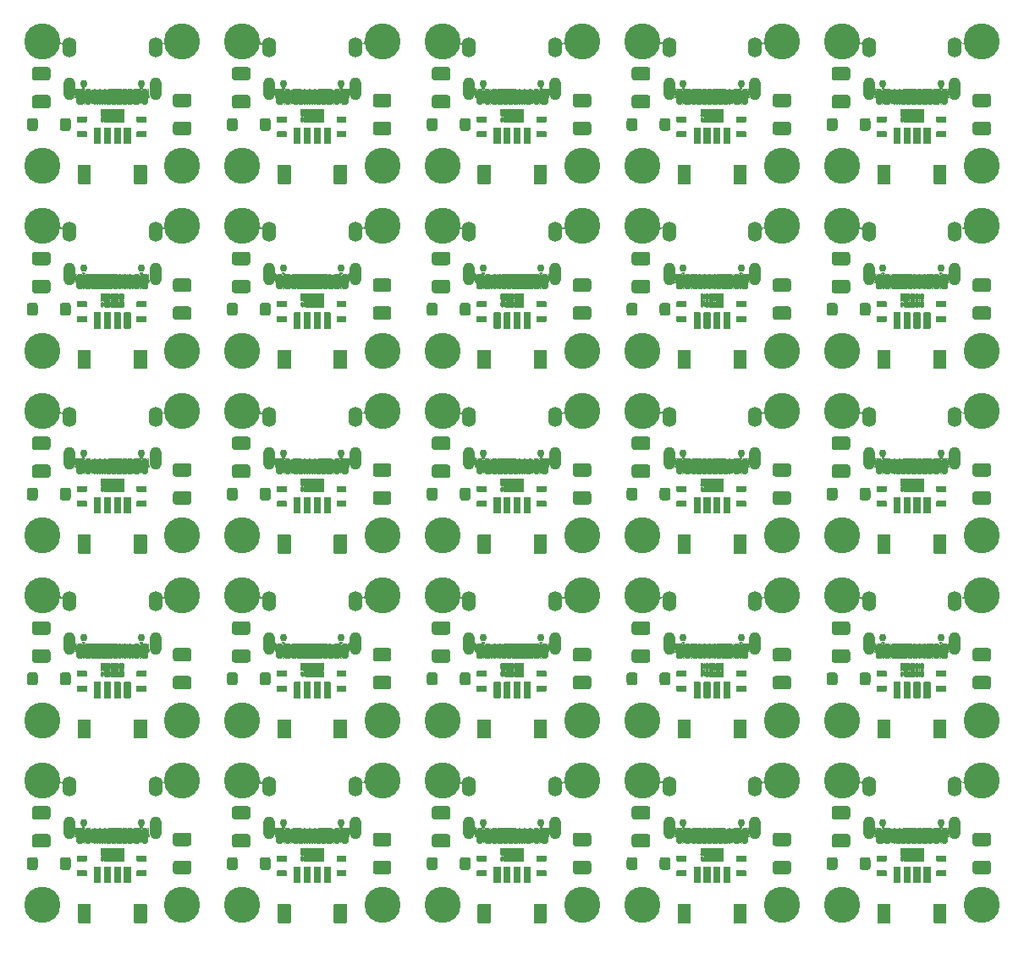
<source format=gts>
%MOIN*%
%OFA0B0*%
%FSLAX45Y45*%
%IPPOS*%
%LPD*%
%ADD10O,0.04732283464566929X0.090629921259842525*%
%ADD11O,0.055196850393700786X0.078818897637795274*%
%ADD12C,0.029606299212598428*%
%ADD13C,0.14181106299212598*%
%ADD14C,0.0039370078740157488*%
%ADD25O,0.04732283464566929X0.090629921259842525*%
%ADD26O,0.055196850393700786X0.078818897637795274*%
%ADD27C,0.029606299212598428*%
%ADD28C,0.14181106299212598*%
%ADD29C,0.0039370078740157488*%
%ADD30O,0.04732283464566929X0.090629921259842525*%
%ADD31O,0.055196850393700786X0.078818897637795274*%
%ADD32C,0.029606299212598428*%
%ADD33C,0.14181106299212598*%
%ADD34C,0.0039370078740157488*%
%ADD35O,0.04732283464566929X0.090629921259842525*%
%ADD36O,0.055196850393700786X0.078818897637795274*%
%ADD37C,0.029606299212598428*%
%ADD38C,0.14181106299212598*%
%ADD39C,0.0039370078740157488*%
%ADD40O,0.04732283464566929X0.090629921259842525*%
%ADD41O,0.055196850393700786X0.078818897637795274*%
%ADD42C,0.029606299212598428*%
%ADD43C,0.14181106299212598*%
%ADD44C,0.0039370078740157488*%
%ADD45O,0.04732283464566929X0.090629921259842525*%
%ADD46O,0.055196850393700786X0.078818897637795274*%
%ADD47C,0.029606299212598428*%
%ADD48C,0.14181106299212598*%
%ADD49C,0.0039370078740157488*%
%ADD50O,0.04732283464566929X0.090629921259842525*%
%ADD51O,0.055196850393700786X0.078818897637795274*%
%ADD52C,0.029606299212598428*%
%ADD53C,0.14181106299212598*%
%ADD54C,0.0039370078740157488*%
%ADD55O,0.04732283464566929X0.090629921259842525*%
%ADD56O,0.055196850393700786X0.078818897637795274*%
%ADD57C,0.029606299212598428*%
%ADD58C,0.14181106299212598*%
%ADD59C,0.0039370078740157488*%
%ADD60O,0.04732283464566929X0.090629921259842525*%
%ADD61O,0.055196850393700786X0.078818897637795274*%
%ADD62C,0.029606299212598428*%
%ADD63C,0.14181106299212598*%
%ADD64C,0.0039370078740157488*%
%ADD65O,0.04732283464566929X0.090629921259842525*%
%ADD66O,0.055196850393700786X0.078818897637795274*%
%ADD67C,0.029606299212598428*%
%ADD68C,0.14181106299212598*%
%ADD69C,0.0039370078740157488*%
%ADD70O,0.04732283464566929X0.090629921259842525*%
%ADD71O,0.055196850393700786X0.078818897637795274*%
%ADD72C,0.029606299212598428*%
%ADD73C,0.14181106299212598*%
%ADD74C,0.0039370078740157488*%
%ADD75O,0.04732283464566929X0.090629921259842525*%
%ADD76O,0.055196850393700786X0.078818897637795274*%
%ADD77C,0.029606299212598428*%
%ADD78C,0.14181106299212598*%
%ADD79C,0.0039370078740157488*%
%ADD80O,0.04732283464566929X0.090629921259842525*%
%ADD81O,0.055196850393700786X0.078818897637795274*%
%ADD82C,0.029606299212598428*%
%ADD83C,0.14181106299212598*%
%ADD84C,0.0039370078740157488*%
%ADD85O,0.04732283464566929X0.090629921259842525*%
%ADD86O,0.055196850393700786X0.078818897637795274*%
%ADD87C,0.029606299212598428*%
%ADD88C,0.14181106299212598*%
%ADD89C,0.0039370078740157488*%
%ADD90O,0.04732283464566929X0.090629921259842525*%
%ADD91O,0.055196850393700786X0.078818897637795274*%
%ADD92C,0.029606299212598428*%
%ADD93C,0.14181106299212598*%
%ADD94C,0.0039370078740157488*%
%ADD95O,0.04732283464566929X0.090629921259842525*%
%ADD96O,0.055196850393700786X0.078818897637795274*%
%ADD97C,0.029606299212598428*%
%ADD98C,0.14181106299212598*%
%ADD99C,0.0039370078740157488*%
%ADD100O,0.04732283464566929X0.090629921259842525*%
%ADD101O,0.055196850393700786X0.078818897637795274*%
%ADD102C,0.029606299212598428*%
%ADD103C,0.14181106299212598*%
%ADD104C,0.0039370078740157488*%
%ADD105O,0.04732283464566929X0.090629921259842525*%
%ADD106O,0.055196850393700786X0.078818897637795274*%
%ADD107C,0.029606299212598428*%
%ADD108C,0.14181106299212598*%
%ADD109C,0.0039370078740157488*%
%ADD110O,0.04732283464566929X0.090629921259842525*%
%ADD111O,0.055196850393700786X0.078818897637795274*%
%ADD112C,0.029606299212598428*%
%ADD113C,0.14181106299212598*%
%ADD114C,0.0039370078740157488*%
%ADD115O,0.04732283464566929X0.090629921259842525*%
%ADD116O,0.055196850393700786X0.078818897637795274*%
%ADD117C,0.029606299212598428*%
%ADD118C,0.14181106299212598*%
%ADD119C,0.0039370078740157488*%
%ADD120O,0.04732283464566929X0.090629921259842525*%
%ADD121O,0.055196850393700786X0.078818897637795274*%
%ADD122C,0.029606299212598428*%
%ADD123C,0.14181106299212598*%
%ADD124C,0.0039370078740157488*%
%ADD125O,0.04732283464566929X0.090629921259842525*%
%ADD126O,0.055196850393700786X0.078818897637795274*%
%ADD127C,0.029606299212598428*%
%ADD128C,0.14181106299212598*%
%ADD129C,0.0039370078740157488*%
%ADD130O,0.04732283464566929X0.090629921259842525*%
%ADD131O,0.055196850393700786X0.078818897637795274*%
%ADD132C,0.029606299212598428*%
%ADD133C,0.14181106299212598*%
%ADD134C,0.0039370078740157488*%
%ADD135O,0.04732283464566929X0.090629921259842525*%
%ADD136O,0.055196850393700786X0.078818897637795274*%
%ADD137C,0.029606299212598428*%
%ADD138C,0.14181106299212598*%
%ADD139C,0.0039370078740157488*%
%ADD140O,0.04732283464566929X0.090629921259842525*%
%ADD141O,0.055196850393700786X0.078818897637795274*%
%ADD142C,0.029606299212598428*%
%ADD143C,0.14181106299212598*%
%ADD144C,0.0039370078740157488*%
G01*
G36*
G01*
X000030795Y000025518D02*
X000030795Y000026699D01*
G75*
G02*
X000031488Y000027392I000000692D01*
G01*
X000031488Y000027392D01*
G75*
G02*
X000032181Y000026699J-000000692D01*
G01*
X000032181Y000025518D01*
G75*
G02*
X000031488Y000024825I-000000692D01*
G01*
X000031488Y000024825D01*
G75*
G02*
X000030795Y000025518J000000692D01*
G01*
G37*
G36*
G01*
X000032763Y000025025D02*
X000032763Y000027191D01*
G75*
G02*
X000032964Y000027392I000000200D01*
G01*
X000033948Y000027392D01*
G75*
G02*
X000034149Y000027191J-000000200D01*
G01*
X000034149Y000025025D01*
G75*
G02*
X000033948Y000024825I-000000200D01*
G01*
X000032964Y000024825D01*
G75*
G02*
X000032763Y000025025J000000200D01*
G01*
G37*
G36*
G01*
X000034633Y000025025D02*
X000034633Y000027191D01*
G75*
G02*
X000034834Y000027392I000000200D01*
G01*
X000036015Y000027392D01*
G75*
G02*
X000036216Y000027191J-000000200D01*
G01*
X000036216Y000025025D01*
G75*
G02*
X000036015Y000024825I-000000200D01*
G01*
X000034834Y000024825D01*
G75*
G02*
X000034633Y000025025J000000200D01*
G01*
G37*
G36*
G01*
X000036700Y000025025D02*
X000036700Y000027191D01*
G75*
G02*
X000036901Y000027392I000000200D01*
G01*
X000037885Y000027392D01*
G75*
G02*
X000038086Y000027191J-000000200D01*
G01*
X000038086Y000025025D01*
G75*
G02*
X000037885Y000024825I-000000200D01*
G01*
X000036901Y000024825D01*
G75*
G02*
X000036700Y000025025J000000200D01*
G01*
G37*
G36*
G01*
X000038669Y000025025D02*
X000038669Y000027191D01*
G75*
G02*
X000038870Y000027392I000000200D01*
G01*
X000039854Y000027392D01*
G75*
G02*
X000040055Y000027191J-000000200D01*
G01*
X000040055Y000025025D01*
G75*
G02*
X000039854Y000024825I-000000200D01*
G01*
X000038870Y000024825D01*
G75*
G02*
X000038669Y000025025J000000200D01*
G01*
G37*
G36*
G01*
X000032763Y000028057D02*
X000032763Y000030222D01*
G75*
G02*
X000032964Y000030423I000000200D01*
G01*
X000033948Y000030423D01*
G75*
G02*
X000034149Y000030222J-000000200D01*
G01*
X000034149Y000028057D01*
G75*
G02*
X000033948Y000027856I-000000200D01*
G01*
X000032964Y000027856D01*
G75*
G02*
X000032763Y000028057J000000200D01*
G01*
G37*
G36*
G01*
X000038669Y000028057D02*
X000038669Y000030222D01*
G75*
G02*
X000038870Y000030423I000000200D01*
G01*
X000039854Y000030423D01*
G75*
G02*
X000040055Y000030222J-000000200D01*
G01*
X000040055Y000028057D01*
G75*
G02*
X000039854Y000027856I-000000200D01*
G01*
X000038870Y000027856D01*
G75*
G02*
X000038669Y000028057J000000200D01*
G01*
G37*
G36*
G01*
X000036700Y000028057D02*
X000036700Y000030222D01*
G75*
G02*
X000036901Y000030423I000000200D01*
G01*
X000037885Y000030423D01*
G75*
G02*
X000038086Y000030222J-000000200D01*
G01*
X000038086Y000028057D01*
G75*
G02*
X000037885Y000027856I-000000200D01*
G01*
X000036901Y000027856D01*
G75*
G02*
X000036700Y000028057J000000200D01*
G01*
G37*
G36*
G01*
X000030795Y000028057D02*
X000030795Y000030222D01*
G75*
G02*
X000030996Y000030423I000000200D01*
G01*
X000031980Y000030423D01*
G75*
G02*
X000032181Y000030222J-000000200D01*
G01*
X000032181Y000028057D01*
G75*
G02*
X000031980Y000027856I-000000200D01*
G01*
X000030996Y000027856D01*
G75*
G02*
X000030795Y000028057J000000200D01*
G01*
G37*
G36*
G01*
X000034633Y000028057D02*
X000034633Y000030222D01*
G75*
G02*
X000034834Y000030423I000000200D01*
G01*
X000036015Y000030423D01*
G75*
G02*
X000036216Y000030222J-000000200D01*
G01*
X000036216Y000028057D01*
G75*
G02*
X000036015Y000027856I-000000200D01*
G01*
X000034834Y000027856D01*
G75*
G02*
X000034633Y000028057J000000200D01*
G01*
G37*
G36*
G01*
X000065506Y000031074D02*
X000060344Y000031074D01*
G75*
G02*
X000059279Y000032139J000001064D01*
G01*
X000059279Y000035333D01*
G75*
G02*
X000060344Y000036397I000001064D01*
G01*
X000065506Y000036397D01*
G75*
G02*
X000066570Y000035333J-000001064D01*
G01*
X000066570Y000032139D01*
G75*
G02*
X000065506Y000031074I-000001064D01*
G01*
G37*
G36*
G01*
X000065506Y000020051D02*
X000060344Y000020051D01*
G75*
G02*
X000059279Y000021115J000001064D01*
G01*
X000059279Y000024309D01*
G75*
G02*
X000060344Y000025373I000001064D01*
G01*
X000065506Y000025373D01*
G75*
G02*
X000066570Y000024309J-000001064D01*
G01*
X000066570Y000021115D01*
G75*
G02*
X000065506Y000020051I-000001064D01*
G01*
G37*
G36*
G01*
X000021653Y000027421D02*
X000025196Y000027421D01*
G75*
G02*
X000025397Y000027220J-000000200D01*
G01*
X000025397Y000025251D01*
G75*
G02*
X000025196Y000025051I-000000200D01*
G01*
X000021653Y000025051D01*
G75*
G02*
X000021452Y000025251J000000200D01*
G01*
X000021452Y000027220D01*
G75*
G02*
X000021653Y000027421I000000200D01*
G01*
G37*
G36*
G01*
X000021653Y000021515D02*
X000025196Y000021515D01*
G75*
G02*
X000025397Y000021314J-000000200D01*
G01*
X000025397Y000019346D01*
G75*
G02*
X000025196Y000019145I-000000200D01*
G01*
X000021653Y000019145D01*
G75*
G02*
X000021452Y000019346J000000200D01*
G01*
X000021452Y000021314D01*
G75*
G02*
X000021653Y000021515I000000200D01*
G01*
G37*
G36*
G01*
X000004844Y000035873D02*
X000010006Y000035873D01*
G75*
G02*
X000011070Y000034809J-000001064D01*
G01*
X000011070Y000031615D01*
G75*
G02*
X000010006Y000030551I-000001064D01*
G01*
X000004844Y000030551D01*
G75*
G02*
X000003779Y000031615J000001064D01*
G01*
X000003779Y000034809D01*
G75*
G02*
X000004844Y000035873I000001064D01*
G01*
G37*
G36*
G01*
X000004844Y000046897D02*
X000010006Y000046897D01*
G75*
G02*
X000011070Y000045833J-000001064D01*
G01*
X000011070Y000042639D01*
G75*
G02*
X000010006Y000041574I-000001064D01*
G01*
X000004844Y000041574D01*
G75*
G02*
X000003779Y000042639J000001064D01*
G01*
X000003779Y000045833D01*
G75*
G02*
X000004844Y000046897I000001064D01*
G01*
G37*
G36*
G01*
X000019090Y000025702D02*
X000019090Y000022746D01*
G75*
G02*
X000018005Y000021661I-000001084D01*
G01*
X000015836Y000021661D01*
G75*
G02*
X000014751Y000022746J000001084D01*
G01*
X000014751Y000025702D01*
G75*
G02*
X000015836Y000026787I000001084D01*
G01*
X000018005Y000026787D01*
G75*
G02*
X000019090Y000025702J-000001084D01*
G01*
G37*
G36*
G01*
X000006098Y000025702D02*
X000006098Y000022746D01*
G75*
G02*
X000005013Y000021661I-000001084D01*
G01*
X000002844Y000021661D01*
G75*
G02*
X000001759Y000022746J000001084D01*
G01*
X000001759Y000025702D01*
G75*
G02*
X000002844Y000026787I000001084D01*
G01*
X000005013Y000026787D01*
G75*
G02*
X000006098Y000025702J-000001084D01*
G01*
G37*
D10*
X000018496Y000038188D03*
D11*
X000018496Y000054724D03*
D12*
X000024047Y000040358D03*
X000046803Y000040358D03*
D11*
X000052354Y000054724D03*
G36*
G01*
X000049602Y000037501D02*
X000049602Y000032773D01*
G75*
G02*
X000048911Y000032082I-000000690D01*
G01*
X000047529Y000032082D01*
G75*
G02*
X000046838Y000032773J000000690D01*
G01*
X000046838Y000037501D01*
G75*
G02*
X000047529Y000038192I000000690D01*
G01*
X000048911Y000038192D01*
G75*
G02*
X000049602Y000037501J-000000690D01*
G01*
G37*
G36*
G01*
X000043106Y000037797D02*
X000043106Y000032478D01*
G75*
G02*
X000042710Y000032082I-000000395D01*
G01*
X000041919Y000032082D01*
G75*
G02*
X000041523Y000032478J000000395D01*
G01*
X000041523Y000037797D01*
G75*
G02*
X000041919Y000038192I000000395D01*
G01*
X000042710Y000038192D01*
G75*
G02*
X000043106Y000037797J-000000395D01*
G01*
G37*
G36*
G01*
X000041137Y000037797D02*
X000041137Y000032478D01*
G75*
G02*
X000040742Y000032082I-000000395D01*
G01*
X000039950Y000032082D01*
G75*
G02*
X000039555Y000032478J000000395D01*
G01*
X000039555Y000037797D01*
G75*
G02*
X000039950Y000038192I000000395D01*
G01*
X000040742Y000038192D01*
G75*
G02*
X000041137Y000037797J-000000395D01*
G01*
G37*
G36*
G01*
X000039169Y000037797D02*
X000039169Y000032478D01*
G75*
G02*
X000038773Y000032082I-000000395D01*
G01*
X000037982Y000032082D01*
G75*
G02*
X000037586Y000032478J000000395D01*
G01*
X000037586Y000037797D01*
G75*
G02*
X000037982Y000038192I000000395D01*
G01*
X000038773Y000038192D01*
G75*
G02*
X000039169Y000037797J-000000395D01*
G01*
G37*
G36*
G01*
X000037216Y000037797D02*
X000037216Y000032478D01*
G75*
G02*
X000036820Y000032082I-000000395D01*
G01*
X000036029Y000032082D01*
G75*
G02*
X000035633Y000032478J000000395D01*
G01*
X000035633Y000037797D01*
G75*
G02*
X000036029Y000038192I000000395D01*
G01*
X000036820Y000038192D01*
G75*
G02*
X000037216Y000037797J-000000395D01*
G01*
G37*
G36*
G01*
X000029326Y000037797D02*
X000029326Y000032478D01*
G75*
G02*
X000028931Y000032082I-000000395D01*
G01*
X000028139Y000032082D01*
G75*
G02*
X000027744Y000032478J000000395D01*
G01*
X000027744Y000037797D01*
G75*
G02*
X000028139Y000038192I000000395D01*
G01*
X000028931Y000038192D01*
G75*
G02*
X000029326Y000037797J-000000395D01*
G01*
G37*
G36*
G01*
X000031295Y000037797D02*
X000031295Y000032478D01*
G75*
G02*
X000030899Y000032082I-000000395D01*
G01*
X000030108Y000032082D01*
G75*
G02*
X000029712Y000032478J000000395D01*
G01*
X000029712Y000037797D01*
G75*
G02*
X000030108Y000038192I000000395D01*
G01*
X000030899Y000038192D01*
G75*
G02*
X000031295Y000037797J-000000395D01*
G01*
G37*
G36*
G01*
X000033263Y000037797D02*
X000033263Y000032478D01*
G75*
G02*
X000032868Y000032082I-000000395D01*
G01*
X000032076Y000032082D01*
G75*
G02*
X000031681Y000032478J000000395D01*
G01*
X000031681Y000037797D01*
G75*
G02*
X000032076Y000038192I000000395D01*
G01*
X000032868Y000038192D01*
G75*
G02*
X000033263Y000037797J-000000395D01*
G01*
G37*
G36*
G01*
X000035232Y000037797D02*
X000035232Y000032478D01*
G75*
G02*
X000034836Y000032082I-000000395D01*
G01*
X000034045Y000032082D01*
G75*
G02*
X000033649Y000032478J000000395D01*
G01*
X000033649Y000037797D01*
G75*
G02*
X000034045Y000038192I000000395D01*
G01*
X000034836Y000038192D01*
G75*
G02*
X000035232Y000037797J-000000395D01*
G01*
G37*
D10*
X000052354Y000038188D03*
G36*
G01*
X000046452Y000037501D02*
X000046452Y000032773D01*
G75*
G02*
X000045761Y000032082I-000000690D01*
G01*
X000044379Y000032082D01*
G75*
G02*
X000043688Y000032773J000000690D01*
G01*
X000043688Y000037501D01*
G75*
G02*
X000044379Y000038192I000000690D01*
G01*
X000045761Y000038192D01*
G75*
G02*
X000046452Y000037501J-000000690D01*
G01*
G37*
G36*
G01*
X000024011Y000037501D02*
X000024011Y000032773D01*
G75*
G02*
X000023320Y000032082I-000000690D01*
G01*
X000021938Y000032082D01*
G75*
G02*
X000021247Y000032773J000000690D01*
G01*
X000021247Y000037501D01*
G75*
G02*
X000021938Y000038192I000000690D01*
G01*
X000023320Y000038192D01*
G75*
G02*
X000024011Y000037501J-000000690D01*
G01*
G37*
G36*
G01*
X000027161Y000037501D02*
X000027161Y000032773D01*
G75*
G02*
X000026470Y000032082I-000000690D01*
G01*
X000025088Y000032082D01*
G75*
G02*
X000024397Y000032773J000000690D01*
G01*
X000024397Y000037501D01*
G75*
G02*
X000025088Y000038192I000000690D01*
G01*
X000026470Y000038192D01*
G75*
G02*
X000027161Y000037501J-000000690D01*
G01*
G37*
D13*
X000007874Y000057086D03*
X000062992Y000057086D03*
X000007874Y000007874D03*
X000062992Y000007874D03*
G36*
G01*
X000036019Y000016732D02*
X000036019Y000022834D01*
G75*
G02*
X000036220Y000023035I000000200D01*
G01*
X000038582Y000023035D01*
G75*
G02*
X000038783Y000022834J-000000200D01*
G01*
X000038783Y000016732D01*
G75*
G02*
X000038582Y000016531I-000000200D01*
G01*
X000036220Y000016531D01*
G75*
G02*
X000036019Y000016732J000000200D01*
G01*
G37*
G36*
G01*
X000039956Y000016732D02*
X000039956Y000022834D01*
G75*
G02*
X000040157Y000023035I000000200D01*
G01*
X000042519Y000023035D01*
G75*
G02*
X000042720Y000022834J-000000200D01*
G01*
X000042720Y000016732D01*
G75*
G02*
X000042519Y000016531I-000000200D01*
G01*
X000040157Y000016531D01*
G75*
G02*
X000039956Y000016732J000000200D01*
G01*
G37*
G36*
G01*
X000032082Y000016732D02*
X000032082Y000022834D01*
G75*
G02*
X000032283Y000023035I000000200D01*
G01*
X000034645Y000023035D01*
G75*
G02*
X000034846Y000022834J-000000200D01*
G01*
X000034846Y000016732D01*
G75*
G02*
X000034645Y000016531I-000000200D01*
G01*
X000032283Y000016531D01*
G75*
G02*
X000032082Y000016732J000000200D01*
G01*
G37*
G36*
G01*
X000028145Y000016732D02*
X000028145Y000022834D01*
G75*
G02*
X000028346Y000023035I000000200D01*
G01*
X000030708Y000023035D01*
G75*
G02*
X000030909Y000022834J-000000200D01*
G01*
X000030909Y000016732D01*
G75*
G02*
X000030708Y000016531I-000000200D01*
G01*
X000028346Y000016531D01*
G75*
G02*
X000028145Y000016732J000000200D01*
G01*
G37*
G36*
G01*
X000021846Y000000984D02*
X000021846Y000008070D01*
G75*
G02*
X000022047Y000008271I000000200D01*
G01*
X000026771Y000008271D01*
G75*
G02*
X000026972Y000008070J-000000200D01*
G01*
X000026972Y000000984D01*
G75*
G02*
X000026771Y000000783I-000000200D01*
G01*
X000022047Y000000783D01*
G75*
G02*
X000021846Y000000984J000000200D01*
G01*
G37*
G36*
G01*
X000043893Y000000984D02*
X000043893Y000008070D01*
G75*
G02*
X000044094Y000008271I000000200D01*
G01*
X000048818Y000008271D01*
G75*
G02*
X000049019Y000008070J-000000200D01*
G01*
X000049019Y000000984D01*
G75*
G02*
X000048818Y000000783I-000000200D01*
G01*
X000044094Y000000783D01*
G75*
G02*
X000043893Y000000984J000000200D01*
G01*
G37*
G36*
G01*
X000045153Y000021515D02*
X000048696Y000021515D01*
G75*
G02*
X000048897Y000021314J-000000200D01*
G01*
X000048897Y000019346D01*
G75*
G02*
X000048696Y000019145I-000000200D01*
G01*
X000045153Y000019145D01*
G75*
G02*
X000044952Y000019346J000000200D01*
G01*
X000044952Y000021314D01*
G75*
G02*
X000045153Y000021515I000000200D01*
G01*
G37*
G36*
G01*
X000045153Y000027421D02*
X000048696Y000027421D01*
G75*
G02*
X000048897Y000027220J-000000200D01*
G01*
X000048897Y000025251D01*
G75*
G02*
X000048696Y000025051I-000000200D01*
G01*
X000045153Y000025051D01*
G75*
G02*
X000044952Y000025251J000000200D01*
G01*
X000044952Y000027220D01*
G75*
G02*
X000045153Y000027421I000000200D01*
G01*
G37*
D14*
G36*
X000032770Y000030427D02*
G01*
X000032771Y000030423D01*
X000032771Y000027864D01*
X000034141Y000027864D01*
X000034141Y000030423D01*
X000034145Y000030430D01*
X000034149Y000030431D01*
X000034633Y000030431D01*
X000034640Y000030427D01*
X000034641Y000030423D01*
X000034641Y000027864D01*
X000036208Y000027864D01*
X000036208Y000030423D01*
X000036212Y000030430D01*
X000036216Y000030431D01*
X000036700Y000030431D01*
X000036707Y000030427D01*
X000036708Y000030423D01*
X000036708Y000027864D01*
X000038078Y000027864D01*
X000038078Y000030423D01*
X000038082Y000030430D01*
X000038086Y000030431D01*
X000038669Y000030431D01*
X000038676Y000030427D01*
X000038677Y000030423D01*
X000038677Y000027864D01*
X000040055Y000027864D01*
X000040061Y000027860D01*
X000040062Y000027856D01*
X000040062Y000027392D01*
X000040059Y000027385D01*
X000040055Y000027384D01*
X000038677Y000027384D01*
X000038677Y000024825D01*
X000038673Y000024818D01*
X000038669Y000024817D01*
X000038086Y000024817D01*
X000038079Y000024821D01*
X000038078Y000024825D01*
X000038078Y000027384D01*
X000036708Y000027384D01*
X000036708Y000024825D01*
X000036704Y000024818D01*
X000036700Y000024817D01*
X000036216Y000024817D01*
X000036209Y000024821D01*
X000036208Y000024825D01*
X000036208Y000027384D01*
X000034641Y000027384D01*
X000034641Y000024825D01*
X000034637Y000024818D01*
X000034633Y000024817D01*
X000034149Y000024817D01*
X000034142Y000024821D01*
X000034141Y000024825D01*
X000034141Y000027384D01*
X000032771Y000027384D01*
X000032771Y000024825D01*
X000032767Y000024818D01*
X000032763Y000024817D01*
X000032725Y000024817D01*
X000032718Y000024821D01*
X000032674Y000024904D01*
X000032614Y000024977D01*
X000032540Y000025038D01*
X000032456Y000025082D01*
X000032366Y000025110D01*
X000032271Y000025119D01*
X000032177Y000025110D01*
X000032086Y000025082D01*
X000032002Y000025037D01*
X000031986Y000025025D01*
X000031978Y000025024D01*
X000031973Y000025031D01*
X000031975Y000025037D01*
X000032057Y000025137D01*
X000032121Y000025255D01*
X000032160Y000025384D01*
X000032173Y000025518D01*
X000032173Y000026698D01*
X000032160Y000026832D01*
X000032121Y000026961D01*
X000032057Y000027079D01*
X000031972Y000027183D01*
X000031868Y000027268D01*
X000031750Y000027332D01*
X000031621Y000027371D01*
X000031488Y000027384D01*
X000031354Y000027371D01*
X000031226Y000027332D01*
X000031107Y000027268D01*
X000031003Y000027183D01*
X000030925Y000027088D01*
X000030918Y000027085D01*
X000030912Y000027090D01*
X000030912Y000027097D01*
X000030925Y000027121D01*
X000030926Y000027121D01*
X000030935Y000027136D01*
X000030971Y000027223D01*
X000030990Y000027317D01*
X000030990Y000027411D01*
X000030971Y000027505D01*
X000030935Y000027592D01*
X000030882Y000027671D01*
X000030815Y000027738D01*
X000030790Y000027755D01*
X000030787Y000027762D01*
X000030787Y000027856D01*
X000030791Y000027863D01*
X000030795Y000027864D01*
X000032173Y000027864D01*
X000032173Y000030423D01*
X000032177Y000030430D01*
X000032181Y000030431D01*
X000032763Y000030431D01*
X000032770Y000030427D01*
G37*
G36*
X000033090Y000038200D02*
G01*
X000033143Y000038195D01*
X000033145Y000038195D01*
X000033172Y000038186D01*
X000033174Y000038186D01*
X000033228Y000038157D01*
X000033316Y000038120D01*
X000033409Y000038102D01*
X000033504Y000038102D01*
X000033597Y000038120D01*
X000033685Y000038157D01*
X000033739Y000038186D01*
X000033740Y000038186D01*
X000033768Y000038195D01*
X000033769Y000038195D01*
X000033822Y000038200D01*
X000033823Y000038200D01*
X000034045Y000038200D01*
X000034052Y000038196D01*
X000034052Y000038188D01*
X000034046Y000038185D01*
X000033969Y000038177D01*
X000033896Y000038155D01*
X000033829Y000038119D01*
X000033771Y000038071D01*
X000033722Y000038012D01*
X000033687Y000037945D01*
X000033664Y000037872D01*
X000033657Y000037796D01*
X000033657Y000032478D01*
X000033664Y000032402D01*
X000033687Y000032329D01*
X000033722Y000032262D01*
X000033771Y000032204D01*
X000033829Y000032155D01*
X000033896Y000032120D01*
X000033969Y000032097D01*
X000034046Y000032090D01*
X000034052Y000032085D01*
X000034051Y000032078D01*
X000034045Y000032074D01*
X000033823Y000032074D01*
X000033822Y000032074D01*
X000033769Y000032080D01*
X000033768Y000032080D01*
X000033740Y000032088D01*
X000033739Y000032089D01*
X000033685Y000032118D01*
X000033597Y000032154D01*
X000033504Y000032173D01*
X000033409Y000032173D01*
X000033316Y000032154D01*
X000033228Y000032118D01*
X000033174Y000032089D01*
X000033172Y000032088D01*
X000033145Y000032080D01*
X000033143Y000032080D01*
X000033090Y000032074D01*
X000033089Y000032074D01*
X000032868Y000032074D01*
X000032861Y000032078D01*
X000032861Y000032086D01*
X000032867Y000032090D01*
X000032943Y000032097D01*
X000033016Y000032120D01*
X000033083Y000032155D01*
X000033142Y000032204D01*
X000033190Y000032262D01*
X000033226Y000032329D01*
X000033248Y000032402D01*
X000033255Y000032478D01*
X000033255Y000037796D01*
X000033248Y000037872D01*
X000033226Y000037945D01*
X000033190Y000038012D01*
X000033142Y000038071D01*
X000033083Y000038119D01*
X000033016Y000038155D01*
X000032943Y000038177D01*
X000032867Y000038185D01*
X000032860Y000038189D01*
X000032861Y000038197D01*
X000032868Y000038200D01*
X000033089Y000038200D01*
X000033090Y000038200D01*
G37*
G36*
X000031122Y000038200D02*
G01*
X000031175Y000038195D01*
X000031176Y000038195D01*
X000031204Y000038186D01*
X000031205Y000038186D01*
X000031259Y000038157D01*
X000031347Y000038120D01*
X000031440Y000038102D01*
X000031535Y000038102D01*
X000031628Y000038120D01*
X000031716Y000038157D01*
X000031770Y000038186D01*
X000031772Y000038186D01*
X000031799Y000038195D01*
X000031801Y000038195D01*
X000031854Y000038200D01*
X000031854Y000038200D01*
X000032076Y000038200D01*
X000032083Y000038196D01*
X000032083Y000038188D01*
X000032077Y000038185D01*
X000032001Y000038177D01*
X000031928Y000038155D01*
X000031861Y000038119D01*
X000031802Y000038071D01*
X000031754Y000038012D01*
X000031718Y000037945D01*
X000031696Y000037872D01*
X000031688Y000037796D01*
X000031688Y000032478D01*
X000031696Y000032402D01*
X000031718Y000032329D01*
X000031754Y000032262D01*
X000031802Y000032204D01*
X000031861Y000032155D01*
X000031928Y000032120D01*
X000032001Y000032097D01*
X000032077Y000032090D01*
X000032083Y000032085D01*
X000032083Y000032078D01*
X000032076Y000032074D01*
X000031854Y000032074D01*
X000031854Y000032074D01*
X000031801Y000032080D01*
X000031799Y000032080D01*
X000031772Y000032088D01*
X000031770Y000032089D01*
X000031716Y000032118D01*
X000031628Y000032154D01*
X000031535Y000032173D01*
X000031440Y000032173D01*
X000031347Y000032154D01*
X000031259Y000032118D01*
X000031205Y000032089D01*
X000031204Y000032088D01*
X000031176Y000032080D01*
X000031175Y000032080D01*
X000031122Y000032074D01*
X000031121Y000032074D01*
X000030899Y000032074D01*
X000030892Y000032078D01*
X000030892Y000032086D01*
X000030898Y000032090D01*
X000030975Y000032097D01*
X000031047Y000032120D01*
X000031115Y000032155D01*
X000031173Y000032204D01*
X000031221Y000032262D01*
X000031257Y000032329D01*
X000031279Y000032402D01*
X000031287Y000032478D01*
X000031287Y000037796D01*
X000031279Y000037872D01*
X000031257Y000037945D01*
X000031221Y000038012D01*
X000031173Y000038071D01*
X000031115Y000038119D01*
X000031047Y000038155D01*
X000030975Y000038177D01*
X000030898Y000038185D01*
X000030892Y000038189D01*
X000030893Y000038197D01*
X000030899Y000038200D01*
X000031121Y000038200D01*
X000031122Y000038200D01*
G37*
G36*
X000035059Y000038200D02*
G01*
X000035112Y000038195D01*
X000035113Y000038195D01*
X000035141Y000038186D01*
X000035142Y000038186D01*
X000035204Y000038153D01*
X000035292Y000038116D01*
X000035385Y000038098D01*
X000035480Y000038098D01*
X000035573Y000038116D01*
X000035661Y000038153D01*
X000035723Y000038186D01*
X000035724Y000038186D01*
X000035752Y000038195D01*
X000035753Y000038195D01*
X000035806Y000038200D01*
X000035807Y000038200D01*
X000036029Y000038200D01*
X000036036Y000038196D01*
X000036036Y000038188D01*
X000036030Y000038185D01*
X000035953Y000038177D01*
X000035881Y000038155D01*
X000035814Y000038119D01*
X000035755Y000038071D01*
X000035707Y000038012D01*
X000035671Y000037945D01*
X000035649Y000037872D01*
X000035641Y000037796D01*
X000035641Y000032478D01*
X000035649Y000032402D01*
X000035671Y000032329D01*
X000035707Y000032262D01*
X000035755Y000032204D01*
X000035814Y000032155D01*
X000035881Y000032120D01*
X000035953Y000032097D01*
X000036030Y000032090D01*
X000036036Y000032085D01*
X000036035Y000032078D01*
X000036029Y000032074D01*
X000035807Y000032074D01*
X000035806Y000032074D01*
X000035753Y000032080D01*
X000035752Y000032080D01*
X000035724Y000032088D01*
X000035723Y000032089D01*
X000035661Y000032122D01*
X000035573Y000032158D01*
X000035480Y000032177D01*
X000035385Y000032177D01*
X000035292Y000032158D01*
X000035204Y000032122D01*
X000035142Y000032089D01*
X000035141Y000032088D01*
X000035113Y000032080D01*
X000035112Y000032080D01*
X000035059Y000032074D01*
X000035058Y000032074D01*
X000034836Y000032074D01*
X000034829Y000032078D01*
X000034829Y000032086D01*
X000034835Y000032090D01*
X000034912Y000032097D01*
X000034984Y000032120D01*
X000035052Y000032155D01*
X000035110Y000032204D01*
X000035158Y000032262D01*
X000035194Y000032329D01*
X000035216Y000032402D01*
X000035224Y000032478D01*
X000035224Y000037796D01*
X000035216Y000037872D01*
X000035194Y000037945D01*
X000035158Y000038012D01*
X000035110Y000038071D01*
X000035052Y000038119D01*
X000034984Y000038155D01*
X000034912Y000038177D01*
X000034835Y000038185D01*
X000034829Y000038189D01*
X000034830Y000038197D01*
X000034836Y000038200D01*
X000035058Y000038200D01*
X000035059Y000038200D01*
G37*
G36*
X000038996Y000038200D02*
G01*
X000039049Y000038195D01*
X000039050Y000038195D01*
X000039078Y000038186D01*
X000039079Y000038186D01*
X000039133Y000038157D01*
X000039221Y000038120D01*
X000039314Y000038102D01*
X000039409Y000038102D01*
X000039502Y000038120D01*
X000039590Y000038157D01*
X000039644Y000038186D01*
X000039646Y000038186D01*
X000039673Y000038195D01*
X000039675Y000038195D01*
X000039728Y000038200D01*
X000039728Y000038200D01*
X000039950Y000038200D01*
X000039957Y000038196D01*
X000039957Y000038188D01*
X000039951Y000038185D01*
X000039875Y000038177D01*
X000039802Y000038155D01*
X000039735Y000038119D01*
X000039676Y000038071D01*
X000039628Y000038012D01*
X000039592Y000037945D01*
X000039570Y000037872D01*
X000039562Y000037796D01*
X000039562Y000032478D01*
X000039570Y000032402D01*
X000039592Y000032329D01*
X000039628Y000032262D01*
X000039676Y000032204D01*
X000039735Y000032155D01*
X000039802Y000032120D01*
X000039875Y000032097D01*
X000039951Y000032090D01*
X000039957Y000032085D01*
X000039957Y000032078D01*
X000039950Y000032074D01*
X000039728Y000032074D01*
X000039728Y000032074D01*
X000039675Y000032080D01*
X000039673Y000032080D01*
X000039646Y000032088D01*
X000039644Y000032089D01*
X000039590Y000032118D01*
X000039502Y000032154D01*
X000039409Y000032173D01*
X000039314Y000032173D01*
X000039221Y000032154D01*
X000039133Y000032118D01*
X000039079Y000032089D01*
X000039078Y000032088D01*
X000039050Y000032080D01*
X000039049Y000032080D01*
X000038996Y000032074D01*
X000038995Y000032074D01*
X000038773Y000032074D01*
X000038766Y000032078D01*
X000038766Y000032086D01*
X000038772Y000032090D01*
X000038849Y000032097D01*
X000038921Y000032120D01*
X000038989Y000032155D01*
X000039047Y000032204D01*
X000039095Y000032262D01*
X000039131Y000032329D01*
X000039153Y000032402D01*
X000039161Y000032478D01*
X000039161Y000037796D01*
X000039153Y000037872D01*
X000039131Y000037945D01*
X000039095Y000038012D01*
X000039047Y000038071D01*
X000038989Y000038119D01*
X000038921Y000038155D01*
X000038849Y000038177D01*
X000038772Y000038185D01*
X000038766Y000038189D01*
X000038767Y000038197D01*
X000038773Y000038200D01*
X000038995Y000038200D01*
X000038996Y000038200D01*
G37*
G36*
X000037043Y000038200D02*
G01*
X000037096Y000038195D01*
X000037097Y000038195D01*
X000037125Y000038186D01*
X000037126Y000038186D01*
X000037172Y000038161D01*
X000037261Y000038125D01*
X000037354Y000038106D01*
X000037448Y000038106D01*
X000037542Y000038125D01*
X000037630Y000038161D01*
X000037676Y000038186D01*
X000037677Y000038186D01*
X000037705Y000038195D01*
X000037706Y000038195D01*
X000037759Y000038200D01*
X000037760Y000038200D01*
X000037982Y000038200D01*
X000037989Y000038196D01*
X000037989Y000038188D01*
X000037983Y000038185D01*
X000037906Y000038177D01*
X000037833Y000038155D01*
X000037766Y000038119D01*
X000037708Y000038071D01*
X000037659Y000038012D01*
X000037624Y000037945D01*
X000037601Y000037872D01*
X000037594Y000037796D01*
X000037594Y000032478D01*
X000037601Y000032402D01*
X000037624Y000032329D01*
X000037659Y000032262D01*
X000037708Y000032204D01*
X000037766Y000032155D01*
X000037833Y000032120D01*
X000037906Y000032097D01*
X000037983Y000032090D01*
X000037989Y000032085D01*
X000037988Y000032078D01*
X000037982Y000032074D01*
X000037760Y000032074D01*
X000037759Y000032074D01*
X000037706Y000032080D01*
X000037705Y000032080D01*
X000037677Y000032088D01*
X000037676Y000032089D01*
X000037630Y000032113D01*
X000037542Y000032150D01*
X000037448Y000032168D01*
X000037354Y000032168D01*
X000037261Y000032150D01*
X000037172Y000032113D01*
X000037126Y000032089D01*
X000037125Y000032088D01*
X000037097Y000032080D01*
X000037096Y000032080D01*
X000037043Y000032074D01*
X000037042Y000032074D01*
X000036820Y000032074D01*
X000036814Y000032078D01*
X000036814Y000032086D01*
X000036820Y000032090D01*
X000036896Y000032097D01*
X000036969Y000032120D01*
X000037036Y000032155D01*
X000037095Y000032204D01*
X000037143Y000032262D01*
X000037179Y000032329D01*
X000037201Y000032402D01*
X000037208Y000032478D01*
X000037208Y000037796D01*
X000037201Y000037872D01*
X000037179Y000037945D01*
X000037143Y000038012D01*
X000037095Y000038071D01*
X000037036Y000038119D01*
X000036969Y000038155D01*
X000036896Y000038177D01*
X000036820Y000038185D01*
X000036813Y000038189D01*
X000036814Y000038197D01*
X000036820Y000038200D01*
X000037042Y000038200D01*
X000037043Y000038200D01*
G37*
G36*
X000029153Y000038200D02*
G01*
X000029206Y000038195D01*
X000029208Y000038195D01*
X000029235Y000038186D01*
X000029237Y000038186D01*
X000029291Y000038157D01*
X000029379Y000038120D01*
X000029472Y000038102D01*
X000029567Y000038102D01*
X000029660Y000038120D01*
X000029748Y000038157D01*
X000029802Y000038186D01*
X000029803Y000038186D01*
X000029831Y000038195D01*
X000029832Y000038195D01*
X000029885Y000038200D01*
X000029886Y000038200D01*
X000030108Y000038200D01*
X000030115Y000038196D01*
X000030115Y000038188D01*
X000030109Y000038185D01*
X000030032Y000038177D01*
X000029959Y000038155D01*
X000029892Y000038119D01*
X000029834Y000038071D01*
X000029785Y000038012D01*
X000029750Y000037945D01*
X000029727Y000037872D01*
X000029720Y000037796D01*
X000029720Y000032478D01*
X000029727Y000032402D01*
X000029750Y000032329D01*
X000029785Y000032262D01*
X000029834Y000032204D01*
X000029892Y000032155D01*
X000029959Y000032120D01*
X000030032Y000032097D01*
X000030109Y000032090D01*
X000030115Y000032085D01*
X000030114Y000032078D01*
X000030108Y000032074D01*
X000029886Y000032074D01*
X000029885Y000032074D01*
X000029832Y000032080D01*
X000029831Y000032080D01*
X000029803Y000032088D01*
X000029802Y000032089D01*
X000029748Y000032118D01*
X000029660Y000032154D01*
X000029567Y000032173D01*
X000029472Y000032173D01*
X000029379Y000032154D01*
X000029291Y000032118D01*
X000029237Y000032089D01*
X000029235Y000032088D01*
X000029208Y000032080D01*
X000029206Y000032080D01*
X000029153Y000032074D01*
X000029152Y000032074D01*
X000028931Y000032074D01*
X000028924Y000032078D01*
X000028924Y000032086D01*
X000028930Y000032090D01*
X000029006Y000032097D01*
X000029079Y000032120D01*
X000029146Y000032155D01*
X000029205Y000032204D01*
X000029253Y000032262D01*
X000029289Y000032329D01*
X000029311Y000032402D01*
X000029318Y000032478D01*
X000029318Y000037796D01*
X000029311Y000037872D01*
X000029289Y000037945D01*
X000029253Y000038012D01*
X000029205Y000038071D01*
X000029146Y000038119D01*
X000029079Y000038155D01*
X000029006Y000038177D01*
X000028930Y000038185D01*
X000028923Y000038189D01*
X000028924Y000038197D01*
X000028931Y000038200D01*
X000029152Y000038200D01*
X000029153Y000038200D01*
G37*
G36*
X000046070Y000039085D02*
G01*
X000046109Y000039059D01*
X000046375Y000038949D01*
X000046658Y000038892D01*
X000046947Y000038892D01*
X000047230Y000038949D01*
X000047497Y000039059D01*
X000047535Y000039085D01*
X000047543Y000039085D01*
X000047547Y000039079D01*
X000047545Y000039072D01*
X000047489Y000039027D01*
X000047429Y000038954D01*
X000047384Y000038870D01*
X000047357Y000038779D01*
X000047347Y000038685D01*
X000047357Y000038590D01*
X000047384Y000038499D01*
X000047429Y000038415D01*
X000047489Y000038342D01*
X000047563Y000038282D01*
X000047646Y000038237D01*
X000047737Y000038210D01*
X000047832Y000038200D01*
X000047839Y000038196D01*
X000047838Y000038188D01*
X000047832Y000038185D01*
X000047529Y000038185D01*
X000047396Y000038171D01*
X000047268Y000038132D01*
X000047150Y000038069D01*
X000047046Y000037984D01*
X000046961Y000037881D01*
X000046898Y000037763D01*
X000046859Y000037635D01*
X000046846Y000037501D01*
X000046846Y000032773D01*
X000046859Y000032640D01*
X000046898Y000032512D01*
X000046961Y000032394D01*
X000047046Y000032290D01*
X000047150Y000032205D01*
X000047268Y000032142D01*
X000047396Y000032103D01*
X000047530Y000032090D01*
X000047536Y000032085D01*
X000047535Y000032078D01*
X000047529Y000032074D01*
X000047307Y000032074D01*
X000047306Y000032074D01*
X000047196Y000032085D01*
X000047194Y000032085D01*
X000047111Y000032111D01*
X000047110Y000032111D01*
X000047033Y000032152D01*
X000047032Y000032153D01*
X000046953Y000032218D01*
X000046873Y000032271D01*
X000046786Y000032307D01*
X000046693Y000032326D01*
X000046598Y000032326D01*
X000046505Y000032307D01*
X000046417Y000032271D01*
X000046338Y000032218D01*
X000046258Y000032153D01*
X000046257Y000032152D01*
X000046180Y000032111D01*
X000046179Y000032111D01*
X000046096Y000032085D01*
X000046094Y000032085D01*
X000045984Y000032074D01*
X000045983Y000032074D01*
X000045761Y000032074D01*
X000045754Y000032078D01*
X000045754Y000032086D01*
X000045761Y000032090D01*
X000045895Y000032103D01*
X000046023Y000032142D01*
X000046141Y000032205D01*
X000046244Y000032290D01*
X000046329Y000032394D01*
X000046392Y000032512D01*
X000046431Y000032640D01*
X000046444Y000032773D01*
X000046444Y000037501D01*
X000046431Y000037635D01*
X000046392Y000037763D01*
X000046329Y000037881D01*
X000046244Y000037984D01*
X000046141Y000038069D01*
X000046023Y000038132D01*
X000045895Y000038171D01*
X000045761Y000038185D01*
X000045754Y000038189D01*
X000045755Y000038197D01*
X000045761Y000038200D01*
X000045773Y000038200D01*
X000045868Y000038210D01*
X000045959Y000038237D01*
X000046043Y000038282D01*
X000046116Y000038342D01*
X000046176Y000038415D01*
X000046221Y000038499D01*
X000046249Y000038590D01*
X000046258Y000038685D01*
X000046249Y000038779D01*
X000046221Y000038870D01*
X000046176Y000038954D01*
X000046116Y000039027D01*
X000046061Y000039072D01*
X000046058Y000039080D01*
X000046063Y000039086D01*
X000046070Y000039085D01*
G37*
G36*
X000042933Y000038200D02*
G01*
X000042986Y000038195D01*
X000042987Y000038195D01*
X000043015Y000038186D01*
X000043016Y000038186D01*
X000043042Y000038172D01*
X000043043Y000038171D01*
X000043065Y000038153D01*
X000043066Y000038152D01*
X000043102Y000038108D01*
X000043170Y000038041D01*
X000043249Y000037988D01*
X000043336Y000037952D01*
X000043429Y000037933D01*
X000043524Y000037933D01*
X000043617Y000037952D01*
X000043705Y000037988D01*
X000043784Y000038041D01*
X000043883Y000038122D01*
X000043884Y000038122D01*
X000043960Y000038163D01*
X000043962Y000038164D01*
X000044045Y000038189D01*
X000044046Y000038189D01*
X000044157Y000038200D01*
X000044158Y000038200D01*
X000044379Y000038200D01*
X000044386Y000038196D01*
X000044386Y000038188D01*
X000044380Y000038185D01*
X000044246Y000038171D01*
X000044118Y000038132D01*
X000044000Y000038069D01*
X000043896Y000037984D01*
X000043812Y000037881D01*
X000043748Y000037763D01*
X000043709Y000037635D01*
X000043696Y000037501D01*
X000043696Y000032773D01*
X000043709Y000032640D01*
X000043748Y000032512D01*
X000043812Y000032394D01*
X000043896Y000032290D01*
X000044000Y000032205D01*
X000044118Y000032142D01*
X000044246Y000032103D01*
X000044380Y000032090D01*
X000044387Y000032085D01*
X000044386Y000032078D01*
X000044379Y000032074D01*
X000044158Y000032074D01*
X000044157Y000032074D01*
X000044046Y000032085D01*
X000044045Y000032085D01*
X000043962Y000032111D01*
X000043960Y000032111D01*
X000043884Y000032152D01*
X000043883Y000032153D01*
X000043784Y000032234D01*
X000043705Y000032287D01*
X000043617Y000032323D01*
X000043524Y000032341D01*
X000043429Y000032341D01*
X000043336Y000032323D01*
X000043249Y000032287D01*
X000043170Y000032234D01*
X000043102Y000032166D01*
X000043066Y000032123D01*
X000043065Y000032122D01*
X000043043Y000032103D01*
X000043042Y000032102D01*
X000043016Y000032089D01*
X000043015Y000032088D01*
X000042987Y000032080D01*
X000042986Y000032080D01*
X000042933Y000032074D01*
X000042932Y000032074D01*
X000042710Y000032074D01*
X000042703Y000032078D01*
X000042703Y000032086D01*
X000042709Y000032090D01*
X000042786Y000032097D01*
X000042859Y000032120D01*
X000042926Y000032155D01*
X000042984Y000032204D01*
X000043033Y000032262D01*
X000043068Y000032329D01*
X000043090Y000032402D01*
X000043098Y000032478D01*
X000043098Y000037796D01*
X000043090Y000037872D01*
X000043068Y000037945D01*
X000043033Y000038012D01*
X000042984Y000038071D01*
X000042926Y000038119D01*
X000042859Y000038155D01*
X000042786Y000038177D01*
X000042709Y000038185D01*
X000042703Y000038189D01*
X000042704Y000038197D01*
X000042710Y000038200D01*
X000042932Y000038200D01*
X000042933Y000038200D01*
G37*
G36*
X000023314Y000039085D02*
G01*
X000023353Y000039059D01*
X000023619Y000038949D01*
X000023902Y000038892D01*
X000024191Y000038892D01*
X000024474Y000038949D01*
X000024741Y000039059D01*
X000024779Y000039085D01*
X000024787Y000039085D01*
X000024792Y000039079D01*
X000024789Y000039072D01*
X000024733Y000039027D01*
X000024673Y000038954D01*
X000024628Y000038870D01*
X000024601Y000038779D01*
X000024592Y000038685D01*
X000024601Y000038590D01*
X000024628Y000038499D01*
X000024673Y000038415D01*
X000024733Y000038342D01*
X000024807Y000038282D01*
X000024890Y000038237D01*
X000024981Y000038210D01*
X000025076Y000038200D01*
X000025088Y000038200D01*
X000025095Y000038196D01*
X000025095Y000038188D01*
X000025089Y000038185D01*
X000024955Y000038171D01*
X000024827Y000038132D01*
X000024709Y000038069D01*
X000024605Y000037984D01*
X000024520Y000037881D01*
X000024457Y000037763D01*
X000024418Y000037635D01*
X000024405Y000037501D01*
X000024405Y000032773D01*
X000024418Y000032640D01*
X000024457Y000032512D01*
X000024520Y000032394D01*
X000024605Y000032290D01*
X000024709Y000032205D01*
X000024827Y000032142D01*
X000024955Y000032103D01*
X000025089Y000032090D01*
X000025095Y000032085D01*
X000025095Y000032078D01*
X000025088Y000032074D01*
X000024866Y000032074D01*
X000024865Y000032074D01*
X000024755Y000032085D01*
X000024753Y000032085D01*
X000024670Y000032111D01*
X000024669Y000032111D01*
X000024592Y000032152D01*
X000024591Y000032153D01*
X000024512Y000032218D01*
X000024432Y000032271D01*
X000024345Y000032307D01*
X000024252Y000032326D01*
X000024157Y000032326D01*
X000024064Y000032307D01*
X000023976Y000032271D01*
X000023897Y000032218D01*
X000023817Y000032153D01*
X000023816Y000032152D01*
X000023739Y000032111D01*
X000023738Y000032111D01*
X000023655Y000032085D01*
X000023653Y000032085D01*
X000023543Y000032074D01*
X000023542Y000032074D01*
X000023320Y000032074D01*
X000023314Y000032078D01*
X000023314Y000032086D01*
X000023320Y000032090D01*
X000023454Y000032103D01*
X000023582Y000032142D01*
X000023700Y000032205D01*
X000023803Y000032290D01*
X000023888Y000032394D01*
X000023951Y000032512D01*
X000023990Y000032640D01*
X000024003Y000032773D01*
X000024003Y000037501D01*
X000023990Y000037635D01*
X000023951Y000037763D01*
X000023888Y000037881D01*
X000023803Y000037984D01*
X000023700Y000038069D01*
X000023582Y000038132D01*
X000023454Y000038171D01*
X000023320Y000038185D01*
X000023018Y000038185D01*
X000023011Y000038188D01*
X000023011Y000038196D01*
X000023017Y000038200D01*
X000023112Y000038210D01*
X000023203Y000038237D01*
X000023287Y000038282D01*
X000023360Y000038342D01*
X000023420Y000038415D01*
X000023465Y000038499D01*
X000023493Y000038590D01*
X000023502Y000038685D01*
X000023493Y000038779D01*
X000023465Y000038870D01*
X000023420Y000038954D01*
X000023360Y000039027D01*
X000023305Y000039072D01*
X000023302Y000039080D01*
X000023307Y000039086D01*
X000023314Y000039085D01*
G37*
G36*
X000026693Y000038200D02*
G01*
X000026803Y000038189D01*
X000026805Y000038189D01*
X000026888Y000038164D01*
X000026889Y000038163D01*
X000026966Y000038122D01*
X000026967Y000038122D01*
X000027065Y000038041D01*
X000027144Y000037988D01*
X000027232Y000037952D01*
X000027325Y000037933D01*
X000027420Y000037933D01*
X000027513Y000037952D01*
X000027601Y000037988D01*
X000027680Y000038041D01*
X000027747Y000038108D01*
X000027783Y000038152D01*
X000027784Y000038153D01*
X000027806Y000038171D01*
X000027808Y000038172D01*
X000027833Y000038186D01*
X000027835Y000038186D01*
X000027862Y000038195D01*
X000027864Y000038195D01*
X000027917Y000038200D01*
X000027917Y000038200D01*
X000028139Y000038200D01*
X000028146Y000038196D01*
X000028146Y000038188D01*
X000028140Y000038185D01*
X000028064Y000038177D01*
X000027991Y000038155D01*
X000027924Y000038119D01*
X000027865Y000038071D01*
X000027817Y000038012D01*
X000027781Y000037945D01*
X000027759Y000037872D01*
X000027751Y000037796D01*
X000027751Y000032478D01*
X000027759Y000032402D01*
X000027781Y000032329D01*
X000027817Y000032262D01*
X000027865Y000032204D01*
X000027924Y000032155D01*
X000027991Y000032120D01*
X000028064Y000032097D01*
X000028140Y000032090D01*
X000028146Y000032085D01*
X000028146Y000032078D01*
X000028139Y000032074D01*
X000027917Y000032074D01*
X000027917Y000032074D01*
X000027864Y000032080D01*
X000027862Y000032080D01*
X000027835Y000032088D01*
X000027833Y000032089D01*
X000027808Y000032102D01*
X000027806Y000032103D01*
X000027784Y000032122D01*
X000027783Y000032123D01*
X000027747Y000032166D01*
X000027680Y000032234D01*
X000027601Y000032287D01*
X000027513Y000032323D01*
X000027420Y000032341D01*
X000027325Y000032341D01*
X000027232Y000032323D01*
X000027144Y000032287D01*
X000027065Y000032234D01*
X000026967Y000032153D01*
X000026966Y000032152D01*
X000026889Y000032111D01*
X000026888Y000032111D01*
X000026805Y000032085D01*
X000026803Y000032085D01*
X000026693Y000032074D01*
X000026692Y000032074D01*
X000026470Y000032074D01*
X000026463Y000032078D01*
X000026463Y000032086D01*
X000026469Y000032090D01*
X000026603Y000032103D01*
X000026731Y000032142D01*
X000026849Y000032205D01*
X000026953Y000032290D01*
X000027038Y000032394D01*
X000027101Y000032512D01*
X000027140Y000032640D01*
X000027153Y000032773D01*
X000027153Y000037501D01*
X000027140Y000037635D01*
X000027101Y000037763D01*
X000027038Y000037881D01*
X000026953Y000037984D01*
X000026849Y000038069D01*
X000026731Y000038132D01*
X000026603Y000038171D01*
X000026469Y000038185D01*
X000026463Y000038189D01*
X000026464Y000038197D01*
X000026470Y000038200D01*
X000026692Y000038200D01*
X000026693Y000038200D01*
G37*
G36*
X000040964Y000038200D02*
G01*
X000041017Y000038195D01*
X000041019Y000038195D01*
X000041046Y000038186D01*
X000041048Y000038186D01*
X000041102Y000038157D01*
X000041190Y000038120D01*
X000041283Y000038102D01*
X000041378Y000038102D01*
X000041471Y000038120D01*
X000041559Y000038157D01*
X000041613Y000038186D01*
X000041614Y000038186D01*
X000041642Y000038195D01*
X000041643Y000038195D01*
X000041696Y000038200D01*
X000041697Y000038200D01*
X000041919Y000038200D01*
X000041926Y000038196D01*
X000041926Y000038188D01*
X000041920Y000038185D01*
X000041843Y000038177D01*
X000041770Y000038155D01*
X000041703Y000038119D01*
X000041645Y000038071D01*
X000041596Y000038012D01*
X000041561Y000037945D01*
X000041538Y000037872D01*
X000041531Y000037796D01*
X000041531Y000032478D01*
X000041538Y000032402D01*
X000041561Y000032329D01*
X000041596Y000032262D01*
X000041645Y000032204D01*
X000041703Y000032155D01*
X000041770Y000032120D01*
X000041843Y000032097D01*
X000041920Y000032090D01*
X000041926Y000032085D01*
X000041925Y000032078D01*
X000041919Y000032074D01*
X000041697Y000032074D01*
X000041696Y000032074D01*
X000041643Y000032080D01*
X000041642Y000032080D01*
X000041614Y000032088D01*
X000041613Y000032089D01*
X000041559Y000032118D01*
X000041471Y000032154D01*
X000041378Y000032173D01*
X000041283Y000032173D01*
X000041190Y000032154D01*
X000041102Y000032118D01*
X000041048Y000032089D01*
X000041046Y000032088D01*
X000041019Y000032080D01*
X000041017Y000032080D01*
X000040964Y000032074D01*
X000040963Y000032074D01*
X000040742Y000032074D01*
X000040735Y000032078D01*
X000040735Y000032086D01*
X000040741Y000032090D01*
X000040817Y000032097D01*
X000040890Y000032120D01*
X000040957Y000032155D01*
X000041016Y000032204D01*
X000041064Y000032262D01*
X000041100Y000032329D01*
X000041122Y000032402D01*
X000041129Y000032478D01*
X000041129Y000037796D01*
X000041122Y000037872D01*
X000041100Y000037945D01*
X000041064Y000038012D01*
X000041016Y000038071D01*
X000040957Y000038119D01*
X000040890Y000038155D01*
X000040817Y000038177D01*
X000040741Y000038185D01*
X000040734Y000038189D01*
X000040735Y000038197D01*
X000040742Y000038200D01*
X000040963Y000038200D01*
X000040964Y000038200D01*
G37*
G36*
X000049992Y000038626D02*
G01*
X000049996Y000038619D01*
X000049996Y000036023D01*
X000050041Y000035563D01*
X000050175Y000035121D01*
X000050393Y000034713D01*
X000050463Y000034627D01*
X000050465Y000034619D01*
X000050459Y000034614D01*
X000050452Y000034617D01*
X000050401Y000034667D01*
X000050322Y000034720D01*
X000050235Y000034756D01*
X000050141Y000034775D01*
X000050047Y000034775D01*
X000049953Y000034756D01*
X000049866Y000034720D01*
X000049787Y000034667D01*
X000049720Y000034600D01*
X000049667Y000034521D01*
X000049631Y000034433D01*
X000049612Y000034340D01*
X000049610Y000034293D01*
X000049605Y000034286D01*
X000049598Y000034286D01*
X000049594Y000034293D01*
X000049594Y000037501D01*
X000049581Y000037635D01*
X000049542Y000037763D01*
X000049479Y000037881D01*
X000049394Y000037984D01*
X000049290Y000038069D01*
X000049172Y000038132D01*
X000049044Y000038171D01*
X000048910Y000038185D01*
X000048904Y000038189D01*
X000048904Y000038197D01*
X000048911Y000038200D01*
X000049133Y000038200D01*
X000049134Y000038200D01*
X000049244Y000038189D01*
X000049246Y000038189D01*
X000049355Y000038156D01*
X000049448Y000038137D01*
X000049543Y000038137D01*
X000049636Y000038156D01*
X000049724Y000038192D01*
X000049803Y000038245D01*
X000049870Y000038312D01*
X000049923Y000038391D01*
X000049959Y000038479D01*
X000049977Y000038572D01*
X000049980Y000038620D01*
X000049984Y000038626D01*
X000049992Y000038626D01*
G37*
G36*
X000020870Y000038620D02*
G01*
X000020879Y000038525D01*
X000020906Y000038434D01*
X000020951Y000038350D01*
X000021011Y000038277D01*
X000021085Y000038217D01*
X000021169Y000038172D01*
X000021259Y000038144D01*
X000021354Y000038135D01*
X000021448Y000038144D01*
X000021495Y000038156D01*
X000021604Y000038189D01*
X000021605Y000038189D01*
X000021716Y000038200D01*
X000021717Y000038200D01*
X000021938Y000038200D01*
X000021945Y000038196D01*
X000021945Y000038188D01*
X000021939Y000038185D01*
X000021805Y000038171D01*
X000021677Y000038132D01*
X000021559Y000038069D01*
X000021455Y000037984D01*
X000021371Y000037881D01*
X000021307Y000037763D01*
X000021269Y000037635D01*
X000021255Y000037501D01*
X000021255Y000034293D01*
X000021251Y000034286D01*
X000021244Y000034286D01*
X000021240Y000034292D01*
X000021230Y000034387D01*
X000021203Y000034478D01*
X000021158Y000034562D01*
X000021098Y000034635D01*
X000021024Y000034696D01*
X000020941Y000034740D01*
X000020850Y000034768D01*
X000020755Y000034777D01*
X000020661Y000034768D01*
X000020570Y000034740D01*
X000020486Y000034696D01*
X000020412Y000034635D01*
X000020405Y000034634D01*
X000020400Y000034640D01*
X000020401Y000034646D01*
X000020456Y000034713D01*
X000020674Y000035121D01*
X000020808Y000035563D01*
X000020854Y000036023D01*
X000020854Y000038619D01*
X000020858Y000038626D01*
X000020866Y000038626D01*
X000020870Y000038620D01*
G37*
G36*
X000014938Y000056891D02*
G01*
X000014945Y000056819D01*
X000014972Y000056729D01*
X000015017Y000056645D01*
X000015077Y000056571D01*
X000015151Y000056511D01*
X000015234Y000056467D01*
X000015325Y000056439D01*
X000015420Y000056430D01*
X000015514Y000056439D01*
X000015605Y000056467D01*
X000015689Y000056511D01*
X000015762Y000056571D01*
X000015822Y000056645D01*
X000015867Y000056729D01*
X000015868Y000056729D01*
X000015873Y000056733D01*
X000015881Y000056730D01*
X000015882Y000056723D01*
X000015796Y000056442D01*
X000015744Y000055905D01*
X000015744Y000055458D01*
X000015740Y000055451D01*
X000015732Y000055451D01*
X000015728Y000055457D01*
X000015718Y000055552D01*
X000015691Y000055643D01*
X000015646Y000055727D01*
X000015586Y000055800D01*
X000015513Y000055860D01*
X000015429Y000055905D01*
X000015338Y000055933D01*
X000015244Y000055942D01*
X000015149Y000055933D01*
X000015058Y000055905D01*
X000014975Y000055860D01*
X000014901Y000055800D01*
X000014841Y000055727D01*
X000014796Y000055643D01*
X000014775Y000055575D01*
X000014770Y000055569D01*
X000014762Y000055571D01*
X000014760Y000055578D01*
X000014922Y000056392D01*
X000014922Y000056890D01*
X000014926Y000056897D01*
X000014934Y000056897D01*
X000014938Y000056891D01*
G37*
G36*
X000055940Y000056852D02*
G01*
X000055943Y000056846D01*
X000055943Y000056392D01*
X000056089Y000055657D01*
X000056087Y000055650D01*
X000056079Y000055649D01*
X000056074Y000055654D01*
X000056053Y000055722D01*
X000056008Y000055806D01*
X000055948Y000055879D01*
X000055875Y000055939D01*
X000055791Y000055984D01*
X000055700Y000056012D01*
X000055606Y000056021D01*
X000055511Y000056012D01*
X000055420Y000055984D01*
X000055337Y000055939D01*
X000055263Y000055879D01*
X000055203Y000055806D01*
X000055158Y000055722D01*
X000055131Y000055631D01*
X000055122Y000055536D01*
X000055117Y000055530D01*
X000055109Y000055530D01*
X000055106Y000055537D01*
X000055106Y000055905D01*
X000055053Y000056442D01*
X000054976Y000056695D01*
X000054978Y000056702D01*
X000054986Y000056704D01*
X000054991Y000056700D01*
X000055018Y000056634D01*
X000055071Y000056555D01*
X000055138Y000056488D01*
X000055217Y000056435D01*
X000055305Y000056399D01*
X000055398Y000056380D01*
X000055493Y000056380D01*
X000055586Y000056399D01*
X000055674Y000056435D01*
X000055753Y000056488D01*
X000055820Y000056555D01*
X000055872Y000056634D01*
X000055909Y000056721D01*
X000055927Y000056847D01*
X000055932Y000056853D01*
X000055940Y000056852D01*
G37*
G04 next file*
G04 #@! TF.GenerationSoftware,KiCad,Pcbnew,(5.1.10)-1*
G04 #@! TF.CreationDate,2021-06-23T20:06:34+07:00*
G04 #@! TF.ProjectId,Daughterboard,44617567-6874-4657-9262-6f6172642e6b,C3*
G04 #@! TF.SameCoordinates,Original*
G04 #@! TF.FileFunction,Soldermask,Top*
G04 #@! TF.FilePolarity,Negative*
G04 Gerber Fmt 4.5, Leading zero omitted, Abs format (unit mm)*
G04 Created by KiCad (PCBNEW (5.1.10)-1) date 2021-06-23 20:06:34*
G01*
G04 APERTURE LIST*
G04 APERTURE END LIST*
G36*
G01*
X000109535Y000025518D02*
X000109535Y000026699D01*
G75*
G02*
X000110228Y000027392I000000692D01*
G01*
X000110228Y000027392D01*
G75*
G02*
X000110921Y000026699J-000000692D01*
G01*
X000110921Y000025518D01*
G75*
G02*
X000110228Y000024825I-000000692D01*
G01*
X000110228Y000024825D01*
G75*
G02*
X000109535Y000025518J000000692D01*
G01*
G37*
G36*
G01*
X000111503Y000025025D02*
X000111503Y000027191D01*
G75*
G02*
X000111704Y000027392I000000200D01*
G01*
X000112688Y000027392D01*
G75*
G02*
X000112889Y000027191J-000000200D01*
G01*
X000112889Y000025025D01*
G75*
G02*
X000112688Y000024825I-000000200D01*
G01*
X000111704Y000024825D01*
G75*
G02*
X000111503Y000025025J000000200D01*
G01*
G37*
G36*
G01*
X000113374Y000025025D02*
X000113374Y000027191D01*
G75*
G02*
X000113574Y000027392I000000200D01*
G01*
X000114755Y000027392D01*
G75*
G02*
X000114956Y000027191J-000000200D01*
G01*
X000114956Y000025025D01*
G75*
G02*
X000114755Y000024825I-000000200D01*
G01*
X000113574Y000024825D01*
G75*
G02*
X000113374Y000025025J000000200D01*
G01*
G37*
G36*
G01*
X000115440Y000025025D02*
X000115440Y000027191D01*
G75*
G02*
X000115641Y000027392I000000200D01*
G01*
X000116625Y000027392D01*
G75*
G02*
X000116826Y000027191J-000000200D01*
G01*
X000116826Y000025025D01*
G75*
G02*
X000116625Y000024825I-000000200D01*
G01*
X000115641Y000024825D01*
G75*
G02*
X000115440Y000025025J000000200D01*
G01*
G37*
G36*
G01*
X000117409Y000025025D02*
X000117409Y000027191D01*
G75*
G02*
X000117610Y000027392I000000200D01*
G01*
X000118594Y000027392D01*
G75*
G02*
X000118795Y000027191J-000000200D01*
G01*
X000118795Y000025025D01*
G75*
G02*
X000118594Y000024825I-000000200D01*
G01*
X000117610Y000024825D01*
G75*
G02*
X000117409Y000025025J000000200D01*
G01*
G37*
G36*
G01*
X000111503Y000028057D02*
X000111503Y000030222D01*
G75*
G02*
X000111704Y000030423I000000200D01*
G01*
X000112688Y000030423D01*
G75*
G02*
X000112889Y000030222J-000000200D01*
G01*
X000112889Y000028057D01*
G75*
G02*
X000112688Y000027856I-000000200D01*
G01*
X000111704Y000027856D01*
G75*
G02*
X000111503Y000028057J000000200D01*
G01*
G37*
G36*
G01*
X000117409Y000028057D02*
X000117409Y000030222D01*
G75*
G02*
X000117610Y000030423I000000200D01*
G01*
X000118594Y000030423D01*
G75*
G02*
X000118795Y000030222J-000000200D01*
G01*
X000118795Y000028057D01*
G75*
G02*
X000118594Y000027856I-000000200D01*
G01*
X000117610Y000027856D01*
G75*
G02*
X000117409Y000028057J000000200D01*
G01*
G37*
G36*
G01*
X000115440Y000028057D02*
X000115440Y000030222D01*
G75*
G02*
X000115641Y000030423I000000200D01*
G01*
X000116625Y000030423D01*
G75*
G02*
X000116826Y000030222J-000000200D01*
G01*
X000116826Y000028057D01*
G75*
G02*
X000116625Y000027856I-000000200D01*
G01*
X000115641Y000027856D01*
G75*
G02*
X000115440Y000028057J000000200D01*
G01*
G37*
G36*
G01*
X000109535Y000028057D02*
X000109535Y000030222D01*
G75*
G02*
X000109736Y000030423I000000200D01*
G01*
X000110720Y000030423D01*
G75*
G02*
X000110921Y000030222J-000000200D01*
G01*
X000110921Y000028057D01*
G75*
G02*
X000110720Y000027856I-000000200D01*
G01*
X000109736Y000027856D01*
G75*
G02*
X000109535Y000028057J000000200D01*
G01*
G37*
G36*
G01*
X000113374Y000028057D02*
X000113374Y000030222D01*
G75*
G02*
X000113574Y000030423I000000200D01*
G01*
X000114755Y000030423D01*
G75*
G02*
X000114956Y000030222J-000000200D01*
G01*
X000114956Y000028057D01*
G75*
G02*
X000114755Y000027856I-000000200D01*
G01*
X000113574Y000027856D01*
G75*
G02*
X000113374Y000028057J000000200D01*
G01*
G37*
G36*
G01*
X000144246Y000031074D02*
X000139084Y000031074D01*
G75*
G02*
X000138019Y000032139J000001064D01*
G01*
X000138019Y000035333D01*
G75*
G02*
X000139084Y000036397I000001064D01*
G01*
X000144246Y000036397D01*
G75*
G02*
X000145311Y000035333J-000001064D01*
G01*
X000145311Y000032139D01*
G75*
G02*
X000144246Y000031074I-000001064D01*
G01*
G37*
G36*
G01*
X000144246Y000020051D02*
X000139084Y000020051D01*
G75*
G02*
X000138019Y000021115J000001064D01*
G01*
X000138019Y000024309D01*
G75*
G02*
X000139084Y000025373I000001064D01*
G01*
X000144246Y000025373D01*
G75*
G02*
X000145311Y000024309J-000001064D01*
G01*
X000145311Y000021115D01*
G75*
G02*
X000144246Y000020051I-000001064D01*
G01*
G37*
G36*
G01*
X000100393Y000027421D02*
X000103937Y000027421D01*
G75*
G02*
X000104137Y000027220J-000000200D01*
G01*
X000104137Y000025251D01*
G75*
G02*
X000103937Y000025051I-000000200D01*
G01*
X000100393Y000025051D01*
G75*
G02*
X000100192Y000025251J000000200D01*
G01*
X000100192Y000027220D01*
G75*
G02*
X000100393Y000027421I000000200D01*
G01*
G37*
G36*
G01*
X000100393Y000021515D02*
X000103937Y000021515D01*
G75*
G02*
X000104137Y000021314J-000000200D01*
G01*
X000104137Y000019346D01*
G75*
G02*
X000103937Y000019145I-000000200D01*
G01*
X000100393Y000019145D01*
G75*
G02*
X000100192Y000019346J000000200D01*
G01*
X000100192Y000021314D01*
G75*
G02*
X000100393Y000021515I000000200D01*
G01*
G37*
G36*
G01*
X000083584Y000035873D02*
X000088746Y000035873D01*
G75*
G02*
X000089811Y000034809J-000001064D01*
G01*
X000089811Y000031615D01*
G75*
G02*
X000088746Y000030551I-000001064D01*
G01*
X000083584Y000030551D01*
G75*
G02*
X000082519Y000031615J000001064D01*
G01*
X000082519Y000034809D01*
G75*
G02*
X000083584Y000035873I000001064D01*
G01*
G37*
G36*
G01*
X000083584Y000046897D02*
X000088746Y000046897D01*
G75*
G02*
X000089811Y000045833J-000001064D01*
G01*
X000089811Y000042639D01*
G75*
G02*
X000088746Y000041574I-000001064D01*
G01*
X000083584Y000041574D01*
G75*
G02*
X000082519Y000042639J000001064D01*
G01*
X000082519Y000045833D01*
G75*
G02*
X000083584Y000046897I000001064D01*
G01*
G37*
G36*
G01*
X000097830Y000025702D02*
X000097830Y000022746D01*
G75*
G02*
X000096746Y000021661I-000001084D01*
G01*
X000094576Y000021661D01*
G75*
G02*
X000093492Y000022746J000001084D01*
G01*
X000093492Y000025702D01*
G75*
G02*
X000094576Y000026787I000001084D01*
G01*
X000096746Y000026787D01*
G75*
G02*
X000097830Y000025702J-000001084D01*
G01*
G37*
G36*
G01*
X000084838Y000025702D02*
X000084838Y000022746D01*
G75*
G02*
X000083753Y000021661I-000001084D01*
G01*
X000081584Y000021661D01*
G75*
G02*
X000080500Y000022746J000001084D01*
G01*
X000080500Y000025702D01*
G75*
G02*
X000081584Y000026787I000001084D01*
G01*
X000083753Y000026787D01*
G75*
G02*
X000084838Y000025702J-000001084D01*
G01*
G37*
D25*
X000097236Y000038188D03*
D26*
X000097236Y000054724D03*
D27*
X000102787Y000040358D03*
X000125543Y000040358D03*
D26*
X000131094Y000054724D03*
G36*
G01*
X000128342Y000037501D02*
X000128342Y000032773D01*
G75*
G02*
X000127651Y000032082I-000000690D01*
G01*
X000126269Y000032082D01*
G75*
G02*
X000125578Y000032773J000000690D01*
G01*
X000125578Y000037501D01*
G75*
G02*
X000126269Y000038192I000000690D01*
G01*
X000127651Y000038192D01*
G75*
G02*
X000128342Y000037501J-000000690D01*
G01*
G37*
G36*
G01*
X000121846Y000037797D02*
X000121846Y000032478D01*
G75*
G02*
X000121450Y000032082I-000000395D01*
G01*
X000120659Y000032082D01*
G75*
G02*
X000120263Y000032478J000000395D01*
G01*
X000120263Y000037797D01*
G75*
G02*
X000120659Y000038192I000000395D01*
G01*
X000121450Y000038192D01*
G75*
G02*
X000121846Y000037797J-000000395D01*
G01*
G37*
G36*
G01*
X000119877Y000037797D02*
X000119877Y000032478D01*
G75*
G02*
X000119482Y000032082I-000000395D01*
G01*
X000118690Y000032082D01*
G75*
G02*
X000118295Y000032478J000000395D01*
G01*
X000118295Y000037797D01*
G75*
G02*
X000118690Y000038192I000000395D01*
G01*
X000119482Y000038192D01*
G75*
G02*
X000119877Y000037797J-000000395D01*
G01*
G37*
G36*
G01*
X000117909Y000037797D02*
X000117909Y000032478D01*
G75*
G02*
X000117513Y000032082I-000000395D01*
G01*
X000116722Y000032082D01*
G75*
G02*
X000116326Y000032478J000000395D01*
G01*
X000116326Y000037797D01*
G75*
G02*
X000116722Y000038192I000000395D01*
G01*
X000117513Y000038192D01*
G75*
G02*
X000117909Y000037797J-000000395D01*
G01*
G37*
G36*
G01*
X000115956Y000037797D02*
X000115956Y000032478D01*
G75*
G02*
X000115561Y000032082I-000000395D01*
G01*
X000114769Y000032082D01*
G75*
G02*
X000114374Y000032478J000000395D01*
G01*
X000114374Y000037797D01*
G75*
G02*
X000114769Y000038192I000000395D01*
G01*
X000115561Y000038192D01*
G75*
G02*
X000115956Y000037797J-000000395D01*
G01*
G37*
G36*
G01*
X000108066Y000037797D02*
X000108066Y000032478D01*
G75*
G02*
X000107671Y000032082I-000000395D01*
G01*
X000106879Y000032082D01*
G75*
G02*
X000106484Y000032478J000000395D01*
G01*
X000106484Y000037797D01*
G75*
G02*
X000106879Y000038192I000000395D01*
G01*
X000107671Y000038192D01*
G75*
G02*
X000108066Y000037797J-000000395D01*
G01*
G37*
G36*
G01*
X000110035Y000037797D02*
X000110035Y000032478D01*
G75*
G02*
X000109639Y000032082I-000000395D01*
G01*
X000108848Y000032082D01*
G75*
G02*
X000108452Y000032478J000000395D01*
G01*
X000108452Y000037797D01*
G75*
G02*
X000108848Y000038192I000000395D01*
G01*
X000109639Y000038192D01*
G75*
G02*
X000110035Y000037797J-000000395D01*
G01*
G37*
G36*
G01*
X000112003Y000037797D02*
X000112003Y000032478D01*
G75*
G02*
X000111608Y000032082I-000000395D01*
G01*
X000110816Y000032082D01*
G75*
G02*
X000110421Y000032478J000000395D01*
G01*
X000110421Y000037797D01*
G75*
G02*
X000110816Y000038192I000000395D01*
G01*
X000111608Y000038192D01*
G75*
G02*
X000112003Y000037797J-000000395D01*
G01*
G37*
G36*
G01*
X000113972Y000037797D02*
X000113972Y000032478D01*
G75*
G02*
X000113576Y000032082I-000000395D01*
G01*
X000112785Y000032082D01*
G75*
G02*
X000112389Y000032478J000000395D01*
G01*
X000112389Y000037797D01*
G75*
G02*
X000112785Y000038192I000000395D01*
G01*
X000113576Y000038192D01*
G75*
G02*
X000113972Y000037797J-000000395D01*
G01*
G37*
D25*
X000131094Y000038188D03*
G36*
G01*
X000125192Y000037501D02*
X000125192Y000032773D01*
G75*
G02*
X000124501Y000032082I-000000690D01*
G01*
X000123120Y000032082D01*
G75*
G02*
X000122429Y000032773J000000690D01*
G01*
X000122429Y000037501D01*
G75*
G02*
X000123120Y000038192I000000690D01*
G01*
X000124501Y000038192D01*
G75*
G02*
X000125192Y000037501J-000000690D01*
G01*
G37*
G36*
G01*
X000102751Y000037501D02*
X000102751Y000032773D01*
G75*
G02*
X000102061Y000032082I-000000690D01*
G01*
X000100679Y000032082D01*
G75*
G02*
X000099988Y000032773J000000690D01*
G01*
X000099988Y000037501D01*
G75*
G02*
X000100679Y000038192I000000690D01*
G01*
X000102061Y000038192D01*
G75*
G02*
X000102751Y000037501J-000000690D01*
G01*
G37*
G36*
G01*
X000105901Y000037501D02*
X000105901Y000032773D01*
G75*
G02*
X000105210Y000032082I-000000690D01*
G01*
X000103828Y000032082D01*
G75*
G02*
X000103137Y000032773J000000690D01*
G01*
X000103137Y000037501D01*
G75*
G02*
X000103828Y000038192I000000690D01*
G01*
X000105210Y000038192D01*
G75*
G02*
X000105901Y000037501J-000000690D01*
G01*
G37*
D28*
X000086614Y000057086D03*
X000141732Y000057086D03*
X000086614Y000007874D03*
X000141732Y000007874D03*
G36*
G01*
X000114759Y000016732D02*
X000114759Y000022834D01*
G75*
G02*
X000114960Y000023035I000000200D01*
G01*
X000117322Y000023035D01*
G75*
G02*
X000117523Y000022834J-000000200D01*
G01*
X000117523Y000016732D01*
G75*
G02*
X000117322Y000016531I-000000200D01*
G01*
X000114960Y000016531D01*
G75*
G02*
X000114759Y000016732J000000200D01*
G01*
G37*
G36*
G01*
X000118696Y000016732D02*
X000118696Y000022834D01*
G75*
G02*
X000118897Y000023035I000000200D01*
G01*
X000121259Y000023035D01*
G75*
G02*
X000121460Y000022834J-000000200D01*
G01*
X000121460Y000016732D01*
G75*
G02*
X000121259Y000016531I-000000200D01*
G01*
X000118897Y000016531D01*
G75*
G02*
X000118696Y000016732J000000200D01*
G01*
G37*
G36*
G01*
X000110822Y000016732D02*
X000110822Y000022834D01*
G75*
G02*
X000111023Y000023035I000000200D01*
G01*
X000113385Y000023035D01*
G75*
G02*
X000113586Y000022834J-000000200D01*
G01*
X000113586Y000016732D01*
G75*
G02*
X000113385Y000016531I-000000200D01*
G01*
X000111023Y000016531D01*
G75*
G02*
X000110822Y000016732J000000200D01*
G01*
G37*
G36*
G01*
X000106885Y000016732D02*
X000106885Y000022834D01*
G75*
G02*
X000107086Y000023035I000000200D01*
G01*
X000109448Y000023035D01*
G75*
G02*
X000109649Y000022834J-000000200D01*
G01*
X000109649Y000016732D01*
G75*
G02*
X000109448Y000016531I-000000200D01*
G01*
X000107086Y000016531D01*
G75*
G02*
X000106885Y000016732J000000200D01*
G01*
G37*
G36*
G01*
X000100586Y000000984D02*
X000100586Y000008070D01*
G75*
G02*
X000100787Y000008271I000000200D01*
G01*
X000105511Y000008271D01*
G75*
G02*
X000105712Y000008070J-000000200D01*
G01*
X000105712Y000000984D01*
G75*
G02*
X000105511Y000000783I-000000200D01*
G01*
X000100787Y000000783D01*
G75*
G02*
X000100586Y000000984J000000200D01*
G01*
G37*
G36*
G01*
X000122633Y000000984D02*
X000122633Y000008070D01*
G75*
G02*
X000122834Y000008271I000000200D01*
G01*
X000127559Y000008271D01*
G75*
G02*
X000127759Y000008070J-000000200D01*
G01*
X000127759Y000000984D01*
G75*
G02*
X000127559Y000000783I-000000200D01*
G01*
X000122834Y000000783D01*
G75*
G02*
X000122633Y000000984J000000200D01*
G01*
G37*
G36*
G01*
X000123893Y000021515D02*
X000127437Y000021515D01*
G75*
G02*
X000127637Y000021314J-000000200D01*
G01*
X000127637Y000019346D01*
G75*
G02*
X000127437Y000019145I-000000200D01*
G01*
X000123893Y000019145D01*
G75*
G02*
X000123692Y000019346J000000200D01*
G01*
X000123692Y000021314D01*
G75*
G02*
X000123893Y000021515I000000200D01*
G01*
G37*
G36*
G01*
X000123893Y000027421D02*
X000127437Y000027421D01*
G75*
G02*
X000127637Y000027220J-000000200D01*
G01*
X000127637Y000025251D01*
G75*
G02*
X000127437Y000025051I-000000200D01*
G01*
X000123893Y000025051D01*
G75*
G02*
X000123692Y000025251J000000200D01*
G01*
X000123692Y000027220D01*
G75*
G02*
X000123893Y000027421I000000200D01*
G01*
G37*
D29*
G36*
X000111510Y000030427D02*
G01*
X000111511Y000030423D01*
X000111511Y000027864D01*
X000112881Y000027864D01*
X000112881Y000030423D01*
X000112885Y000030430D01*
X000112889Y000030431D01*
X000113374Y000030431D01*
X000113380Y000030427D01*
X000113381Y000030423D01*
X000113381Y000027864D01*
X000114948Y000027864D01*
X000114948Y000030423D01*
X000114952Y000030430D01*
X000114956Y000030431D01*
X000115440Y000030431D01*
X000115447Y000030427D01*
X000115448Y000030423D01*
X000115448Y000027864D01*
X000116818Y000027864D01*
X000116818Y000030423D01*
X000116822Y000030430D01*
X000116826Y000030431D01*
X000117409Y000030431D01*
X000117416Y000030427D01*
X000117417Y000030423D01*
X000117417Y000027864D01*
X000118795Y000027864D01*
X000118802Y000027860D01*
X000118803Y000027856D01*
X000118803Y000027392D01*
X000118799Y000027385D01*
X000118795Y000027384D01*
X000117417Y000027384D01*
X000117417Y000024825D01*
X000117413Y000024818D01*
X000117409Y000024817D01*
X000116826Y000024817D01*
X000116819Y000024821D01*
X000116818Y000024825D01*
X000116818Y000027384D01*
X000115448Y000027384D01*
X000115448Y000024825D01*
X000115444Y000024818D01*
X000115440Y000024817D01*
X000114956Y000024817D01*
X000114949Y000024821D01*
X000114948Y000024825D01*
X000114948Y000027384D01*
X000113381Y000027384D01*
X000113381Y000024825D01*
X000113377Y000024818D01*
X000113374Y000024817D01*
X000112889Y000024817D01*
X000112882Y000024821D01*
X000112881Y000024825D01*
X000112881Y000027384D01*
X000111511Y000027384D01*
X000111511Y000024825D01*
X000111507Y000024818D01*
X000111503Y000024817D01*
X000111465Y000024817D01*
X000111458Y000024821D01*
X000111414Y000024904D01*
X000111354Y000024977D01*
X000111280Y000025038D01*
X000111197Y000025082D01*
X000111106Y000025110D01*
X000111011Y000025119D01*
X000110917Y000025110D01*
X000110826Y000025082D01*
X000110742Y000025037D01*
X000110726Y000025025D01*
X000110718Y000025024D01*
X000110713Y000025031D01*
X000110715Y000025037D01*
X000110797Y000025137D01*
X000110861Y000025255D01*
X000110900Y000025384D01*
X000110913Y000025518D01*
X000110913Y000026698D01*
X000110900Y000026832D01*
X000110861Y000026961D01*
X000110797Y000027079D01*
X000110712Y000027183D01*
X000110608Y000027268D01*
X000110490Y000027332D01*
X000110361Y000027371D01*
X000110228Y000027384D01*
X000110094Y000027371D01*
X000109966Y000027332D01*
X000109847Y000027268D01*
X000109743Y000027183D01*
X000109665Y000027088D01*
X000109658Y000027085D01*
X000109652Y000027090D01*
X000109652Y000027097D01*
X000109665Y000027121D01*
X000109666Y000027121D01*
X000109675Y000027136D01*
X000109712Y000027223D01*
X000109730Y000027317D01*
X000109730Y000027411D01*
X000109712Y000027505D01*
X000109675Y000027592D01*
X000109623Y000027671D01*
X000109555Y000027738D01*
X000109531Y000027755D01*
X000109527Y000027762D01*
X000109527Y000027856D01*
X000109531Y000027863D01*
X000109535Y000027864D01*
X000110913Y000027864D01*
X000110913Y000030423D01*
X000110917Y000030430D01*
X000110921Y000030431D01*
X000111503Y000030431D01*
X000111510Y000030427D01*
G37*
G36*
X000111830Y000038200D02*
G01*
X000111883Y000038195D01*
X000111885Y000038195D01*
X000111912Y000038186D01*
X000111914Y000038186D01*
X000111968Y000038157D01*
X000112056Y000038120D01*
X000112149Y000038102D01*
X000112244Y000038102D01*
X000112337Y000038120D01*
X000112425Y000038157D01*
X000112479Y000038186D01*
X000112480Y000038186D01*
X000112508Y000038195D01*
X000112509Y000038195D01*
X000112562Y000038200D01*
X000112563Y000038200D01*
X000112785Y000038200D01*
X000112792Y000038196D01*
X000112792Y000038188D01*
X000112786Y000038185D01*
X000112709Y000038177D01*
X000112637Y000038155D01*
X000112570Y000038119D01*
X000112511Y000038071D01*
X000112463Y000038012D01*
X000112427Y000037945D01*
X000112405Y000037872D01*
X000112397Y000037796D01*
X000112397Y000032478D01*
X000112405Y000032402D01*
X000112427Y000032329D01*
X000112463Y000032262D01*
X000112511Y000032204D01*
X000112570Y000032155D01*
X000112637Y000032120D01*
X000112709Y000032097D01*
X000112786Y000032090D01*
X000112792Y000032085D01*
X000112791Y000032078D01*
X000112785Y000032074D01*
X000112563Y000032074D01*
X000112562Y000032074D01*
X000112509Y000032080D01*
X000112508Y000032080D01*
X000112480Y000032088D01*
X000112479Y000032089D01*
X000112425Y000032118D01*
X000112337Y000032154D01*
X000112244Y000032173D01*
X000112149Y000032173D01*
X000112056Y000032154D01*
X000111968Y000032118D01*
X000111914Y000032089D01*
X000111912Y000032088D01*
X000111885Y000032080D01*
X000111883Y000032080D01*
X000111830Y000032074D01*
X000111830Y000032074D01*
X000111608Y000032074D01*
X000111601Y000032078D01*
X000111601Y000032086D01*
X000111607Y000032090D01*
X000111683Y000032097D01*
X000111756Y000032120D01*
X000111823Y000032155D01*
X000111882Y000032204D01*
X000111930Y000032262D01*
X000111966Y000032329D01*
X000111988Y000032402D01*
X000111996Y000032478D01*
X000111996Y000037796D01*
X000111988Y000037872D01*
X000111966Y000037945D01*
X000111930Y000038012D01*
X000111882Y000038071D01*
X000111823Y000038119D01*
X000111756Y000038155D01*
X000111683Y000038177D01*
X000111607Y000038185D01*
X000111601Y000038189D01*
X000111601Y000038197D01*
X000111608Y000038200D01*
X000111830Y000038200D01*
X000111830Y000038200D01*
G37*
G36*
X000109862Y000038200D02*
G01*
X000109915Y000038195D01*
X000109916Y000038195D01*
X000109944Y000038186D01*
X000109945Y000038186D01*
X000109999Y000038157D01*
X000110087Y000038120D01*
X000110180Y000038102D01*
X000110275Y000038102D01*
X000110368Y000038120D01*
X000110456Y000038157D01*
X000110510Y000038186D01*
X000110512Y000038186D01*
X000110539Y000038195D01*
X000110541Y000038195D01*
X000110594Y000038200D01*
X000110595Y000038200D01*
X000110816Y000038200D01*
X000110823Y000038196D01*
X000110823Y000038188D01*
X000110817Y000038185D01*
X000110741Y000038177D01*
X000110668Y000038155D01*
X000110601Y000038119D01*
X000110542Y000038071D01*
X000110494Y000038012D01*
X000110458Y000037945D01*
X000110436Y000037872D01*
X000110429Y000037796D01*
X000110429Y000032478D01*
X000110436Y000032402D01*
X000110458Y000032329D01*
X000110494Y000032262D01*
X000110542Y000032204D01*
X000110601Y000032155D01*
X000110668Y000032120D01*
X000110741Y000032097D01*
X000110817Y000032090D01*
X000110824Y000032085D01*
X000110823Y000032078D01*
X000110816Y000032074D01*
X000110595Y000032074D01*
X000110594Y000032074D01*
X000110541Y000032080D01*
X000110539Y000032080D01*
X000110512Y000032088D01*
X000110510Y000032089D01*
X000110456Y000032118D01*
X000110368Y000032154D01*
X000110275Y000032173D01*
X000110180Y000032173D01*
X000110087Y000032154D01*
X000109999Y000032118D01*
X000109945Y000032089D01*
X000109944Y000032088D01*
X000109916Y000032080D01*
X000109915Y000032080D01*
X000109862Y000032074D01*
X000109861Y000032074D01*
X000109639Y000032074D01*
X000109632Y000032078D01*
X000109632Y000032086D01*
X000109638Y000032090D01*
X000109715Y000032097D01*
X000109788Y000032120D01*
X000109855Y000032155D01*
X000109913Y000032204D01*
X000109962Y000032262D01*
X000109997Y000032329D01*
X000110020Y000032402D01*
X000110027Y000032478D01*
X000110027Y000037796D01*
X000110020Y000037872D01*
X000109997Y000037945D01*
X000109962Y000038012D01*
X000109913Y000038071D01*
X000109855Y000038119D01*
X000109788Y000038155D01*
X000109715Y000038177D01*
X000109638Y000038185D01*
X000109632Y000038189D01*
X000109633Y000038197D01*
X000109639Y000038200D01*
X000109861Y000038200D01*
X000109862Y000038200D01*
G37*
G36*
X000113799Y000038200D02*
G01*
X000113852Y000038195D01*
X000113853Y000038195D01*
X000113881Y000038186D01*
X000113882Y000038186D01*
X000113944Y000038153D01*
X000114032Y000038116D01*
X000114125Y000038098D01*
X000114220Y000038098D01*
X000114313Y000038116D01*
X000114401Y000038153D01*
X000114463Y000038186D01*
X000114465Y000038186D01*
X000114492Y000038195D01*
X000114494Y000038195D01*
X000114547Y000038200D01*
X000114547Y000038200D01*
X000114769Y000038200D01*
X000114776Y000038196D01*
X000114776Y000038188D01*
X000114770Y000038185D01*
X000114694Y000038177D01*
X000114621Y000038155D01*
X000114554Y000038119D01*
X000114495Y000038071D01*
X000114447Y000038012D01*
X000114411Y000037945D01*
X000114389Y000037872D01*
X000114381Y000037796D01*
X000114381Y000032478D01*
X000114389Y000032402D01*
X000114411Y000032329D01*
X000114447Y000032262D01*
X000114495Y000032204D01*
X000114554Y000032155D01*
X000114621Y000032120D01*
X000114694Y000032097D01*
X000114770Y000032090D01*
X000114776Y000032085D01*
X000114776Y000032078D01*
X000114769Y000032074D01*
X000114547Y000032074D01*
X000114547Y000032074D01*
X000114494Y000032080D01*
X000114492Y000032080D01*
X000114465Y000032088D01*
X000114463Y000032089D01*
X000114401Y000032122D01*
X000114313Y000032158D01*
X000114220Y000032177D01*
X000114125Y000032177D01*
X000114032Y000032158D01*
X000113944Y000032122D01*
X000113882Y000032089D01*
X000113881Y000032088D01*
X000113853Y000032080D01*
X000113852Y000032080D01*
X000113799Y000032074D01*
X000113798Y000032074D01*
X000113576Y000032074D01*
X000113569Y000032078D01*
X000113569Y000032086D01*
X000113575Y000032090D01*
X000113652Y000032097D01*
X000113725Y000032120D01*
X000113792Y000032155D01*
X000113850Y000032204D01*
X000113899Y000032262D01*
X000113935Y000032329D01*
X000113957Y000032402D01*
X000113964Y000032478D01*
X000113964Y000037796D01*
X000113957Y000037872D01*
X000113935Y000037945D01*
X000113899Y000038012D01*
X000113850Y000038071D01*
X000113792Y000038119D01*
X000113725Y000038155D01*
X000113652Y000038177D01*
X000113575Y000038185D01*
X000113569Y000038189D01*
X000113570Y000038197D01*
X000113576Y000038200D01*
X000113798Y000038200D01*
X000113799Y000038200D01*
G37*
G36*
X000117736Y000038200D02*
G01*
X000117789Y000038195D01*
X000117790Y000038195D01*
X000117818Y000038186D01*
X000117819Y000038186D01*
X000117873Y000038157D01*
X000117961Y000038120D01*
X000118054Y000038102D01*
X000118149Y000038102D01*
X000118242Y000038120D01*
X000118330Y000038157D01*
X000118384Y000038186D01*
X000118386Y000038186D01*
X000118413Y000038195D01*
X000118415Y000038195D01*
X000118468Y000038200D01*
X000118469Y000038200D01*
X000118690Y000038200D01*
X000118697Y000038196D01*
X000118697Y000038188D01*
X000118691Y000038185D01*
X000118615Y000038177D01*
X000118542Y000038155D01*
X000118475Y000038119D01*
X000118416Y000038071D01*
X000118368Y000038012D01*
X000118332Y000037945D01*
X000118310Y000037872D01*
X000118303Y000037796D01*
X000118303Y000032478D01*
X000118310Y000032402D01*
X000118332Y000032329D01*
X000118368Y000032262D01*
X000118416Y000032204D01*
X000118475Y000032155D01*
X000118542Y000032120D01*
X000118615Y000032097D01*
X000118691Y000032090D01*
X000118698Y000032085D01*
X000118697Y000032078D01*
X000118690Y000032074D01*
X000118469Y000032074D01*
X000118468Y000032074D01*
X000118415Y000032080D01*
X000118413Y000032080D01*
X000118386Y000032088D01*
X000118384Y000032089D01*
X000118330Y000032118D01*
X000118242Y000032154D01*
X000118149Y000032173D01*
X000118054Y000032173D01*
X000117961Y000032154D01*
X000117873Y000032118D01*
X000117819Y000032089D01*
X000117818Y000032088D01*
X000117790Y000032080D01*
X000117789Y000032080D01*
X000117736Y000032074D01*
X000117735Y000032074D01*
X000117513Y000032074D01*
X000117506Y000032078D01*
X000117506Y000032086D01*
X000117512Y000032090D01*
X000117589Y000032097D01*
X000117662Y000032120D01*
X000117729Y000032155D01*
X000117787Y000032204D01*
X000117836Y000032262D01*
X000117872Y000032329D01*
X000117894Y000032402D01*
X000117901Y000032478D01*
X000117901Y000037796D01*
X000117894Y000037872D01*
X000117872Y000037945D01*
X000117836Y000038012D01*
X000117787Y000038071D01*
X000117729Y000038119D01*
X000117662Y000038155D01*
X000117589Y000038177D01*
X000117512Y000038185D01*
X000117506Y000038189D01*
X000117507Y000038197D01*
X000117513Y000038200D01*
X000117735Y000038200D01*
X000117736Y000038200D01*
G37*
G36*
X000115783Y000038200D02*
G01*
X000115836Y000038195D01*
X000115838Y000038195D01*
X000115865Y000038186D01*
X000115867Y000038186D01*
X000115913Y000038161D01*
X000116001Y000038125D01*
X000116094Y000038106D01*
X000116189Y000038106D01*
X000116282Y000038125D01*
X000116370Y000038161D01*
X000116416Y000038186D01*
X000116417Y000038186D01*
X000116445Y000038195D01*
X000116446Y000038195D01*
X000116499Y000038200D01*
X000116500Y000038200D01*
X000116722Y000038200D01*
X000116729Y000038196D01*
X000116729Y000038188D01*
X000116723Y000038185D01*
X000116646Y000038177D01*
X000116574Y000038155D01*
X000116507Y000038119D01*
X000116448Y000038071D01*
X000116400Y000038012D01*
X000116364Y000037945D01*
X000116342Y000037872D01*
X000116334Y000037796D01*
X000116334Y000032478D01*
X000116342Y000032402D01*
X000116364Y000032329D01*
X000116400Y000032262D01*
X000116448Y000032204D01*
X000116507Y000032155D01*
X000116574Y000032120D01*
X000116646Y000032097D01*
X000116723Y000032090D01*
X000116729Y000032085D01*
X000116728Y000032078D01*
X000116722Y000032074D01*
X000116500Y000032074D01*
X000116499Y000032074D01*
X000116446Y000032080D01*
X000116445Y000032080D01*
X000116417Y000032088D01*
X000116416Y000032089D01*
X000116370Y000032113D01*
X000116282Y000032150D01*
X000116189Y000032168D01*
X000116094Y000032168D01*
X000116001Y000032150D01*
X000115913Y000032113D01*
X000115867Y000032089D01*
X000115865Y000032088D01*
X000115838Y000032080D01*
X000115836Y000032080D01*
X000115783Y000032074D01*
X000115782Y000032074D01*
X000115561Y000032074D01*
X000115554Y000032078D01*
X000115554Y000032086D01*
X000115560Y000032090D01*
X000115636Y000032097D01*
X000115709Y000032120D01*
X000115776Y000032155D01*
X000115835Y000032204D01*
X000115883Y000032262D01*
X000115919Y000032329D01*
X000115941Y000032402D01*
X000115948Y000032478D01*
X000115948Y000037796D01*
X000115941Y000037872D01*
X000115919Y000037945D01*
X000115883Y000038012D01*
X000115835Y000038071D01*
X000115776Y000038119D01*
X000115709Y000038155D01*
X000115636Y000038177D01*
X000115560Y000038185D01*
X000115553Y000038189D01*
X000115554Y000038197D01*
X000115561Y000038200D01*
X000115782Y000038200D01*
X000115783Y000038200D01*
G37*
G36*
X000107893Y000038200D02*
G01*
X000107946Y000038195D01*
X000107948Y000038195D01*
X000107975Y000038186D01*
X000107977Y000038186D01*
X000108031Y000038157D01*
X000108119Y000038120D01*
X000108212Y000038102D01*
X000108307Y000038102D01*
X000108400Y000038120D01*
X000108488Y000038157D01*
X000108542Y000038186D01*
X000108543Y000038186D01*
X000108571Y000038195D01*
X000108572Y000038195D01*
X000108625Y000038200D01*
X000108626Y000038200D01*
X000108848Y000038200D01*
X000108855Y000038196D01*
X000108855Y000038188D01*
X000108849Y000038185D01*
X000108772Y000038177D01*
X000108700Y000038155D01*
X000108632Y000038119D01*
X000108574Y000038071D01*
X000108526Y000038012D01*
X000108490Y000037945D01*
X000108468Y000037872D01*
X000108460Y000037796D01*
X000108460Y000032478D01*
X000108468Y000032402D01*
X000108490Y000032329D01*
X000108526Y000032262D01*
X000108574Y000032204D01*
X000108632Y000032155D01*
X000108700Y000032120D01*
X000108772Y000032097D01*
X000108849Y000032090D01*
X000108855Y000032085D01*
X000108854Y000032078D01*
X000108848Y000032074D01*
X000108626Y000032074D01*
X000108625Y000032074D01*
X000108572Y000032080D01*
X000108571Y000032080D01*
X000108543Y000032088D01*
X000108542Y000032089D01*
X000108488Y000032118D01*
X000108400Y000032154D01*
X000108307Y000032173D01*
X000108212Y000032173D01*
X000108119Y000032154D01*
X000108031Y000032118D01*
X000107977Y000032089D01*
X000107975Y000032088D01*
X000107948Y000032080D01*
X000107946Y000032080D01*
X000107893Y000032074D01*
X000107893Y000032074D01*
X000107671Y000032074D01*
X000107664Y000032078D01*
X000107664Y000032086D01*
X000107670Y000032090D01*
X000107746Y000032097D01*
X000107819Y000032120D01*
X000107886Y000032155D01*
X000107945Y000032204D01*
X000107993Y000032262D01*
X000108029Y000032329D01*
X000108051Y000032402D01*
X000108059Y000032478D01*
X000108059Y000037796D01*
X000108051Y000037872D01*
X000108029Y000037945D01*
X000107993Y000038012D01*
X000107945Y000038071D01*
X000107886Y000038119D01*
X000107819Y000038155D01*
X000107746Y000038177D01*
X000107670Y000038185D01*
X000107664Y000038189D01*
X000107664Y000038197D01*
X000107671Y000038200D01*
X000107893Y000038200D01*
X000107893Y000038200D01*
G37*
G36*
X000124810Y000039085D02*
G01*
X000124849Y000039059D01*
X000125115Y000038949D01*
X000125398Y000038892D01*
X000125687Y000038892D01*
X000125970Y000038949D01*
X000126237Y000039059D01*
X000126275Y000039085D01*
X000126283Y000039085D01*
X000126288Y000039079D01*
X000126285Y000039072D01*
X000126229Y000039027D01*
X000126169Y000038954D01*
X000126125Y000038870D01*
X000126097Y000038779D01*
X000126088Y000038685D01*
X000126097Y000038590D01*
X000126125Y000038499D01*
X000126169Y000038415D01*
X000126229Y000038342D01*
X000126303Y000038282D01*
X000126387Y000038237D01*
X000126477Y000038210D01*
X000126573Y000038200D01*
X000126579Y000038196D01*
X000126578Y000038188D01*
X000126572Y000038185D01*
X000126270Y000038185D01*
X000126136Y000038171D01*
X000126008Y000038132D01*
X000125890Y000038069D01*
X000125786Y000037984D01*
X000125701Y000037881D01*
X000125638Y000037763D01*
X000125599Y000037635D01*
X000125586Y000037501D01*
X000125586Y000032773D01*
X000125599Y000032640D01*
X000125638Y000032512D01*
X000125701Y000032394D01*
X000125786Y000032290D01*
X000125890Y000032205D01*
X000126008Y000032142D01*
X000126136Y000032103D01*
X000126270Y000032090D01*
X000126276Y000032085D01*
X000126276Y000032078D01*
X000126269Y000032074D01*
X000126047Y000032074D01*
X000126047Y000032074D01*
X000125936Y000032085D01*
X000125935Y000032085D01*
X000125852Y000032111D01*
X000125850Y000032111D01*
X000125774Y000032152D01*
X000125772Y000032153D01*
X000125693Y000032218D01*
X000125614Y000032271D01*
X000125526Y000032307D01*
X000125433Y000032326D01*
X000125338Y000032326D01*
X000125245Y000032307D01*
X000125157Y000032271D01*
X000125078Y000032218D01*
X000124998Y000032153D01*
X000124997Y000032152D01*
X000124921Y000032111D01*
X000124919Y000032111D01*
X000124836Y000032085D01*
X000124835Y000032085D01*
X000124724Y000032074D01*
X000124723Y000032074D01*
X000124501Y000032074D01*
X000124495Y000032078D01*
X000124495Y000032086D01*
X000124501Y000032090D01*
X000124635Y000032103D01*
X000124763Y000032142D01*
X000124881Y000032205D01*
X000124984Y000032290D01*
X000125069Y000032394D01*
X000125132Y000032512D01*
X000125171Y000032640D01*
X000125185Y000032773D01*
X000125185Y000037501D01*
X000125171Y000037635D01*
X000125132Y000037763D01*
X000125069Y000037881D01*
X000124984Y000037984D01*
X000124881Y000038069D01*
X000124763Y000038132D01*
X000124635Y000038171D01*
X000124501Y000038185D01*
X000124494Y000038189D01*
X000124495Y000038197D01*
X000124501Y000038200D01*
X000124513Y000038200D01*
X000124608Y000038210D01*
X000124699Y000038237D01*
X000124783Y000038282D01*
X000124856Y000038342D01*
X000124916Y000038415D01*
X000124961Y000038499D01*
X000124989Y000038590D01*
X000124998Y000038685D01*
X000124989Y000038779D01*
X000124961Y000038870D01*
X000124916Y000038954D01*
X000124856Y000039027D01*
X000124801Y000039072D01*
X000124798Y000039080D01*
X000124803Y000039086D01*
X000124810Y000039085D01*
G37*
G36*
X000121673Y000038200D02*
G01*
X000121726Y000038195D01*
X000121727Y000038195D01*
X000121755Y000038186D01*
X000121756Y000038186D01*
X000121782Y000038172D01*
X000121783Y000038171D01*
X000121805Y000038153D01*
X000121807Y000038152D01*
X000121842Y000038108D01*
X000121910Y000038041D01*
X000121989Y000037988D01*
X000122076Y000037952D01*
X000122170Y000037933D01*
X000122264Y000037933D01*
X000122358Y000037952D01*
X000122445Y000037988D01*
X000122525Y000038041D01*
X000122623Y000038122D01*
X000122624Y000038122D01*
X000122700Y000038163D01*
X000122702Y000038164D01*
X000122785Y000038189D01*
X000122786Y000038189D01*
X000122897Y000038200D01*
X000122898Y000038200D01*
X000123120Y000038200D01*
X000123126Y000038196D01*
X000123126Y000038188D01*
X000123120Y000038185D01*
X000122986Y000038171D01*
X000122858Y000038132D01*
X000122740Y000038069D01*
X000122637Y000037984D01*
X000122552Y000037881D01*
X000122489Y000037763D01*
X000122450Y000037635D01*
X000122436Y000037501D01*
X000122436Y000032773D01*
X000122450Y000032640D01*
X000122489Y000032512D01*
X000122552Y000032394D01*
X000122637Y000032290D01*
X000122740Y000032205D01*
X000122858Y000032142D01*
X000122986Y000032103D01*
X000123120Y000032090D01*
X000123127Y000032085D01*
X000123126Y000032078D01*
X000123120Y000032074D01*
X000122898Y000032074D01*
X000122897Y000032074D01*
X000122786Y000032085D01*
X000122785Y000032085D01*
X000122702Y000032111D01*
X000122700Y000032111D01*
X000122624Y000032152D01*
X000122623Y000032153D01*
X000122525Y000032234D01*
X000122445Y000032287D01*
X000122358Y000032323D01*
X000122264Y000032341D01*
X000122170Y000032341D01*
X000122076Y000032323D01*
X000121989Y000032287D01*
X000121910Y000032234D01*
X000121842Y000032166D01*
X000121807Y000032123D01*
X000121805Y000032122D01*
X000121783Y000032103D01*
X000121782Y000032102D01*
X000121756Y000032089D01*
X000121755Y000032088D01*
X000121727Y000032080D01*
X000121726Y000032080D01*
X000121673Y000032074D01*
X000121672Y000032074D01*
X000121450Y000032074D01*
X000121443Y000032078D01*
X000121443Y000032086D01*
X000121449Y000032090D01*
X000121526Y000032097D01*
X000121599Y000032120D01*
X000121666Y000032155D01*
X000121724Y000032204D01*
X000121773Y000032262D01*
X000121809Y000032329D01*
X000121831Y000032402D01*
X000121838Y000032478D01*
X000121838Y000037796D01*
X000121831Y000037872D01*
X000121809Y000037945D01*
X000121773Y000038012D01*
X000121724Y000038071D01*
X000121666Y000038119D01*
X000121599Y000038155D01*
X000121526Y000038177D01*
X000121449Y000038185D01*
X000121443Y000038189D01*
X000121444Y000038197D01*
X000121450Y000038200D01*
X000121672Y000038200D01*
X000121673Y000038200D01*
G37*
G36*
X000102054Y000039085D02*
G01*
X000102093Y000039059D01*
X000102360Y000038949D01*
X000102643Y000038892D01*
X000102931Y000038892D01*
X000103214Y000038949D01*
X000103481Y000039059D01*
X000103519Y000039085D01*
X000103527Y000039085D01*
X000103532Y000039079D01*
X000103529Y000039072D01*
X000103474Y000039027D01*
X000103413Y000038954D01*
X000103369Y000038870D01*
X000103341Y000038779D01*
X000103332Y000038685D01*
X000103341Y000038590D01*
X000103369Y000038499D01*
X000103413Y000038415D01*
X000103474Y000038342D01*
X000103547Y000038282D01*
X000103631Y000038237D01*
X000103721Y000038210D01*
X000103816Y000038200D01*
X000103828Y000038200D01*
X000103835Y000038196D01*
X000103835Y000038188D01*
X000103829Y000038185D01*
X000103695Y000038171D01*
X000103567Y000038132D01*
X000103449Y000038069D01*
X000103345Y000037984D01*
X000103260Y000037881D01*
X000103197Y000037763D01*
X000103158Y000037635D01*
X000103145Y000037501D01*
X000103145Y000032773D01*
X000103158Y000032640D01*
X000103197Y000032512D01*
X000103260Y000032394D01*
X000103345Y000032290D01*
X000103449Y000032205D01*
X000103567Y000032142D01*
X000103695Y000032103D01*
X000103829Y000032090D01*
X000103835Y000032085D01*
X000103835Y000032078D01*
X000103828Y000032074D01*
X000103606Y000032074D01*
X000103606Y000032074D01*
X000103495Y000032085D01*
X000103494Y000032085D01*
X000103411Y000032111D01*
X000103409Y000032111D01*
X000103333Y000032152D01*
X000103331Y000032153D01*
X000103252Y000032218D01*
X000103173Y000032271D01*
X000103085Y000032307D01*
X000102992Y000032326D01*
X000102897Y000032326D01*
X000102804Y000032307D01*
X000102716Y000032271D01*
X000102637Y000032218D01*
X000102557Y000032153D01*
X000102556Y000032152D01*
X000102480Y000032111D01*
X000102478Y000032111D01*
X000102395Y000032085D01*
X000102394Y000032085D01*
X000102283Y000032074D01*
X000102282Y000032074D01*
X000102061Y000032074D01*
X000102054Y000032078D01*
X000102054Y000032086D01*
X000102060Y000032090D01*
X000102194Y000032103D01*
X000102322Y000032142D01*
X000102440Y000032205D01*
X000102544Y000032290D01*
X000102628Y000032394D01*
X000102692Y000032512D01*
X000102730Y000032640D01*
X000102744Y000032773D01*
X000102744Y000037501D01*
X000102730Y000037635D01*
X000102692Y000037763D01*
X000102628Y000037881D01*
X000102544Y000037984D01*
X000102440Y000038069D01*
X000102322Y000038132D01*
X000102194Y000038171D01*
X000102060Y000038185D01*
X000101758Y000038185D01*
X000101751Y000038188D01*
X000101751Y000038196D01*
X000101757Y000038200D01*
X000101852Y000038210D01*
X000101943Y000038237D01*
X000102027Y000038282D01*
X000102100Y000038342D01*
X000102160Y000038415D01*
X000102205Y000038499D01*
X000102233Y000038590D01*
X000102242Y000038685D01*
X000102233Y000038779D01*
X000102205Y000038870D01*
X000102160Y000038954D01*
X000102100Y000039027D01*
X000102045Y000039072D01*
X000102042Y000039080D01*
X000102047Y000039086D01*
X000102054Y000039085D01*
G37*
G36*
X000105433Y000038200D02*
G01*
X000105543Y000038189D01*
X000105545Y000038189D01*
X000105628Y000038164D01*
X000105629Y000038163D01*
X000105706Y000038122D01*
X000105707Y000038122D01*
X000105805Y000038041D01*
X000105884Y000037988D01*
X000105972Y000037952D01*
X000106065Y000037933D01*
X000106160Y000037933D01*
X000106253Y000037952D01*
X000106341Y000037988D01*
X000106420Y000038041D01*
X000106487Y000038108D01*
X000106523Y000038152D01*
X000106524Y000038153D01*
X000106547Y000038171D01*
X000106548Y000038172D01*
X000106573Y000038186D01*
X000106575Y000038186D01*
X000106602Y000038195D01*
X000106604Y000038195D01*
X000106657Y000038200D01*
X000106658Y000038200D01*
X000106879Y000038200D01*
X000106886Y000038196D01*
X000106886Y000038188D01*
X000106880Y000038185D01*
X000106804Y000038177D01*
X000106731Y000038155D01*
X000106664Y000038119D01*
X000106605Y000038071D01*
X000106557Y000038012D01*
X000106521Y000037945D01*
X000106499Y000037872D01*
X000106492Y000037796D01*
X000106492Y000032478D01*
X000106499Y000032402D01*
X000106521Y000032329D01*
X000106557Y000032262D01*
X000106605Y000032204D01*
X000106664Y000032155D01*
X000106731Y000032120D01*
X000106804Y000032097D01*
X000106880Y000032090D01*
X000106887Y000032085D01*
X000106886Y000032078D01*
X000106879Y000032074D01*
X000106658Y000032074D01*
X000106657Y000032074D01*
X000106604Y000032080D01*
X000106602Y000032080D01*
X000106575Y000032088D01*
X000106573Y000032089D01*
X000106548Y000032102D01*
X000106547Y000032103D01*
X000106524Y000032122D01*
X000106523Y000032123D01*
X000106487Y000032166D01*
X000106420Y000032234D01*
X000106341Y000032287D01*
X000106253Y000032323D01*
X000106160Y000032341D01*
X000106065Y000032341D01*
X000105972Y000032323D01*
X000105884Y000032287D01*
X000105805Y000032234D01*
X000105707Y000032153D01*
X000105706Y000032152D01*
X000105629Y000032111D01*
X000105628Y000032111D01*
X000105545Y000032085D01*
X000105543Y000032085D01*
X000105433Y000032074D01*
X000105432Y000032074D01*
X000105210Y000032074D01*
X000105203Y000032078D01*
X000105203Y000032086D01*
X000105209Y000032090D01*
X000105343Y000032103D01*
X000105472Y000032142D01*
X000105590Y000032205D01*
X000105693Y000032290D01*
X000105778Y000032394D01*
X000105841Y000032512D01*
X000105880Y000032640D01*
X000105893Y000032773D01*
X000105893Y000037501D01*
X000105880Y000037635D01*
X000105841Y000037763D01*
X000105778Y000037881D01*
X000105693Y000037984D01*
X000105590Y000038069D01*
X000105472Y000038132D01*
X000105343Y000038171D01*
X000105209Y000038185D01*
X000105203Y000038189D01*
X000105204Y000038197D01*
X000105210Y000038200D01*
X000105432Y000038200D01*
X000105433Y000038200D01*
G37*
G36*
X000119704Y000038200D02*
G01*
X000119757Y000038195D01*
X000119759Y000038195D01*
X000119786Y000038186D01*
X000119788Y000038186D01*
X000119842Y000038157D01*
X000119930Y000038120D01*
X000120023Y000038102D01*
X000120118Y000038102D01*
X000120211Y000038120D01*
X000120299Y000038157D01*
X000120353Y000038186D01*
X000120354Y000038186D01*
X000120382Y000038195D01*
X000120383Y000038195D01*
X000120436Y000038200D01*
X000120437Y000038200D01*
X000120659Y000038200D01*
X000120666Y000038196D01*
X000120666Y000038188D01*
X000120660Y000038185D01*
X000120583Y000038177D01*
X000120511Y000038155D01*
X000120443Y000038119D01*
X000120385Y000038071D01*
X000120337Y000038012D01*
X000120301Y000037945D01*
X000120279Y000037872D01*
X000120271Y000037796D01*
X000120271Y000032478D01*
X000120279Y000032402D01*
X000120301Y000032329D01*
X000120337Y000032262D01*
X000120385Y000032204D01*
X000120443Y000032155D01*
X000120511Y000032120D01*
X000120583Y000032097D01*
X000120660Y000032090D01*
X000120666Y000032085D01*
X000120665Y000032078D01*
X000120659Y000032074D01*
X000120437Y000032074D01*
X000120436Y000032074D01*
X000120383Y000032080D01*
X000120382Y000032080D01*
X000120354Y000032088D01*
X000120353Y000032089D01*
X000120299Y000032118D01*
X000120211Y000032154D01*
X000120118Y000032173D01*
X000120023Y000032173D01*
X000119930Y000032154D01*
X000119842Y000032118D01*
X000119788Y000032089D01*
X000119786Y000032088D01*
X000119759Y000032080D01*
X000119757Y000032080D01*
X000119704Y000032074D01*
X000119704Y000032074D01*
X000119482Y000032074D01*
X000119475Y000032078D01*
X000119475Y000032086D01*
X000119481Y000032090D01*
X000119557Y000032097D01*
X000119630Y000032120D01*
X000119697Y000032155D01*
X000119756Y000032204D01*
X000119804Y000032262D01*
X000119840Y000032329D01*
X000119862Y000032402D01*
X000119870Y000032478D01*
X000119870Y000037796D01*
X000119862Y000037872D01*
X000119840Y000037945D01*
X000119804Y000038012D01*
X000119756Y000038071D01*
X000119697Y000038119D01*
X000119630Y000038155D01*
X000119557Y000038177D01*
X000119481Y000038185D01*
X000119475Y000038189D01*
X000119475Y000038197D01*
X000119482Y000038200D01*
X000119704Y000038200D01*
X000119704Y000038200D01*
G37*
G36*
X000128732Y000038626D02*
G01*
X000128736Y000038619D01*
X000128736Y000036023D01*
X000128781Y000035563D01*
X000128915Y000035121D01*
X000129133Y000034713D01*
X000129204Y000034627D01*
X000129205Y000034619D01*
X000129199Y000034614D01*
X000129192Y000034617D01*
X000129141Y000034667D01*
X000129062Y000034720D01*
X000128975Y000034756D01*
X000128882Y000034775D01*
X000128787Y000034775D01*
X000128694Y000034756D01*
X000128606Y000034720D01*
X000128527Y000034667D01*
X000128460Y000034600D01*
X000128407Y000034521D01*
X000128371Y000034433D01*
X000128352Y000034340D01*
X000128350Y000034293D01*
X000128346Y000034286D01*
X000128338Y000034286D01*
X000128334Y000034293D01*
X000128334Y000037501D01*
X000128321Y000037635D01*
X000128282Y000037763D01*
X000128219Y000037881D01*
X000128134Y000037984D01*
X000128031Y000038069D01*
X000127912Y000038132D01*
X000127784Y000038171D01*
X000127650Y000038185D01*
X000127644Y000038189D01*
X000127645Y000038197D01*
X000127651Y000038200D01*
X000127873Y000038200D01*
X000127874Y000038200D01*
X000127984Y000038189D01*
X000127986Y000038189D01*
X000128095Y000038156D01*
X000128188Y000038137D01*
X000128283Y000038137D01*
X000128376Y000038156D01*
X000128464Y000038192D01*
X000128543Y000038245D01*
X000128610Y000038312D01*
X000128663Y000038391D01*
X000128699Y000038479D01*
X000128718Y000038572D01*
X000128720Y000038620D01*
X000128724Y000038626D01*
X000128732Y000038626D01*
G37*
G36*
X000099610Y000038620D02*
G01*
X000099619Y000038525D01*
X000099647Y000038434D01*
X000099691Y000038350D01*
X000099752Y000038277D01*
X000099825Y000038217D01*
X000099909Y000038172D01*
X000100000Y000038144D01*
X000100094Y000038135D01*
X000100189Y000038144D01*
X000100235Y000038156D01*
X000100344Y000038189D01*
X000100345Y000038189D01*
X000100456Y000038200D01*
X000100457Y000038200D01*
X000100679Y000038200D01*
X000100685Y000038196D01*
X000100685Y000038188D01*
X000100679Y000038185D01*
X000100545Y000038171D01*
X000100417Y000038132D01*
X000100299Y000038069D01*
X000100196Y000037984D01*
X000100111Y000037881D01*
X000100048Y000037763D01*
X000100009Y000037635D01*
X000099996Y000037501D01*
X000099996Y000034293D01*
X000099992Y000034286D01*
X000099984Y000034286D01*
X000099980Y000034292D01*
X000099970Y000034387D01*
X000099943Y000034478D01*
X000099898Y000034562D01*
X000099838Y000034635D01*
X000099765Y000034696D01*
X000099681Y000034740D01*
X000099590Y000034768D01*
X000099496Y000034777D01*
X000099401Y000034768D01*
X000099310Y000034740D01*
X000099227Y000034696D01*
X000099153Y000034635D01*
X000099145Y000034634D01*
X000099140Y000034640D01*
X000099142Y000034646D01*
X000099197Y000034713D01*
X000099414Y000035121D01*
X000099549Y000035563D01*
X000099594Y000036023D01*
X000099594Y000038619D01*
X000099598Y000038626D01*
X000099606Y000038626D01*
X000099610Y000038620D01*
G37*
G36*
X000093678Y000056891D02*
G01*
X000093685Y000056819D01*
X000093712Y000056729D01*
X000093757Y000056645D01*
X000093817Y000056571D01*
X000093891Y000056511D01*
X000093975Y000056467D01*
X000094065Y000056439D01*
X000094160Y000056430D01*
X000094254Y000056439D01*
X000094345Y000056467D01*
X000094429Y000056511D01*
X000094502Y000056571D01*
X000094562Y000056645D01*
X000094608Y000056729D01*
X000094608Y000056729D01*
X000094614Y000056733D01*
X000094621Y000056730D01*
X000094622Y000056723D01*
X000094537Y000056442D01*
X000094484Y000055905D01*
X000094484Y000055458D01*
X000094480Y000055451D01*
X000094472Y000055451D01*
X000094468Y000055457D01*
X000094459Y000055552D01*
X000094431Y000055643D01*
X000094386Y000055727D01*
X000094326Y000055800D01*
X000094253Y000055860D01*
X000094169Y000055905D01*
X000094078Y000055933D01*
X000093984Y000055942D01*
X000093889Y000055933D01*
X000093798Y000055905D01*
X000093715Y000055860D01*
X000093641Y000055800D01*
X000093581Y000055727D01*
X000093536Y000055643D01*
X000093516Y000055575D01*
X000093510Y000055569D01*
X000093502Y000055571D01*
X000093500Y000055578D01*
X000093662Y000056392D01*
X000093662Y000056890D01*
X000093666Y000056897D01*
X000093674Y000056897D01*
X000093678Y000056891D01*
G37*
G36*
X000134680Y000056852D02*
G01*
X000134683Y000056846D01*
X000134683Y000056392D01*
X000134829Y000055657D01*
X000134827Y000055650D01*
X000134819Y000055649D01*
X000134814Y000055654D01*
X000134793Y000055722D01*
X000134749Y000055806D01*
X000134688Y000055879D01*
X000134615Y000055939D01*
X000134531Y000055984D01*
X000134440Y000056012D01*
X000134346Y000056021D01*
X000134251Y000056012D01*
X000134161Y000055984D01*
X000134077Y000055939D01*
X000134004Y000055879D01*
X000133943Y000055806D01*
X000133899Y000055722D01*
X000133871Y000055631D01*
X000133862Y000055536D01*
X000133857Y000055530D01*
X000133849Y000055530D01*
X000133846Y000055537D01*
X000133846Y000055905D01*
X000133793Y000056442D01*
X000133716Y000056695D01*
X000133718Y000056702D01*
X000133726Y000056704D01*
X000133731Y000056700D01*
X000133759Y000056634D01*
X000133811Y000056555D01*
X000133878Y000056488D01*
X000133957Y000056435D01*
X000134045Y000056399D01*
X000134138Y000056380D01*
X000134233Y000056380D01*
X000134326Y000056399D01*
X000134414Y000056435D01*
X000134493Y000056488D01*
X000134560Y000056555D01*
X000134613Y000056634D01*
X000134649Y000056721D01*
X000134668Y000056847D01*
X000134672Y000056853D01*
X000134680Y000056852D01*
G37*
G04 next file*
G04 #@! TF.GenerationSoftware,KiCad,Pcbnew,(5.1.10)-1*
G04 #@! TF.CreationDate,2021-06-23T20:06:34+07:00*
G04 #@! TF.ProjectId,Daughterboard,44617567-6874-4657-9262-6f6172642e6b,C3*
G04 #@! TF.SameCoordinates,Original*
G04 #@! TF.FileFunction,Soldermask,Top*
G04 #@! TF.FilePolarity,Negative*
G04 Gerber Fmt 4.5, Leading zero omitted, Abs format (unit mm)*
G04 Created by KiCad (PCBNEW (5.1.10)-1) date 2021-06-23 20:06:34*
G01*
G04 APERTURE LIST*
G04 APERTURE END LIST*
G36*
G01*
X000188275Y000025518D02*
X000188275Y000026699D01*
G75*
G02*
X000188968Y000027392I000000692D01*
G01*
X000188968Y000027392D01*
G75*
G02*
X000189661Y000026699J-000000692D01*
G01*
X000189661Y000025518D01*
G75*
G02*
X000188968Y000024825I-000000692D01*
G01*
X000188968Y000024825D01*
G75*
G02*
X000188275Y000025518J000000692D01*
G01*
G37*
G36*
G01*
X000190244Y000025025D02*
X000190244Y000027191D01*
G75*
G02*
X000190444Y000027392I000000200D01*
G01*
X000191429Y000027392D01*
G75*
G02*
X000191629Y000027191J-000000200D01*
G01*
X000191629Y000025025D01*
G75*
G02*
X000191429Y000024825I-000000200D01*
G01*
X000190444Y000024825D01*
G75*
G02*
X000190244Y000025025J000000200D01*
G01*
G37*
G36*
G01*
X000192114Y000025025D02*
X000192114Y000027191D01*
G75*
G02*
X000192314Y000027392I000000200D01*
G01*
X000193496Y000027392D01*
G75*
G02*
X000193696Y000027191J-000000200D01*
G01*
X000193696Y000025025D01*
G75*
G02*
X000193496Y000024825I-000000200D01*
G01*
X000192314Y000024825D01*
G75*
G02*
X000192114Y000025025J000000200D01*
G01*
G37*
G36*
G01*
X000194181Y000025025D02*
X000194181Y000027191D01*
G75*
G02*
X000194381Y000027392I000000200D01*
G01*
X000195366Y000027392D01*
G75*
G02*
X000195566Y000027191J-000000200D01*
G01*
X000195566Y000025025D01*
G75*
G02*
X000195366Y000024825I-000000200D01*
G01*
X000194381Y000024825D01*
G75*
G02*
X000194181Y000025025J000000200D01*
G01*
G37*
G36*
G01*
X000196149Y000025025D02*
X000196149Y000027191D01*
G75*
G02*
X000196350Y000027392I000000200D01*
G01*
X000197334Y000027392D01*
G75*
G02*
X000197535Y000027191J-000000200D01*
G01*
X000197535Y000025025D01*
G75*
G02*
X000197334Y000024825I-000000200D01*
G01*
X000196350Y000024825D01*
G75*
G02*
X000196149Y000025025J000000200D01*
G01*
G37*
G36*
G01*
X000190244Y000028057D02*
X000190244Y000030222D01*
G75*
G02*
X000190444Y000030423I000000200D01*
G01*
X000191429Y000030423D01*
G75*
G02*
X000191629Y000030222J-000000200D01*
G01*
X000191629Y000028057D01*
G75*
G02*
X000191429Y000027856I-000000200D01*
G01*
X000190444Y000027856D01*
G75*
G02*
X000190244Y000028057J000000200D01*
G01*
G37*
G36*
G01*
X000196149Y000028057D02*
X000196149Y000030222D01*
G75*
G02*
X000196350Y000030423I000000200D01*
G01*
X000197334Y000030423D01*
G75*
G02*
X000197535Y000030222J-000000200D01*
G01*
X000197535Y000028057D01*
G75*
G02*
X000197334Y000027856I-000000200D01*
G01*
X000196350Y000027856D01*
G75*
G02*
X000196149Y000028057J000000200D01*
G01*
G37*
G36*
G01*
X000194181Y000028057D02*
X000194181Y000030222D01*
G75*
G02*
X000194381Y000030423I000000200D01*
G01*
X000195366Y000030423D01*
G75*
G02*
X000195566Y000030222J-000000200D01*
G01*
X000195566Y000028057D01*
G75*
G02*
X000195366Y000027856I-000000200D01*
G01*
X000194381Y000027856D01*
G75*
G02*
X000194181Y000028057J000000200D01*
G01*
G37*
G36*
G01*
X000188275Y000028057D02*
X000188275Y000030222D01*
G75*
G02*
X000188476Y000030423I000000200D01*
G01*
X000189460Y000030423D01*
G75*
G02*
X000189661Y000030222J-000000200D01*
G01*
X000189661Y000028057D01*
G75*
G02*
X000189460Y000027856I-000000200D01*
G01*
X000188476Y000027856D01*
G75*
G02*
X000188275Y000028057J000000200D01*
G01*
G37*
G36*
G01*
X000192114Y000028057D02*
X000192114Y000030222D01*
G75*
G02*
X000192314Y000030423I000000200D01*
G01*
X000193496Y000030423D01*
G75*
G02*
X000193696Y000030222J-000000200D01*
G01*
X000193696Y000028057D01*
G75*
G02*
X000193496Y000027856I-000000200D01*
G01*
X000192314Y000027856D01*
G75*
G02*
X000192114Y000028057J000000200D01*
G01*
G37*
G36*
G01*
X000222986Y000031074D02*
X000217824Y000031074D01*
G75*
G02*
X000216759Y000032139J000001064D01*
G01*
X000216759Y000035333D01*
G75*
G02*
X000217824Y000036397I000001064D01*
G01*
X000222986Y000036397D01*
G75*
G02*
X000224051Y000035333J-000001064D01*
G01*
X000224051Y000032139D01*
G75*
G02*
X000222986Y000031074I-000001064D01*
G01*
G37*
G36*
G01*
X000222986Y000020051D02*
X000217824Y000020051D01*
G75*
G02*
X000216759Y000021115J000001064D01*
G01*
X000216759Y000024309D01*
G75*
G02*
X000217824Y000025373I000001064D01*
G01*
X000222986Y000025373D01*
G75*
G02*
X000224051Y000024309J-000001064D01*
G01*
X000224051Y000021115D01*
G75*
G02*
X000222986Y000020051I-000001064D01*
G01*
G37*
G36*
G01*
X000179133Y000027421D02*
X000182677Y000027421D01*
G75*
G02*
X000182877Y000027220J-000000200D01*
G01*
X000182877Y000025251D01*
G75*
G02*
X000182677Y000025051I-000000200D01*
G01*
X000179133Y000025051D01*
G75*
G02*
X000178933Y000025251J000000200D01*
G01*
X000178933Y000027220D01*
G75*
G02*
X000179133Y000027421I000000200D01*
G01*
G37*
G36*
G01*
X000179133Y000021515D02*
X000182677Y000021515D01*
G75*
G02*
X000182877Y000021314J-000000200D01*
G01*
X000182877Y000019346D01*
G75*
G02*
X000182677Y000019145I-000000200D01*
G01*
X000179133Y000019145D01*
G75*
G02*
X000178933Y000019346J000000200D01*
G01*
X000178933Y000021314D01*
G75*
G02*
X000179133Y000021515I000000200D01*
G01*
G37*
G36*
G01*
X000162324Y000035873D02*
X000167486Y000035873D01*
G75*
G02*
X000168551Y000034809J-000001064D01*
G01*
X000168551Y000031615D01*
G75*
G02*
X000167486Y000030551I-000001064D01*
G01*
X000162324Y000030551D01*
G75*
G02*
X000161259Y000031615J000001064D01*
G01*
X000161259Y000034809D01*
G75*
G02*
X000162324Y000035873I000001064D01*
G01*
G37*
G36*
G01*
X000162324Y000046897D02*
X000167486Y000046897D01*
G75*
G02*
X000168551Y000045833J-000001064D01*
G01*
X000168551Y000042639D01*
G75*
G02*
X000167486Y000041574I-000001064D01*
G01*
X000162324Y000041574D01*
G75*
G02*
X000161259Y000042639J000001064D01*
G01*
X000161259Y000045833D01*
G75*
G02*
X000162324Y000046897I000001064D01*
G01*
G37*
G36*
G01*
X000176570Y000025702D02*
X000176570Y000022746D01*
G75*
G02*
X000175486Y000021661I-000001084D01*
G01*
X000173316Y000021661D01*
G75*
G02*
X000172232Y000022746J000001084D01*
G01*
X000172232Y000025702D01*
G75*
G02*
X000173316Y000026787I000001084D01*
G01*
X000175486Y000026787D01*
G75*
G02*
X000176570Y000025702J-000001084D01*
G01*
G37*
G36*
G01*
X000163578Y000025702D02*
X000163578Y000022746D01*
G75*
G02*
X000162494Y000021661I-000001084D01*
G01*
X000160324Y000021661D01*
G75*
G02*
X000159240Y000022746J000001084D01*
G01*
X000159240Y000025702D01*
G75*
G02*
X000160324Y000026787I000001084D01*
G01*
X000162494Y000026787D01*
G75*
G02*
X000163578Y000025702J-000001084D01*
G01*
G37*
D30*
X000175976Y000038188D03*
D31*
X000175976Y000054724D03*
D32*
X000181527Y000040358D03*
X000204283Y000040358D03*
D31*
X000209834Y000054724D03*
G36*
G01*
X000207082Y000037501D02*
X000207082Y000032773D01*
G75*
G02*
X000206391Y000032082I-000000690D01*
G01*
X000205009Y000032082D01*
G75*
G02*
X000204318Y000032773J000000690D01*
G01*
X000204318Y000037501D01*
G75*
G02*
X000205009Y000038192I000000690D01*
G01*
X000206391Y000038192D01*
G75*
G02*
X000207082Y000037501J-000000690D01*
G01*
G37*
G36*
G01*
X000200586Y000037797D02*
X000200586Y000032478D01*
G75*
G02*
X000200190Y000032082I-000000395D01*
G01*
X000199399Y000032082D01*
G75*
G02*
X000199003Y000032478J000000395D01*
G01*
X000199003Y000037797D01*
G75*
G02*
X000199399Y000038192I000000395D01*
G01*
X000200190Y000038192D01*
G75*
G02*
X000200586Y000037797J-000000395D01*
G01*
G37*
G36*
G01*
X000198618Y000037797D02*
X000198618Y000032478D01*
G75*
G02*
X000198222Y000032082I-000000395D01*
G01*
X000197431Y000032082D01*
G75*
G02*
X000197035Y000032478J000000395D01*
G01*
X000197035Y000037797D01*
G75*
G02*
X000197431Y000038192I000000395D01*
G01*
X000198222Y000038192D01*
G75*
G02*
X000198618Y000037797J-000000395D01*
G01*
G37*
G36*
G01*
X000196649Y000037797D02*
X000196649Y000032478D01*
G75*
G02*
X000196253Y000032082I-000000395D01*
G01*
X000195462Y000032082D01*
G75*
G02*
X000195066Y000032478J000000395D01*
G01*
X000195066Y000037797D01*
G75*
G02*
X000195462Y000038192I000000395D01*
G01*
X000196253Y000038192D01*
G75*
G02*
X000196649Y000037797J-000000395D01*
G01*
G37*
G36*
G01*
X000194696Y000037797D02*
X000194696Y000032478D01*
G75*
G02*
X000194301Y000032082I-000000395D01*
G01*
X000193509Y000032082D01*
G75*
G02*
X000193114Y000032478J000000395D01*
G01*
X000193114Y000037797D01*
G75*
G02*
X000193509Y000038192I000000395D01*
G01*
X000194301Y000038192D01*
G75*
G02*
X000194696Y000037797J-000000395D01*
G01*
G37*
G36*
G01*
X000186807Y000037797D02*
X000186807Y000032478D01*
G75*
G02*
X000186411Y000032082I-000000395D01*
G01*
X000185620Y000032082D01*
G75*
G02*
X000185224Y000032478J000000395D01*
G01*
X000185224Y000037797D01*
G75*
G02*
X000185620Y000038192I000000395D01*
G01*
X000186411Y000038192D01*
G75*
G02*
X000186807Y000037797J-000000395D01*
G01*
G37*
G36*
G01*
X000188775Y000037797D02*
X000188775Y000032478D01*
G75*
G02*
X000188379Y000032082I-000000395D01*
G01*
X000187588Y000032082D01*
G75*
G02*
X000187192Y000032478J000000395D01*
G01*
X000187192Y000037797D01*
G75*
G02*
X000187588Y000038192I000000395D01*
G01*
X000188379Y000038192D01*
G75*
G02*
X000188775Y000037797J-000000395D01*
G01*
G37*
G36*
G01*
X000190744Y000037797D02*
X000190744Y000032478D01*
G75*
G02*
X000190348Y000032082I-000000395D01*
G01*
X000189557Y000032082D01*
G75*
G02*
X000189161Y000032478J000000395D01*
G01*
X000189161Y000037797D01*
G75*
G02*
X000189557Y000038192I000000395D01*
G01*
X000190348Y000038192D01*
G75*
G02*
X000190744Y000037797J-000000395D01*
G01*
G37*
G36*
G01*
X000192712Y000037797D02*
X000192712Y000032478D01*
G75*
G02*
X000192316Y000032082I-000000395D01*
G01*
X000191525Y000032082D01*
G75*
G02*
X000191129Y000032478J000000395D01*
G01*
X000191129Y000037797D01*
G75*
G02*
X000191525Y000038192I000000395D01*
G01*
X000192316Y000038192D01*
G75*
G02*
X000192712Y000037797J-000000395D01*
G01*
G37*
D30*
X000209834Y000038188D03*
G36*
G01*
X000203933Y000037501D02*
X000203933Y000032773D01*
G75*
G02*
X000203242Y000032082I-000000690D01*
G01*
X000201860Y000032082D01*
G75*
G02*
X000201169Y000032773J000000690D01*
G01*
X000201169Y000037501D01*
G75*
G02*
X000201860Y000038192I000000690D01*
G01*
X000203242Y000038192D01*
G75*
G02*
X000203933Y000037501J-000000690D01*
G01*
G37*
G36*
G01*
X000181492Y000037501D02*
X000181492Y000032773D01*
G75*
G02*
X000180801Y000032082I-000000690D01*
G01*
X000179419Y000032082D01*
G75*
G02*
X000178728Y000032773J000000690D01*
G01*
X000178728Y000037501D01*
G75*
G02*
X000179419Y000038192I000000690D01*
G01*
X000180801Y000038192D01*
G75*
G02*
X000181492Y000037501J-000000690D01*
G01*
G37*
G36*
G01*
X000184641Y000037501D02*
X000184641Y000032773D01*
G75*
G02*
X000183950Y000032082I-000000690D01*
G01*
X000182568Y000032082D01*
G75*
G02*
X000181877Y000032773J000000690D01*
G01*
X000181877Y000037501D01*
G75*
G02*
X000182568Y000038192I000000690D01*
G01*
X000183950Y000038192D01*
G75*
G02*
X000184641Y000037501J-000000690D01*
G01*
G37*
D33*
X000165354Y000057086D03*
X000220472Y000057086D03*
X000165354Y000007874D03*
X000220472Y000007874D03*
G36*
G01*
X000193500Y000016732D02*
X000193500Y000022834D01*
G75*
G02*
X000193700Y000023035I000000200D01*
G01*
X000196062Y000023035D01*
G75*
G02*
X000196263Y000022834J-000000200D01*
G01*
X000196263Y000016732D01*
G75*
G02*
X000196062Y000016531I-000000200D01*
G01*
X000193700Y000016531D01*
G75*
G02*
X000193500Y000016732J000000200D01*
G01*
G37*
G36*
G01*
X000197437Y000016732D02*
X000197437Y000022834D01*
G75*
G02*
X000197637Y000023035I000000200D01*
G01*
X000200000Y000023035D01*
G75*
G02*
X000200200Y000022834J-000000200D01*
G01*
X000200200Y000016732D01*
G75*
G02*
X000200000Y000016531I-000000200D01*
G01*
X000197637Y000016531D01*
G75*
G02*
X000197437Y000016732J000000200D01*
G01*
G37*
G36*
G01*
X000189562Y000016732D02*
X000189562Y000022834D01*
G75*
G02*
X000189763Y000023035I000000200D01*
G01*
X000192125Y000023035D01*
G75*
G02*
X000192326Y000022834J-000000200D01*
G01*
X000192326Y000016732D01*
G75*
G02*
X000192125Y000016531I-000000200D01*
G01*
X000189763Y000016531D01*
G75*
G02*
X000189562Y000016732J000000200D01*
G01*
G37*
G36*
G01*
X000185625Y000016732D02*
X000185625Y000022834D01*
G75*
G02*
X000185826Y000023035I000000200D01*
G01*
X000188188Y000023035D01*
G75*
G02*
X000188389Y000022834J-000000200D01*
G01*
X000188389Y000016732D01*
G75*
G02*
X000188188Y000016531I-000000200D01*
G01*
X000185826Y000016531D01*
G75*
G02*
X000185625Y000016732J000000200D01*
G01*
G37*
G36*
G01*
X000179326Y000000984D02*
X000179326Y000008070D01*
G75*
G02*
X000179527Y000008271I000000200D01*
G01*
X000184251Y000008271D01*
G75*
G02*
X000184452Y000008070J-000000200D01*
G01*
X000184452Y000000984D01*
G75*
G02*
X000184251Y000000783I-000000200D01*
G01*
X000179527Y000000783D01*
G75*
G02*
X000179326Y000000984J000000200D01*
G01*
G37*
G36*
G01*
X000201374Y000000984D02*
X000201374Y000008070D01*
G75*
G02*
X000201574Y000008271I000000200D01*
G01*
X000206299Y000008271D01*
G75*
G02*
X000206500Y000008070J-000000200D01*
G01*
X000206500Y000000984D01*
G75*
G02*
X000206299Y000000783I-000000200D01*
G01*
X000201574Y000000783D01*
G75*
G02*
X000201374Y000000984J000000200D01*
G01*
G37*
G36*
G01*
X000202633Y000021515D02*
X000206177Y000021515D01*
G75*
G02*
X000206377Y000021314J-000000200D01*
G01*
X000206377Y000019346D01*
G75*
G02*
X000206177Y000019145I-000000200D01*
G01*
X000202633Y000019145D01*
G75*
G02*
X000202433Y000019346J000000200D01*
G01*
X000202433Y000021314D01*
G75*
G02*
X000202633Y000021515I000000200D01*
G01*
G37*
G36*
G01*
X000202633Y000027421D02*
X000206177Y000027421D01*
G75*
G02*
X000206377Y000027220J-000000200D01*
G01*
X000206377Y000025251D01*
G75*
G02*
X000206177Y000025051I-000000200D01*
G01*
X000202633Y000025051D01*
G75*
G02*
X000202433Y000025251J000000200D01*
G01*
X000202433Y000027220D01*
G75*
G02*
X000202633Y000027421I000000200D01*
G01*
G37*
D34*
G36*
X000190250Y000030427D02*
G01*
X000190251Y000030423D01*
X000190251Y000027864D01*
X000191622Y000027864D01*
X000191622Y000030423D01*
X000191625Y000030430D01*
X000191629Y000030431D01*
X000192114Y000030431D01*
X000192120Y000030427D01*
X000192122Y000030423D01*
X000192122Y000027864D01*
X000193688Y000027864D01*
X000193688Y000030423D01*
X000193692Y000030430D01*
X000193696Y000030431D01*
X000194181Y000030431D01*
X000194187Y000030427D01*
X000194188Y000030423D01*
X000194188Y000027864D01*
X000195559Y000027864D01*
X000195559Y000030423D01*
X000195562Y000030430D01*
X000195566Y000030431D01*
X000196149Y000030431D01*
X000196156Y000030427D01*
X000196157Y000030423D01*
X000196157Y000027864D01*
X000197535Y000027864D01*
X000197542Y000027860D01*
X000197543Y000027856D01*
X000197543Y000027392D01*
X000197539Y000027385D01*
X000197535Y000027384D01*
X000196157Y000027384D01*
X000196157Y000024825D01*
X000196153Y000024818D01*
X000196149Y000024817D01*
X000195566Y000024817D01*
X000195560Y000024821D01*
X000195559Y000024825D01*
X000195559Y000027384D01*
X000194188Y000027384D01*
X000194188Y000024825D01*
X000194185Y000024818D01*
X000194181Y000024817D01*
X000193696Y000024817D01*
X000193690Y000024821D01*
X000193688Y000024825D01*
X000193688Y000027384D01*
X000192122Y000027384D01*
X000192122Y000024825D01*
X000192118Y000024818D01*
X000192114Y000024817D01*
X000191629Y000024817D01*
X000191623Y000024821D01*
X000191622Y000024825D01*
X000191622Y000027384D01*
X000190251Y000027384D01*
X000190251Y000024825D01*
X000190248Y000024818D01*
X000190244Y000024817D01*
X000190205Y000024817D01*
X000190198Y000024821D01*
X000190154Y000024904D01*
X000190094Y000024977D01*
X000190020Y000025038D01*
X000189937Y000025082D01*
X000189846Y000025110D01*
X000189751Y000025119D01*
X000189657Y000025110D01*
X000189566Y000025082D01*
X000189482Y000025037D01*
X000189466Y000025025D01*
X000189458Y000025024D01*
X000189453Y000025031D01*
X000189455Y000025037D01*
X000189538Y000025137D01*
X000189601Y000025255D01*
X000189640Y000025384D01*
X000189653Y000025518D01*
X000189653Y000026698D01*
X000189640Y000026832D01*
X000189601Y000026961D01*
X000189538Y000027079D01*
X000189452Y000027183D01*
X000189349Y000027268D01*
X000189230Y000027332D01*
X000189102Y000027371D01*
X000188968Y000027384D01*
X000188834Y000027371D01*
X000188706Y000027332D01*
X000188587Y000027268D01*
X000188484Y000027183D01*
X000188406Y000027088D01*
X000188398Y000027085D01*
X000188392Y000027090D01*
X000188393Y000027097D01*
X000188405Y000027121D01*
X000188406Y000027121D01*
X000188415Y000027136D01*
X000188452Y000027223D01*
X000188470Y000027317D01*
X000188470Y000027411D01*
X000188452Y000027505D01*
X000188415Y000027592D01*
X000188363Y000027671D01*
X000188296Y000027738D01*
X000188271Y000027755D01*
X000188267Y000027762D01*
X000188267Y000027856D01*
X000188271Y000027863D01*
X000188275Y000027864D01*
X000189653Y000027864D01*
X000189653Y000030423D01*
X000189657Y000030430D01*
X000189661Y000030431D01*
X000190244Y000030431D01*
X000190250Y000030427D01*
G37*
G36*
X000190571Y000038200D02*
G01*
X000190623Y000038195D01*
X000190625Y000038195D01*
X000190653Y000038186D01*
X000190654Y000038186D01*
X000190708Y000038157D01*
X000190796Y000038120D01*
X000190889Y000038102D01*
X000190984Y000038102D01*
X000191077Y000038120D01*
X000191165Y000038157D01*
X000191219Y000038186D01*
X000191220Y000038186D01*
X000191248Y000038195D01*
X000191250Y000038195D01*
X000191302Y000038200D01*
X000191303Y000038200D01*
X000191525Y000038200D01*
X000191532Y000038196D01*
X000191532Y000038188D01*
X000191526Y000038185D01*
X000191449Y000038177D01*
X000191377Y000038155D01*
X000191310Y000038119D01*
X000191251Y000038071D01*
X000191203Y000038012D01*
X000191167Y000037945D01*
X000191145Y000037872D01*
X000191137Y000037796D01*
X000191137Y000032478D01*
X000191145Y000032402D01*
X000191167Y000032329D01*
X000191203Y000032262D01*
X000191251Y000032204D01*
X000191310Y000032155D01*
X000191377Y000032120D01*
X000191449Y000032097D01*
X000191526Y000032090D01*
X000191532Y000032085D01*
X000191532Y000032078D01*
X000191525Y000032074D01*
X000191303Y000032074D01*
X000191302Y000032074D01*
X000191250Y000032080D01*
X000191248Y000032080D01*
X000191220Y000032088D01*
X000191219Y000032089D01*
X000191165Y000032118D01*
X000191077Y000032154D01*
X000190984Y000032173D01*
X000190889Y000032173D01*
X000190796Y000032154D01*
X000190708Y000032118D01*
X000190654Y000032089D01*
X000190653Y000032088D01*
X000190625Y000032080D01*
X000190623Y000032080D01*
X000190571Y000032074D01*
X000190570Y000032074D01*
X000190348Y000032074D01*
X000190341Y000032078D01*
X000190341Y000032086D01*
X000190347Y000032090D01*
X000190424Y000032097D01*
X000190496Y000032120D01*
X000190563Y000032155D01*
X000190622Y000032204D01*
X000190670Y000032262D01*
X000190706Y000032329D01*
X000190728Y000032402D01*
X000190736Y000032478D01*
X000190736Y000037796D01*
X000190728Y000037872D01*
X000190706Y000037945D01*
X000190670Y000038012D01*
X000190622Y000038071D01*
X000190563Y000038119D01*
X000190496Y000038155D01*
X000190424Y000038177D01*
X000190347Y000038185D01*
X000190341Y000038189D01*
X000190342Y000038197D01*
X000190348Y000038200D01*
X000190570Y000038200D01*
X000190571Y000038200D01*
G37*
G36*
X000188602Y000038200D02*
G01*
X000188655Y000038195D01*
X000188657Y000038195D01*
X000188684Y000038186D01*
X000188686Y000038186D01*
X000188739Y000038157D01*
X000188827Y000038120D01*
X000188921Y000038102D01*
X000189015Y000038102D01*
X000189109Y000038120D01*
X000189197Y000038157D01*
X000189250Y000038186D01*
X000189252Y000038186D01*
X000189280Y000038195D01*
X000189281Y000038195D01*
X000189334Y000038200D01*
X000189335Y000038200D01*
X000189557Y000038200D01*
X000189563Y000038196D01*
X000189563Y000038188D01*
X000189557Y000038185D01*
X000189481Y000038177D01*
X000189408Y000038155D01*
X000189341Y000038119D01*
X000189282Y000038071D01*
X000189234Y000038012D01*
X000189198Y000037945D01*
X000189176Y000037872D01*
X000189169Y000037796D01*
X000189169Y000032478D01*
X000189176Y000032402D01*
X000189198Y000032329D01*
X000189234Y000032262D01*
X000189282Y000032204D01*
X000189341Y000032155D01*
X000189408Y000032120D01*
X000189481Y000032097D01*
X000189557Y000032090D01*
X000189564Y000032085D01*
X000189563Y000032078D01*
X000189557Y000032074D01*
X000189335Y000032074D01*
X000189334Y000032074D01*
X000189281Y000032080D01*
X000189280Y000032080D01*
X000189252Y000032088D01*
X000189250Y000032089D01*
X000189197Y000032118D01*
X000189109Y000032154D01*
X000189015Y000032173D01*
X000188921Y000032173D01*
X000188827Y000032154D01*
X000188739Y000032118D01*
X000188686Y000032089D01*
X000188684Y000032088D01*
X000188657Y000032080D01*
X000188655Y000032080D01*
X000188602Y000032074D01*
X000188601Y000032074D01*
X000188379Y000032074D01*
X000188373Y000032078D01*
X000188373Y000032086D01*
X000188379Y000032090D01*
X000188455Y000032097D01*
X000188528Y000032120D01*
X000188595Y000032155D01*
X000188654Y000032204D01*
X000188702Y000032262D01*
X000188738Y000032329D01*
X000188760Y000032402D01*
X000188767Y000032478D01*
X000188767Y000037796D01*
X000188760Y000037872D01*
X000188738Y000037945D01*
X000188702Y000038012D01*
X000188654Y000038071D01*
X000188595Y000038119D01*
X000188528Y000038155D01*
X000188455Y000038177D01*
X000188379Y000038185D01*
X000188372Y000038189D01*
X000188373Y000038197D01*
X000188379Y000038200D01*
X000188601Y000038200D01*
X000188602Y000038200D01*
G37*
G36*
X000192539Y000038200D02*
G01*
X000192592Y000038195D01*
X000192594Y000038195D01*
X000192621Y000038186D01*
X000192623Y000038186D01*
X000192684Y000038153D01*
X000192772Y000038116D01*
X000192865Y000038098D01*
X000192960Y000038098D01*
X000193053Y000038116D01*
X000193141Y000038153D01*
X000193203Y000038186D01*
X000193205Y000038186D01*
X000193232Y000038195D01*
X000193234Y000038195D01*
X000193287Y000038200D01*
X000193287Y000038200D01*
X000193509Y000038200D01*
X000193516Y000038196D01*
X000193516Y000038188D01*
X000193510Y000038185D01*
X000193434Y000038177D01*
X000193361Y000038155D01*
X000193294Y000038119D01*
X000193235Y000038071D01*
X000193187Y000038012D01*
X000193151Y000037945D01*
X000193129Y000037872D01*
X000193122Y000037796D01*
X000193122Y000032478D01*
X000193129Y000032402D01*
X000193151Y000032329D01*
X000193187Y000032262D01*
X000193235Y000032204D01*
X000193294Y000032155D01*
X000193361Y000032120D01*
X000193434Y000032097D01*
X000193510Y000032090D01*
X000193517Y000032085D01*
X000193516Y000032078D01*
X000193509Y000032074D01*
X000193287Y000032074D01*
X000193287Y000032074D01*
X000193234Y000032080D01*
X000193232Y000032080D01*
X000193205Y000032088D01*
X000193203Y000032089D01*
X000193141Y000032122D01*
X000193053Y000032158D01*
X000192960Y000032177D01*
X000192865Y000032177D01*
X000192772Y000032158D01*
X000192684Y000032122D01*
X000192623Y000032089D01*
X000192621Y000032088D01*
X000192594Y000032080D01*
X000192592Y000032080D01*
X000192539Y000032074D01*
X000192538Y000032074D01*
X000192316Y000032074D01*
X000192310Y000032078D01*
X000192310Y000032086D01*
X000192316Y000032090D01*
X000192392Y000032097D01*
X000192465Y000032120D01*
X000192532Y000032155D01*
X000192591Y000032204D01*
X000192639Y000032262D01*
X000192675Y000032329D01*
X000192697Y000032402D01*
X000192704Y000032478D01*
X000192704Y000037796D01*
X000192697Y000037872D01*
X000192675Y000037945D01*
X000192639Y000038012D01*
X000192591Y000038071D01*
X000192532Y000038119D01*
X000192465Y000038155D01*
X000192392Y000038177D01*
X000192316Y000038185D01*
X000192309Y000038189D01*
X000192310Y000038197D01*
X000192316Y000038200D01*
X000192538Y000038200D01*
X000192539Y000038200D01*
G37*
G36*
X000196476Y000038200D02*
G01*
X000196529Y000038195D01*
X000196531Y000038195D01*
X000196558Y000038186D01*
X000196560Y000038186D01*
X000196613Y000038157D01*
X000196701Y000038120D01*
X000196795Y000038102D01*
X000196889Y000038102D01*
X000196983Y000038120D01*
X000197071Y000038157D01*
X000197125Y000038186D01*
X000197126Y000038186D01*
X000197154Y000038195D01*
X000197155Y000038195D01*
X000197208Y000038200D01*
X000197209Y000038200D01*
X000197431Y000038200D01*
X000197437Y000038196D01*
X000197437Y000038188D01*
X000197431Y000038185D01*
X000197355Y000038177D01*
X000197282Y000038155D01*
X000197215Y000038119D01*
X000197156Y000038071D01*
X000197108Y000038012D01*
X000197072Y000037945D01*
X000197050Y000037872D01*
X000197043Y000037796D01*
X000197043Y000032478D01*
X000197050Y000032402D01*
X000197072Y000032329D01*
X000197108Y000032262D01*
X000197156Y000032204D01*
X000197215Y000032155D01*
X000197282Y000032120D01*
X000197355Y000032097D01*
X000197431Y000032090D01*
X000197438Y000032085D01*
X000197437Y000032078D01*
X000197431Y000032074D01*
X000197209Y000032074D01*
X000197208Y000032074D01*
X000197155Y000032080D01*
X000197154Y000032080D01*
X000197126Y000032088D01*
X000197125Y000032089D01*
X000197071Y000032118D01*
X000196983Y000032154D01*
X000196889Y000032173D01*
X000196795Y000032173D01*
X000196701Y000032154D01*
X000196613Y000032118D01*
X000196560Y000032089D01*
X000196558Y000032088D01*
X000196531Y000032080D01*
X000196529Y000032080D01*
X000196476Y000032074D01*
X000196475Y000032074D01*
X000196253Y000032074D01*
X000196247Y000032078D01*
X000196247Y000032086D01*
X000196253Y000032090D01*
X000196329Y000032097D01*
X000196402Y000032120D01*
X000196469Y000032155D01*
X000196528Y000032204D01*
X000196576Y000032262D01*
X000196612Y000032329D01*
X000196634Y000032402D01*
X000196641Y000032478D01*
X000196641Y000037796D01*
X000196634Y000037872D01*
X000196612Y000037945D01*
X000196576Y000038012D01*
X000196528Y000038071D01*
X000196469Y000038119D01*
X000196402Y000038155D01*
X000196329Y000038177D01*
X000196253Y000038185D01*
X000196246Y000038189D01*
X000196247Y000038197D01*
X000196253Y000038200D01*
X000196475Y000038200D01*
X000196476Y000038200D01*
G37*
G36*
X000194523Y000038200D02*
G01*
X000194576Y000038195D01*
X000194578Y000038195D01*
X000194605Y000038186D01*
X000194607Y000038186D01*
X000194653Y000038161D01*
X000194741Y000038125D01*
X000194834Y000038106D01*
X000194929Y000038106D01*
X000195022Y000038125D01*
X000195110Y000038161D01*
X000195156Y000038186D01*
X000195157Y000038186D01*
X000195185Y000038195D01*
X000195187Y000038195D01*
X000195239Y000038200D01*
X000195240Y000038200D01*
X000195462Y000038200D01*
X000195469Y000038196D01*
X000195469Y000038188D01*
X000195463Y000038185D01*
X000195386Y000038177D01*
X000195314Y000038155D01*
X000195247Y000038119D01*
X000195188Y000038071D01*
X000195140Y000038012D01*
X000195104Y000037945D01*
X000195082Y000037872D01*
X000195074Y000037796D01*
X000195074Y000032478D01*
X000195082Y000032402D01*
X000195104Y000032329D01*
X000195140Y000032262D01*
X000195188Y000032204D01*
X000195247Y000032155D01*
X000195314Y000032120D01*
X000195386Y000032097D01*
X000195463Y000032090D01*
X000195469Y000032085D01*
X000195469Y000032078D01*
X000195462Y000032074D01*
X000195240Y000032074D01*
X000195239Y000032074D01*
X000195187Y000032080D01*
X000195185Y000032080D01*
X000195157Y000032088D01*
X000195156Y000032089D01*
X000195110Y000032113D01*
X000195022Y000032150D01*
X000194929Y000032168D01*
X000194834Y000032168D01*
X000194741Y000032150D01*
X000194653Y000032113D01*
X000194607Y000032089D01*
X000194605Y000032088D01*
X000194578Y000032080D01*
X000194576Y000032080D01*
X000194523Y000032074D01*
X000194523Y000032074D01*
X000194301Y000032074D01*
X000194294Y000032078D01*
X000194294Y000032086D01*
X000194300Y000032090D01*
X000194376Y000032097D01*
X000194449Y000032120D01*
X000194516Y000032155D01*
X000194575Y000032204D01*
X000194623Y000032262D01*
X000194659Y000032329D01*
X000194681Y000032402D01*
X000194688Y000032478D01*
X000194688Y000037796D01*
X000194681Y000037872D01*
X000194659Y000037945D01*
X000194623Y000038012D01*
X000194575Y000038071D01*
X000194516Y000038119D01*
X000194449Y000038155D01*
X000194376Y000038177D01*
X000194300Y000038185D01*
X000194294Y000038189D01*
X000194294Y000038197D01*
X000194301Y000038200D01*
X000194523Y000038200D01*
X000194523Y000038200D01*
G37*
G36*
X000186634Y000038200D02*
G01*
X000186686Y000038195D01*
X000186688Y000038195D01*
X000186716Y000038186D01*
X000186717Y000038186D01*
X000186771Y000038157D01*
X000186859Y000038120D01*
X000186952Y000038102D01*
X000187047Y000038102D01*
X000187140Y000038120D01*
X000187228Y000038157D01*
X000187282Y000038186D01*
X000187283Y000038186D01*
X000187311Y000038195D01*
X000187313Y000038195D01*
X000187365Y000038200D01*
X000187366Y000038200D01*
X000187588Y000038200D01*
X000187595Y000038196D01*
X000187595Y000038188D01*
X000187589Y000038185D01*
X000187512Y000038177D01*
X000187440Y000038155D01*
X000187373Y000038119D01*
X000187314Y000038071D01*
X000187266Y000038012D01*
X000187230Y000037945D01*
X000187208Y000037872D01*
X000187200Y000037796D01*
X000187200Y000032478D01*
X000187208Y000032402D01*
X000187230Y000032329D01*
X000187266Y000032262D01*
X000187314Y000032204D01*
X000187373Y000032155D01*
X000187440Y000032120D01*
X000187512Y000032097D01*
X000187589Y000032090D01*
X000187595Y000032085D01*
X000187595Y000032078D01*
X000187588Y000032074D01*
X000187366Y000032074D01*
X000187365Y000032074D01*
X000187313Y000032080D01*
X000187311Y000032080D01*
X000187283Y000032088D01*
X000187282Y000032089D01*
X000187228Y000032118D01*
X000187140Y000032154D01*
X000187047Y000032173D01*
X000186952Y000032173D01*
X000186859Y000032154D01*
X000186771Y000032118D01*
X000186717Y000032089D01*
X000186716Y000032088D01*
X000186688Y000032080D01*
X000186686Y000032080D01*
X000186634Y000032074D01*
X000186633Y000032074D01*
X000186411Y000032074D01*
X000186404Y000032078D01*
X000186404Y000032086D01*
X000186410Y000032090D01*
X000186487Y000032097D01*
X000186559Y000032120D01*
X000186626Y000032155D01*
X000186685Y000032204D01*
X000186733Y000032262D01*
X000186769Y000032329D01*
X000186791Y000032402D01*
X000186799Y000032478D01*
X000186799Y000037796D01*
X000186791Y000037872D01*
X000186769Y000037945D01*
X000186733Y000038012D01*
X000186685Y000038071D01*
X000186626Y000038119D01*
X000186559Y000038155D01*
X000186487Y000038177D01*
X000186410Y000038185D01*
X000186404Y000038189D01*
X000186405Y000038197D01*
X000186411Y000038200D01*
X000186633Y000038200D01*
X000186634Y000038200D01*
G37*
G36*
X000203550Y000039085D02*
G01*
X000203589Y000039059D01*
X000203856Y000038949D01*
X000204139Y000038892D01*
X000204427Y000038892D01*
X000204710Y000038949D01*
X000204977Y000039059D01*
X000205016Y000039085D01*
X000205023Y000039085D01*
X000205028Y000039079D01*
X000205025Y000039072D01*
X000204970Y000039027D01*
X000204909Y000038954D01*
X000204865Y000038870D01*
X000204837Y000038779D01*
X000204828Y000038685D01*
X000204837Y000038590D01*
X000204865Y000038499D01*
X000204909Y000038415D01*
X000204970Y000038342D01*
X000205043Y000038282D01*
X000205127Y000038237D01*
X000205218Y000038210D01*
X000205313Y000038200D01*
X000205319Y000038196D01*
X000205318Y000038188D01*
X000205312Y000038185D01*
X000205010Y000038185D01*
X000204876Y000038171D01*
X000204748Y000038132D01*
X000204630Y000038069D01*
X000204526Y000037984D01*
X000204441Y000037881D01*
X000204378Y000037763D01*
X000204339Y000037635D01*
X000204326Y000037501D01*
X000204326Y000032773D01*
X000204339Y000032640D01*
X000204378Y000032512D01*
X000204441Y000032394D01*
X000204526Y000032290D01*
X000204630Y000032205D01*
X000204748Y000032142D01*
X000204876Y000032103D01*
X000205010Y000032090D01*
X000205017Y000032085D01*
X000205016Y000032078D01*
X000205009Y000032074D01*
X000204787Y000032074D01*
X000204787Y000032074D01*
X000204676Y000032085D01*
X000204675Y000032085D01*
X000204592Y000032111D01*
X000204590Y000032111D01*
X000204514Y000032152D01*
X000204512Y000032153D01*
X000204433Y000032218D01*
X000204354Y000032271D01*
X000204266Y000032307D01*
X000204173Y000032326D01*
X000204078Y000032326D01*
X000203985Y000032307D01*
X000203897Y000032271D01*
X000203818Y000032218D01*
X000203739Y000032153D01*
X000203737Y000032152D01*
X000203661Y000032111D01*
X000203659Y000032111D01*
X000203576Y000032085D01*
X000203575Y000032085D01*
X000203464Y000032074D01*
X000203464Y000032074D01*
X000203242Y000032074D01*
X000203235Y000032078D01*
X000203235Y000032086D01*
X000203241Y000032090D01*
X000203375Y000032103D01*
X000203503Y000032142D01*
X000203621Y000032205D01*
X000203725Y000032290D01*
X000203810Y000032394D01*
X000203873Y000032512D01*
X000203912Y000032640D01*
X000203925Y000032773D01*
X000203925Y000037501D01*
X000203912Y000037635D01*
X000203873Y000037763D01*
X000203810Y000037881D01*
X000203725Y000037984D01*
X000203621Y000038069D01*
X000203503Y000038132D01*
X000203375Y000038171D01*
X000203241Y000038185D01*
X000203234Y000038189D01*
X000203235Y000038197D01*
X000203242Y000038200D01*
X000203254Y000038200D01*
X000203348Y000038210D01*
X000203439Y000038237D01*
X000203523Y000038282D01*
X000203596Y000038342D01*
X000203657Y000038415D01*
X000203701Y000038499D01*
X000203729Y000038590D01*
X000203738Y000038685D01*
X000203729Y000038779D01*
X000203701Y000038870D01*
X000203657Y000038954D01*
X000203596Y000039027D01*
X000203541Y000039072D01*
X000203538Y000039080D01*
X000203543Y000039086D01*
X000203550Y000039085D01*
G37*
G36*
X000200413Y000038200D02*
G01*
X000200466Y000038195D01*
X000200468Y000038195D01*
X000200495Y000038186D01*
X000200497Y000038186D01*
X000200522Y000038172D01*
X000200523Y000038171D01*
X000200546Y000038153D01*
X000200547Y000038152D01*
X000200583Y000038108D01*
X000200650Y000038041D01*
X000200729Y000037988D01*
X000200817Y000037952D01*
X000200910Y000037933D01*
X000201005Y000037933D01*
X000201098Y000037952D01*
X000201185Y000037988D01*
X000201265Y000038041D01*
X000201363Y000038122D01*
X000201364Y000038122D01*
X000201441Y000038163D01*
X000201442Y000038164D01*
X000201525Y000038189D01*
X000201527Y000038189D01*
X000201637Y000038200D01*
X000201638Y000038200D01*
X000201860Y000038200D01*
X000201867Y000038196D01*
X000201867Y000038188D01*
X000201861Y000038185D01*
X000201727Y000038171D01*
X000201598Y000038132D01*
X000201480Y000038069D01*
X000201377Y000037984D01*
X000201292Y000037881D01*
X000201229Y000037763D01*
X000201190Y000037635D01*
X000201177Y000037501D01*
X000201177Y000032773D01*
X000201190Y000032640D01*
X000201229Y000032512D01*
X000201292Y000032394D01*
X000201377Y000032290D01*
X000201480Y000032205D01*
X000201598Y000032142D01*
X000201727Y000032103D01*
X000201861Y000032090D01*
X000201867Y000032085D01*
X000201866Y000032078D01*
X000201860Y000032074D01*
X000201638Y000032074D01*
X000201637Y000032074D01*
X000201527Y000032085D01*
X000201525Y000032085D01*
X000201442Y000032111D01*
X000201441Y000032111D01*
X000201364Y000032152D01*
X000201363Y000032153D01*
X000201265Y000032234D01*
X000201185Y000032287D01*
X000201098Y000032323D01*
X000201005Y000032341D01*
X000200910Y000032341D01*
X000200817Y000032323D01*
X000200729Y000032287D01*
X000200650Y000032234D01*
X000200583Y000032166D01*
X000200547Y000032123D01*
X000200546Y000032122D01*
X000200523Y000032103D01*
X000200522Y000032102D01*
X000200497Y000032089D01*
X000200495Y000032088D01*
X000200468Y000032080D01*
X000200466Y000032080D01*
X000200413Y000032074D01*
X000200412Y000032074D01*
X000200190Y000032074D01*
X000200184Y000032078D01*
X000200184Y000032086D01*
X000200190Y000032090D01*
X000200266Y000032097D01*
X000200339Y000032120D01*
X000200406Y000032155D01*
X000200465Y000032204D01*
X000200513Y000032262D01*
X000200549Y000032329D01*
X000200571Y000032402D01*
X000200578Y000032478D01*
X000200578Y000037796D01*
X000200571Y000037872D01*
X000200549Y000037945D01*
X000200513Y000038012D01*
X000200465Y000038071D01*
X000200406Y000038119D01*
X000200339Y000038155D01*
X000200266Y000038177D01*
X000200190Y000038185D01*
X000200183Y000038189D01*
X000200184Y000038197D01*
X000200190Y000038200D01*
X000200412Y000038200D01*
X000200413Y000038200D01*
G37*
G36*
X000180795Y000039085D02*
G01*
X000180833Y000039059D01*
X000181100Y000038949D01*
X000181383Y000038892D01*
X000181671Y000038892D01*
X000181954Y000038949D01*
X000182221Y000039059D01*
X000182260Y000039085D01*
X000182267Y000039085D01*
X000182272Y000039079D01*
X000182269Y000039072D01*
X000182214Y000039027D01*
X000182153Y000038954D01*
X000182109Y000038870D01*
X000182081Y000038779D01*
X000182072Y000038685D01*
X000182081Y000038590D01*
X000182109Y000038499D01*
X000182153Y000038415D01*
X000182214Y000038342D01*
X000182287Y000038282D01*
X000182371Y000038237D01*
X000182462Y000038210D01*
X000182556Y000038200D01*
X000182568Y000038200D01*
X000182575Y000038196D01*
X000182575Y000038188D01*
X000182569Y000038185D01*
X000182435Y000038171D01*
X000182307Y000038132D01*
X000182189Y000038069D01*
X000182085Y000037984D01*
X000182000Y000037881D01*
X000181937Y000037763D01*
X000181898Y000037635D01*
X000181885Y000037501D01*
X000181885Y000032773D01*
X000181898Y000032640D01*
X000181937Y000032512D01*
X000182000Y000032394D01*
X000182085Y000032290D01*
X000182189Y000032205D01*
X000182307Y000032142D01*
X000182435Y000032103D01*
X000182569Y000032090D01*
X000182576Y000032085D01*
X000182575Y000032078D01*
X000182568Y000032074D01*
X000182347Y000032074D01*
X000182346Y000032074D01*
X000182235Y000032085D01*
X000182234Y000032085D01*
X000182151Y000032111D01*
X000182149Y000032111D01*
X000182073Y000032152D01*
X000182072Y000032153D01*
X000181992Y000032218D01*
X000181913Y000032271D01*
X000181825Y000032307D01*
X000181732Y000032326D01*
X000181637Y000032326D01*
X000181544Y000032307D01*
X000181456Y000032271D01*
X000181377Y000032218D01*
X000181298Y000032153D01*
X000181296Y000032152D01*
X000181220Y000032111D01*
X000181218Y000032111D01*
X000181135Y000032085D01*
X000181134Y000032085D01*
X000181023Y000032074D01*
X000181023Y000032074D01*
X000180801Y000032074D01*
X000180794Y000032078D01*
X000180794Y000032086D01*
X000180800Y000032090D01*
X000180934Y000032103D01*
X000181062Y000032142D01*
X000181180Y000032205D01*
X000181284Y000032290D01*
X000181369Y000032394D01*
X000181432Y000032512D01*
X000181471Y000032640D01*
X000181484Y000032773D01*
X000181484Y000037501D01*
X000181471Y000037635D01*
X000181432Y000037763D01*
X000181369Y000037881D01*
X000181284Y000037984D01*
X000181180Y000038069D01*
X000181062Y000038132D01*
X000180934Y000038171D01*
X000180800Y000038185D01*
X000180498Y000038185D01*
X000180491Y000038188D01*
X000180491Y000038196D01*
X000180497Y000038200D01*
X000180592Y000038210D01*
X000180683Y000038237D01*
X000180767Y000038282D01*
X000180840Y000038342D01*
X000180901Y000038415D01*
X000180945Y000038499D01*
X000180973Y000038590D01*
X000180982Y000038685D01*
X000180973Y000038779D01*
X000180945Y000038870D01*
X000180901Y000038954D01*
X000180840Y000039027D01*
X000180785Y000039072D01*
X000180782Y000039080D01*
X000180787Y000039086D01*
X000180795Y000039085D01*
G37*
G36*
X000184173Y000038200D02*
G01*
X000184283Y000038189D01*
X000184285Y000038189D01*
X000184368Y000038164D01*
X000184369Y000038163D01*
X000184446Y000038122D01*
X000184447Y000038122D01*
X000184545Y000038041D01*
X000184625Y000037988D01*
X000184712Y000037952D01*
X000184805Y000037933D01*
X000184900Y000037933D01*
X000184993Y000037952D01*
X000185081Y000037988D01*
X000185160Y000038041D01*
X000185227Y000038108D01*
X000185263Y000038152D01*
X000185264Y000038153D01*
X000185287Y000038171D01*
X000185288Y000038172D01*
X000185313Y000038186D01*
X000185315Y000038186D01*
X000185342Y000038195D01*
X000185344Y000038195D01*
X000185397Y000038200D01*
X000185398Y000038200D01*
X000185620Y000038200D01*
X000185626Y000038196D01*
X000185626Y000038188D01*
X000185620Y000038185D01*
X000185544Y000038177D01*
X000185471Y000038155D01*
X000185404Y000038119D01*
X000185345Y000038071D01*
X000185297Y000038012D01*
X000185261Y000037945D01*
X000185239Y000037872D01*
X000185232Y000037796D01*
X000185232Y000032478D01*
X000185239Y000032402D01*
X000185261Y000032329D01*
X000185297Y000032262D01*
X000185345Y000032204D01*
X000185404Y000032155D01*
X000185471Y000032120D01*
X000185544Y000032097D01*
X000185620Y000032090D01*
X000185627Y000032085D01*
X000185626Y000032078D01*
X000185620Y000032074D01*
X000185398Y000032074D01*
X000185397Y000032074D01*
X000185344Y000032080D01*
X000185342Y000032080D01*
X000185315Y000032088D01*
X000185313Y000032089D01*
X000185288Y000032102D01*
X000185287Y000032103D01*
X000185264Y000032122D01*
X000185263Y000032123D01*
X000185227Y000032166D01*
X000185160Y000032234D01*
X000185081Y000032287D01*
X000184993Y000032323D01*
X000184900Y000032341D01*
X000184805Y000032341D01*
X000184712Y000032323D01*
X000184625Y000032287D01*
X000184545Y000032234D01*
X000184447Y000032153D01*
X000184446Y000032152D01*
X000184369Y000032111D01*
X000184368Y000032111D01*
X000184285Y000032085D01*
X000184283Y000032085D01*
X000184173Y000032074D01*
X000184172Y000032074D01*
X000183950Y000032074D01*
X000183943Y000032078D01*
X000183943Y000032086D01*
X000183949Y000032090D01*
X000184084Y000032103D01*
X000184212Y000032142D01*
X000184330Y000032205D01*
X000184433Y000032290D01*
X000184518Y000032394D01*
X000184581Y000032512D01*
X000184620Y000032640D01*
X000184633Y000032773D01*
X000184633Y000037501D01*
X000184620Y000037635D01*
X000184581Y000037763D01*
X000184518Y000037881D01*
X000184433Y000037984D01*
X000184330Y000038069D01*
X000184212Y000038132D01*
X000184084Y000038171D01*
X000183949Y000038185D01*
X000183943Y000038189D01*
X000183944Y000038197D01*
X000183950Y000038200D01*
X000184172Y000038200D01*
X000184173Y000038200D01*
G37*
G36*
X000198445Y000038200D02*
G01*
X000198497Y000038195D01*
X000198499Y000038195D01*
X000198527Y000038186D01*
X000198528Y000038186D01*
X000198582Y000038157D01*
X000198670Y000038120D01*
X000198763Y000038102D01*
X000198858Y000038102D01*
X000198951Y000038120D01*
X000199039Y000038157D01*
X000199093Y000038186D01*
X000199094Y000038186D01*
X000199122Y000038195D01*
X000199124Y000038195D01*
X000199176Y000038200D01*
X000199177Y000038200D01*
X000199399Y000038200D01*
X000199406Y000038196D01*
X000199406Y000038188D01*
X000199400Y000038185D01*
X000199323Y000038177D01*
X000199251Y000038155D01*
X000199184Y000038119D01*
X000199125Y000038071D01*
X000199077Y000038012D01*
X000199041Y000037945D01*
X000199019Y000037872D01*
X000199011Y000037796D01*
X000199011Y000032478D01*
X000199019Y000032402D01*
X000199041Y000032329D01*
X000199077Y000032262D01*
X000199125Y000032204D01*
X000199184Y000032155D01*
X000199251Y000032120D01*
X000199323Y000032097D01*
X000199400Y000032090D01*
X000199406Y000032085D01*
X000199406Y000032078D01*
X000199399Y000032074D01*
X000199177Y000032074D01*
X000199176Y000032074D01*
X000199124Y000032080D01*
X000199122Y000032080D01*
X000199094Y000032088D01*
X000199093Y000032089D01*
X000199039Y000032118D01*
X000198951Y000032154D01*
X000198858Y000032173D01*
X000198763Y000032173D01*
X000198670Y000032154D01*
X000198582Y000032118D01*
X000198528Y000032089D01*
X000198527Y000032088D01*
X000198499Y000032080D01*
X000198497Y000032080D01*
X000198445Y000032074D01*
X000198444Y000032074D01*
X000198222Y000032074D01*
X000198215Y000032078D01*
X000198215Y000032086D01*
X000198221Y000032090D01*
X000198298Y000032097D01*
X000198370Y000032120D01*
X000198437Y000032155D01*
X000198496Y000032204D01*
X000198544Y000032262D01*
X000198580Y000032329D01*
X000198602Y000032402D01*
X000198610Y000032478D01*
X000198610Y000037796D01*
X000198602Y000037872D01*
X000198580Y000037945D01*
X000198544Y000038012D01*
X000198496Y000038071D01*
X000198437Y000038119D01*
X000198370Y000038155D01*
X000198298Y000038177D01*
X000198221Y000038185D01*
X000198215Y000038189D01*
X000198216Y000038197D01*
X000198222Y000038200D01*
X000198444Y000038200D01*
X000198445Y000038200D01*
G37*
G36*
X000207472Y000038626D02*
G01*
X000207476Y000038619D01*
X000207476Y000036023D01*
X000207521Y000035563D01*
X000207655Y000035121D01*
X000207873Y000034713D01*
X000207944Y000034627D01*
X000207945Y000034619D01*
X000207939Y000034614D01*
X000207932Y000034617D01*
X000207881Y000034667D01*
X000207803Y000034720D01*
X000207715Y000034756D01*
X000207622Y000034775D01*
X000207527Y000034775D01*
X000207434Y000034756D01*
X000207346Y000034720D01*
X000207267Y000034667D01*
X000207200Y000034600D01*
X000207147Y000034521D01*
X000207111Y000034433D01*
X000207092Y000034340D01*
X000207090Y000034293D01*
X000207086Y000034286D01*
X000207078Y000034286D01*
X000207074Y000034293D01*
X000207074Y000037501D01*
X000207061Y000037635D01*
X000207022Y000037763D01*
X000206959Y000037881D01*
X000206874Y000037984D01*
X000206771Y000038069D01*
X000206653Y000038132D01*
X000206524Y000038171D01*
X000206390Y000038185D01*
X000206384Y000038189D01*
X000206385Y000038197D01*
X000206391Y000038200D01*
X000206613Y000038200D01*
X000206614Y000038200D01*
X000206724Y000038189D01*
X000206726Y000038189D01*
X000206835Y000038156D01*
X000206928Y000038137D01*
X000207023Y000038137D01*
X000207116Y000038156D01*
X000207204Y000038192D01*
X000207283Y000038245D01*
X000207350Y000038312D01*
X000207403Y000038391D01*
X000207439Y000038479D01*
X000207458Y000038572D01*
X000207460Y000038620D01*
X000207464Y000038626D01*
X000207472Y000038626D01*
G37*
G36*
X000178350Y000038620D02*
G01*
X000178359Y000038525D01*
X000178387Y000038434D01*
X000178432Y000038350D01*
X000178492Y000038277D01*
X000178565Y000038217D01*
X000178649Y000038172D01*
X000178740Y000038144D01*
X000178834Y000038135D01*
X000178929Y000038144D01*
X000178975Y000038156D01*
X000179084Y000038189D01*
X000179086Y000038189D01*
X000179196Y000038200D01*
X000179197Y000038200D01*
X000179419Y000038200D01*
X000179426Y000038196D01*
X000179426Y000038188D01*
X000179420Y000038185D01*
X000179286Y000038171D01*
X000179157Y000038132D01*
X000179039Y000038069D01*
X000178936Y000037984D01*
X000178851Y000037881D01*
X000178788Y000037763D01*
X000178749Y000037635D01*
X000178736Y000037501D01*
X000178736Y000034293D01*
X000178732Y000034286D01*
X000178724Y000034286D01*
X000178720Y000034292D01*
X000178711Y000034387D01*
X000178683Y000034478D01*
X000178638Y000034562D01*
X000178578Y000034635D01*
X000178505Y000034696D01*
X000178421Y000034740D01*
X000178330Y000034768D01*
X000178236Y000034777D01*
X000178141Y000034768D01*
X000178050Y000034740D01*
X000177967Y000034696D01*
X000177893Y000034635D01*
X000177885Y000034634D01*
X000177880Y000034640D01*
X000177882Y000034646D01*
X000177937Y000034713D01*
X000178155Y000035121D01*
X000178289Y000035563D01*
X000178334Y000036023D01*
X000178334Y000038619D01*
X000178338Y000038626D01*
X000178346Y000038626D01*
X000178350Y000038620D01*
G37*
G36*
X000172418Y000056891D02*
G01*
X000172425Y000056819D01*
X000172453Y000056729D01*
X000172497Y000056645D01*
X000172558Y000056571D01*
X000172631Y000056511D01*
X000172715Y000056467D01*
X000172806Y000056439D01*
X000172900Y000056430D01*
X000172994Y000056439D01*
X000173085Y000056467D01*
X000173169Y000056511D01*
X000173242Y000056571D01*
X000173303Y000056645D01*
X000173348Y000056729D01*
X000173348Y000056729D01*
X000173354Y000056733D01*
X000173361Y000056730D01*
X000173362Y000056723D01*
X000173277Y000056442D01*
X000173224Y000055905D01*
X000173224Y000055458D01*
X000173220Y000055451D01*
X000173212Y000055451D01*
X000173208Y000055457D01*
X000173199Y000055552D01*
X000173171Y000055643D01*
X000173127Y000055727D01*
X000173066Y000055800D01*
X000172993Y000055860D01*
X000172909Y000055905D01*
X000172818Y000055933D01*
X000172724Y000055942D01*
X000172629Y000055933D01*
X000172539Y000055905D01*
X000172455Y000055860D01*
X000172382Y000055800D01*
X000172321Y000055727D01*
X000172277Y000055643D01*
X000172256Y000055575D01*
X000172250Y000055569D01*
X000172243Y000055571D01*
X000172241Y000055578D01*
X000172402Y000056392D01*
X000172402Y000056890D01*
X000172406Y000056897D01*
X000172414Y000056897D01*
X000172418Y000056891D01*
G37*
G36*
X000213420Y000056852D02*
G01*
X000213423Y000056846D01*
X000213423Y000056392D01*
X000213569Y000055657D01*
X000213567Y000055650D01*
X000213559Y000055649D01*
X000213554Y000055654D01*
X000213533Y000055722D01*
X000213489Y000055806D01*
X000213429Y000055879D01*
X000213355Y000055939D01*
X000213271Y000055984D01*
X000213181Y000056012D01*
X000213086Y000056021D01*
X000212992Y000056012D01*
X000212901Y000055984D01*
X000212817Y000055939D01*
X000212744Y000055879D01*
X000212684Y000055806D01*
X000212639Y000055722D01*
X000212611Y000055631D01*
X000212602Y000055536D01*
X000212597Y000055530D01*
X000212589Y000055530D01*
X000212586Y000055537D01*
X000212586Y000055905D01*
X000212533Y000056442D01*
X000212457Y000056695D01*
X000212458Y000056702D01*
X000212466Y000056704D01*
X000212471Y000056700D01*
X000212499Y000056634D01*
X000212551Y000056555D01*
X000212619Y000056488D01*
X000212698Y000056435D01*
X000212785Y000056399D01*
X000212878Y000056380D01*
X000212973Y000056380D01*
X000213066Y000056399D01*
X000213154Y000056435D01*
X000213233Y000056488D01*
X000213300Y000056555D01*
X000213353Y000056634D01*
X000213389Y000056721D01*
X000213408Y000056847D01*
X000213413Y000056853D01*
X000213420Y000056852D01*
G37*
G04 next file*
G04 #@! TF.GenerationSoftware,KiCad,Pcbnew,(5.1.10)-1*
G04 #@! TF.CreationDate,2021-06-23T20:06:34+07:00*
G04 #@! TF.ProjectId,Daughterboard,44617567-6874-4657-9262-6f6172642e6b,C3*
G04 #@! TF.SameCoordinates,Original*
G04 #@! TF.FileFunction,Soldermask,Top*
G04 #@! TF.FilePolarity,Negative*
G04 Gerber Fmt 4.5, Leading zero omitted, Abs format (unit mm)*
G04 Created by KiCad (PCBNEW (5.1.10)-1) date 2021-06-23 20:06:34*
G01*
G04 APERTURE LIST*
G04 APERTURE END LIST*
G36*
G01*
X000267015Y000025518D02*
X000267015Y000026699D01*
G75*
G02*
X000267708Y000027392I000000692D01*
G01*
X000267708Y000027392D01*
G75*
G02*
X000268401Y000026699J-000000692D01*
G01*
X000268401Y000025518D01*
G75*
G02*
X000267708Y000024825I-000000692D01*
G01*
X000267708Y000024825D01*
G75*
G02*
X000267015Y000025518J000000692D01*
G01*
G37*
G36*
G01*
X000268984Y000025025D02*
X000268984Y000027191D01*
G75*
G02*
X000269185Y000027392I000000200D01*
G01*
X000270169Y000027392D01*
G75*
G02*
X000270370Y000027191J-000000200D01*
G01*
X000270370Y000025025D01*
G75*
G02*
X000270169Y000024825I-000000200D01*
G01*
X000269185Y000024825D01*
G75*
G02*
X000268984Y000025025J000000200D01*
G01*
G37*
G36*
G01*
X000270854Y000025025D02*
X000270854Y000027191D01*
G75*
G02*
X000271055Y000027392I000000200D01*
G01*
X000272236Y000027392D01*
G75*
G02*
X000272437Y000027191J-000000200D01*
G01*
X000272437Y000025025D01*
G75*
G02*
X000272236Y000024825I-000000200D01*
G01*
X000271055Y000024825D01*
G75*
G02*
X000270854Y000025025J000000200D01*
G01*
G37*
G36*
G01*
X000272921Y000025025D02*
X000272921Y000027191D01*
G75*
G02*
X000273122Y000027392I000000200D01*
G01*
X000274106Y000027392D01*
G75*
G02*
X000274307Y000027191J-000000200D01*
G01*
X000274307Y000025025D01*
G75*
G02*
X000274106Y000024825I-000000200D01*
G01*
X000273122Y000024825D01*
G75*
G02*
X000272921Y000025025J000000200D01*
G01*
G37*
G36*
G01*
X000274889Y000025025D02*
X000274889Y000027191D01*
G75*
G02*
X000275090Y000027392I000000200D01*
G01*
X000276074Y000027392D01*
G75*
G02*
X000276275Y000027191J-000000200D01*
G01*
X000276275Y000025025D01*
G75*
G02*
X000276074Y000024825I-000000200D01*
G01*
X000275090Y000024825D01*
G75*
G02*
X000274889Y000025025J000000200D01*
G01*
G37*
G36*
G01*
X000268984Y000028057D02*
X000268984Y000030222D01*
G75*
G02*
X000269185Y000030423I000000200D01*
G01*
X000270169Y000030423D01*
G75*
G02*
X000270370Y000030222J-000000200D01*
G01*
X000270370Y000028057D01*
G75*
G02*
X000270169Y000027856I-000000200D01*
G01*
X000269185Y000027856D01*
G75*
G02*
X000268984Y000028057J000000200D01*
G01*
G37*
G36*
G01*
X000274889Y000028057D02*
X000274889Y000030222D01*
G75*
G02*
X000275090Y000030423I000000200D01*
G01*
X000276074Y000030423D01*
G75*
G02*
X000276275Y000030222J-000000200D01*
G01*
X000276275Y000028057D01*
G75*
G02*
X000276074Y000027856I-000000200D01*
G01*
X000275090Y000027856D01*
G75*
G02*
X000274889Y000028057J000000200D01*
G01*
G37*
G36*
G01*
X000272921Y000028057D02*
X000272921Y000030222D01*
G75*
G02*
X000273122Y000030423I000000200D01*
G01*
X000274106Y000030423D01*
G75*
G02*
X000274307Y000030222J-000000200D01*
G01*
X000274307Y000028057D01*
G75*
G02*
X000274106Y000027856I-000000200D01*
G01*
X000273122Y000027856D01*
G75*
G02*
X000272921Y000028057J000000200D01*
G01*
G37*
G36*
G01*
X000267015Y000028057D02*
X000267015Y000030222D01*
G75*
G02*
X000267216Y000030423I000000200D01*
G01*
X000268200Y000030423D01*
G75*
G02*
X000268401Y000030222J-000000200D01*
G01*
X000268401Y000028057D01*
G75*
G02*
X000268200Y000027856I-000000200D01*
G01*
X000267216Y000027856D01*
G75*
G02*
X000267015Y000028057J000000200D01*
G01*
G37*
G36*
G01*
X000270854Y000028057D02*
X000270854Y000030222D01*
G75*
G02*
X000271055Y000030423I000000200D01*
G01*
X000272236Y000030423D01*
G75*
G02*
X000272437Y000030222J-000000200D01*
G01*
X000272437Y000028057D01*
G75*
G02*
X000272236Y000027856I-000000200D01*
G01*
X000271055Y000027856D01*
G75*
G02*
X000270854Y000028057J000000200D01*
G01*
G37*
G36*
G01*
X000301726Y000031074D02*
X000296564Y000031074D01*
G75*
G02*
X000295500Y000032139J000001064D01*
G01*
X000295500Y000035333D01*
G75*
G02*
X000296564Y000036397I000001064D01*
G01*
X000301726Y000036397D01*
G75*
G02*
X000302791Y000035333J-000001064D01*
G01*
X000302791Y000032139D01*
G75*
G02*
X000301726Y000031074I-000001064D01*
G01*
G37*
G36*
G01*
X000301726Y000020051D02*
X000296564Y000020051D01*
G75*
G02*
X000295500Y000021115J000001064D01*
G01*
X000295500Y000024309D01*
G75*
G02*
X000296564Y000025373I000001064D01*
G01*
X000301726Y000025373D01*
G75*
G02*
X000302791Y000024309J-000001064D01*
G01*
X000302791Y000021115D01*
G75*
G02*
X000301726Y000020051I-000001064D01*
G01*
G37*
G36*
G01*
X000257874Y000027421D02*
X000261417Y000027421D01*
G75*
G02*
X000261618Y000027220J-000000200D01*
G01*
X000261618Y000025251D01*
G75*
G02*
X000261417Y000025051I-000000200D01*
G01*
X000257874Y000025051D01*
G75*
G02*
X000257673Y000025251J000000200D01*
G01*
X000257673Y000027220D01*
G75*
G02*
X000257874Y000027421I000000200D01*
G01*
G37*
G36*
G01*
X000257874Y000021515D02*
X000261417Y000021515D01*
G75*
G02*
X000261618Y000021314J-000000200D01*
G01*
X000261618Y000019346D01*
G75*
G02*
X000261417Y000019145I-000000200D01*
G01*
X000257874Y000019145D01*
G75*
G02*
X000257673Y000019346J000000200D01*
G01*
X000257673Y000021314D01*
G75*
G02*
X000257874Y000021515I000000200D01*
G01*
G37*
G36*
G01*
X000241064Y000035873D02*
X000246226Y000035873D01*
G75*
G02*
X000247291Y000034809J-000001064D01*
G01*
X000247291Y000031615D01*
G75*
G02*
X000246226Y000030551I-000001064D01*
G01*
X000241064Y000030551D01*
G75*
G02*
X000240000Y000031615J000001064D01*
G01*
X000240000Y000034809D01*
G75*
G02*
X000241064Y000035873I000001064D01*
G01*
G37*
G36*
G01*
X000241064Y000046897D02*
X000246226Y000046897D01*
G75*
G02*
X000247291Y000045833J-000001064D01*
G01*
X000247291Y000042639D01*
G75*
G02*
X000246226Y000041574I-000001064D01*
G01*
X000241064Y000041574D01*
G75*
G02*
X000240000Y000042639J000001064D01*
G01*
X000240000Y000045833D01*
G75*
G02*
X000241064Y000046897I000001064D01*
G01*
G37*
G36*
G01*
X000255311Y000025702D02*
X000255311Y000022746D01*
G75*
G02*
X000254226Y000021661I-000001084D01*
G01*
X000252057Y000021661D01*
G75*
G02*
X000250972Y000022746J000001084D01*
G01*
X000250972Y000025702D01*
G75*
G02*
X000252057Y000026787I000001084D01*
G01*
X000254226Y000026787D01*
G75*
G02*
X000255311Y000025702J-000001084D01*
G01*
G37*
G36*
G01*
X000242318Y000025702D02*
X000242318Y000022746D01*
G75*
G02*
X000241234Y000021661I-000001084D01*
G01*
X000239064Y000021661D01*
G75*
G02*
X000237980Y000022746J000001084D01*
G01*
X000237980Y000025702D01*
G75*
G02*
X000239064Y000026787I000001084D01*
G01*
X000241234Y000026787D01*
G75*
G02*
X000242318Y000025702J-000001084D01*
G01*
G37*
D35*
X000254716Y000038188D03*
D36*
X000254716Y000054724D03*
D37*
X000260267Y000040358D03*
X000283023Y000040358D03*
D36*
X000288574Y000054724D03*
G36*
G01*
X000285822Y000037501D02*
X000285822Y000032773D01*
G75*
G02*
X000285131Y000032082I-000000690D01*
G01*
X000283749Y000032082D01*
G75*
G02*
X000283059Y000032773J000000690D01*
G01*
X000283059Y000037501D01*
G75*
G02*
X000283749Y000038192I000000690D01*
G01*
X000285131Y000038192D01*
G75*
G02*
X000285822Y000037501J-000000690D01*
G01*
G37*
G36*
G01*
X000279326Y000037797D02*
X000279326Y000032478D01*
G75*
G02*
X000278931Y000032082I-000000395D01*
G01*
X000278139Y000032082D01*
G75*
G02*
X000277744Y000032478J000000395D01*
G01*
X000277744Y000037797D01*
G75*
G02*
X000278139Y000038192I000000395D01*
G01*
X000278931Y000038192D01*
G75*
G02*
X000279326Y000037797J-000000395D01*
G01*
G37*
G36*
G01*
X000277358Y000037797D02*
X000277358Y000032478D01*
G75*
G02*
X000276962Y000032082I-000000395D01*
G01*
X000276171Y000032082D01*
G75*
G02*
X000275775Y000032478J000000395D01*
G01*
X000275775Y000037797D01*
G75*
G02*
X000276171Y000038192I000000395D01*
G01*
X000276962Y000038192D01*
G75*
G02*
X000277358Y000037797J-000000395D01*
G01*
G37*
G36*
G01*
X000275389Y000037797D02*
X000275389Y000032478D01*
G75*
G02*
X000274994Y000032082I-000000395D01*
G01*
X000274202Y000032082D01*
G75*
G02*
X000273807Y000032478J000000395D01*
G01*
X000273807Y000037797D01*
G75*
G02*
X000274202Y000038192I000000395D01*
G01*
X000274994Y000038192D01*
G75*
G02*
X000275389Y000037797J-000000395D01*
G01*
G37*
G36*
G01*
X000273437Y000037797D02*
X000273437Y000032478D01*
G75*
G02*
X000273041Y000032082I-000000395D01*
G01*
X000272250Y000032082D01*
G75*
G02*
X000271854Y000032478J000000395D01*
G01*
X000271854Y000037797D01*
G75*
G02*
X000272250Y000038192I000000395D01*
G01*
X000273041Y000038192D01*
G75*
G02*
X000273437Y000037797J-000000395D01*
G01*
G37*
G36*
G01*
X000265547Y000037797D02*
X000265547Y000032478D01*
G75*
G02*
X000265151Y000032082I-000000395D01*
G01*
X000264360Y000032082D01*
G75*
G02*
X000263964Y000032478J000000395D01*
G01*
X000263964Y000037797D01*
G75*
G02*
X000264360Y000038192I000000395D01*
G01*
X000265151Y000038192D01*
G75*
G02*
X000265547Y000037797J-000000395D01*
G01*
G37*
G36*
G01*
X000267515Y000037797D02*
X000267515Y000032478D01*
G75*
G02*
X000267120Y000032082I-000000395D01*
G01*
X000266328Y000032082D01*
G75*
G02*
X000265933Y000032478J000000395D01*
G01*
X000265933Y000037797D01*
G75*
G02*
X000266328Y000038192I000000395D01*
G01*
X000267120Y000038192D01*
G75*
G02*
X000267515Y000037797J-000000395D01*
G01*
G37*
G36*
G01*
X000269484Y000037797D02*
X000269484Y000032478D01*
G75*
G02*
X000269088Y000032082I-000000395D01*
G01*
X000268297Y000032082D01*
G75*
G02*
X000267901Y000032478J000000395D01*
G01*
X000267901Y000037797D01*
G75*
G02*
X000268297Y000038192I000000395D01*
G01*
X000269088Y000038192D01*
G75*
G02*
X000269484Y000037797J-000000395D01*
G01*
G37*
G36*
G01*
X000271452Y000037797D02*
X000271452Y000032478D01*
G75*
G02*
X000271057Y000032082I-000000395D01*
G01*
X000270265Y000032082D01*
G75*
G02*
X000269870Y000032478J000000395D01*
G01*
X000269870Y000037797D01*
G75*
G02*
X000270265Y000038192I000000395D01*
G01*
X000271057Y000038192D01*
G75*
G02*
X000271452Y000037797J-000000395D01*
G01*
G37*
D35*
X000288574Y000038188D03*
G36*
G01*
X000282673Y000037501D02*
X000282673Y000032773D01*
G75*
G02*
X000281982Y000032082I-000000690D01*
G01*
X000280600Y000032082D01*
G75*
G02*
X000279909Y000032773J000000690D01*
G01*
X000279909Y000037501D01*
G75*
G02*
X000280600Y000038192I000000690D01*
G01*
X000281982Y000038192D01*
G75*
G02*
X000282673Y000037501J-000000690D01*
G01*
G37*
G36*
G01*
X000260232Y000037501D02*
X000260232Y000032773D01*
G75*
G02*
X000259541Y000032082I-000000690D01*
G01*
X000258159Y000032082D01*
G75*
G02*
X000257468Y000032773J000000690D01*
G01*
X000257468Y000037501D01*
G75*
G02*
X000258159Y000038192I000000690D01*
G01*
X000259541Y000038192D01*
G75*
G02*
X000260232Y000037501J-000000690D01*
G01*
G37*
G36*
G01*
X000263381Y000037501D02*
X000263381Y000032773D01*
G75*
G02*
X000262690Y000032082I-000000690D01*
G01*
X000261309Y000032082D01*
G75*
G02*
X000260618Y000032773J000000690D01*
G01*
X000260618Y000037501D01*
G75*
G02*
X000261309Y000038192I000000690D01*
G01*
X000262690Y000038192D01*
G75*
G02*
X000263381Y000037501J-000000690D01*
G01*
G37*
D38*
X000244094Y000057086D03*
X000299212Y000057086D03*
X000244094Y000007874D03*
X000299212Y000007874D03*
G36*
G01*
X000272240Y000016732D02*
X000272240Y000022834D01*
G75*
G02*
X000272440Y000023035I000000200D01*
G01*
X000274803Y000023035D01*
G75*
G02*
X000275003Y000022834J-000000200D01*
G01*
X000275003Y000016732D01*
G75*
G02*
X000274803Y000016531I-000000200D01*
G01*
X000272440Y000016531D01*
G75*
G02*
X000272240Y000016732J000000200D01*
G01*
G37*
G36*
G01*
X000276177Y000016732D02*
X000276177Y000022834D01*
G75*
G02*
X000276377Y000023035I000000200D01*
G01*
X000278740Y000023035D01*
G75*
G02*
X000278940Y000022834J-000000200D01*
G01*
X000278940Y000016732D01*
G75*
G02*
X000278740Y000016531I-000000200D01*
G01*
X000276377Y000016531D01*
G75*
G02*
X000276177Y000016732J000000200D01*
G01*
G37*
G36*
G01*
X000268303Y000016732D02*
X000268303Y000022834D01*
G75*
G02*
X000268503Y000023035I000000200D01*
G01*
X000270866Y000023035D01*
G75*
G02*
X000271066Y000022834J-000000200D01*
G01*
X000271066Y000016732D01*
G75*
G02*
X000270866Y000016531I-000000200D01*
G01*
X000268503Y000016531D01*
G75*
G02*
X000268303Y000016732J000000200D01*
G01*
G37*
G36*
G01*
X000264366Y000016732D02*
X000264366Y000022834D01*
G75*
G02*
X000264566Y000023035I000000200D01*
G01*
X000266929Y000023035D01*
G75*
G02*
X000267129Y000022834J-000000200D01*
G01*
X000267129Y000016732D01*
G75*
G02*
X000266929Y000016531I-000000200D01*
G01*
X000264566Y000016531D01*
G75*
G02*
X000264366Y000016732J000000200D01*
G01*
G37*
G36*
G01*
X000258066Y000000984D02*
X000258066Y000008070D01*
G75*
G02*
X000258267Y000008271I000000200D01*
G01*
X000262992Y000008271D01*
G75*
G02*
X000263192Y000008070J-000000200D01*
G01*
X000263192Y000000984D01*
G75*
G02*
X000262992Y000000783I-000000200D01*
G01*
X000258267Y000000783D01*
G75*
G02*
X000258066Y000000984J000000200D01*
G01*
G37*
G36*
G01*
X000280114Y000000984D02*
X000280114Y000008070D01*
G75*
G02*
X000280314Y000008271I000000200D01*
G01*
X000285039Y000008271D01*
G75*
G02*
X000285240Y000008070J-000000200D01*
G01*
X000285240Y000000984D01*
G75*
G02*
X000285039Y000000783I-000000200D01*
G01*
X000280314Y000000783D01*
G75*
G02*
X000280114Y000000984J000000200D01*
G01*
G37*
G36*
G01*
X000281373Y000021515D02*
X000284917Y000021515D01*
G75*
G02*
X000285118Y000021314J-000000200D01*
G01*
X000285118Y000019346D01*
G75*
G02*
X000284917Y000019145I-000000200D01*
G01*
X000281373Y000019145D01*
G75*
G02*
X000281173Y000019346J000000200D01*
G01*
X000281173Y000021314D01*
G75*
G02*
X000281373Y000021515I000000200D01*
G01*
G37*
G36*
G01*
X000281373Y000027421D02*
X000284917Y000027421D01*
G75*
G02*
X000285118Y000027220J-000000200D01*
G01*
X000285118Y000025251D01*
G75*
G02*
X000284917Y000025051I-000000200D01*
G01*
X000281373Y000025051D01*
G75*
G02*
X000281173Y000025251J000000200D01*
G01*
X000281173Y000027220D01*
G75*
G02*
X000281373Y000027421I000000200D01*
G01*
G37*
D39*
G36*
X000268991Y000030427D02*
G01*
X000268992Y000030423D01*
X000268992Y000027864D01*
X000270362Y000027864D01*
X000270362Y000030423D01*
X000270366Y000030430D01*
X000270370Y000030431D01*
X000270854Y000030431D01*
X000270861Y000030427D01*
X000270862Y000030423D01*
X000270862Y000027864D01*
X000272429Y000027864D01*
X000272429Y000030423D01*
X000272433Y000030430D01*
X000272437Y000030431D01*
X000272921Y000030431D01*
X000272928Y000030427D01*
X000272929Y000030423D01*
X000272929Y000027864D01*
X000274299Y000027864D01*
X000274299Y000030423D01*
X000274303Y000030430D01*
X000274307Y000030431D01*
X000274889Y000030431D01*
X000274896Y000030427D01*
X000274897Y000030423D01*
X000274897Y000027864D01*
X000276275Y000027864D01*
X000276282Y000027860D01*
X000276283Y000027856D01*
X000276283Y000027392D01*
X000276279Y000027385D01*
X000276275Y000027384D01*
X000274897Y000027384D01*
X000274897Y000024825D01*
X000274893Y000024818D01*
X000274889Y000024817D01*
X000274307Y000024817D01*
X000274300Y000024821D01*
X000274299Y000024825D01*
X000274299Y000027384D01*
X000272929Y000027384D01*
X000272929Y000024825D01*
X000272925Y000024818D01*
X000272921Y000024817D01*
X000272437Y000024817D01*
X000272430Y000024821D01*
X000272429Y000024825D01*
X000272429Y000027384D01*
X000270862Y000027384D01*
X000270862Y000024825D01*
X000270858Y000024818D01*
X000270854Y000024817D01*
X000270370Y000024817D01*
X000270363Y000024821D01*
X000270362Y000024825D01*
X000270362Y000027384D01*
X000268992Y000027384D01*
X000268992Y000024825D01*
X000268988Y000024818D01*
X000268984Y000024817D01*
X000268946Y000024817D01*
X000268939Y000024821D01*
X000268894Y000024904D01*
X000268834Y000024977D01*
X000268761Y000025038D01*
X000268677Y000025082D01*
X000268586Y000025110D01*
X000268492Y000025119D01*
X000268397Y000025110D01*
X000268306Y000025082D01*
X000268222Y000025037D01*
X000268206Y000025025D01*
X000268198Y000025024D01*
X000268194Y000025031D01*
X000268195Y000025037D01*
X000268278Y000025137D01*
X000268341Y000025255D01*
X000268380Y000025384D01*
X000268393Y000025518D01*
X000268393Y000026698D01*
X000268380Y000026832D01*
X000268341Y000026961D01*
X000268278Y000027079D01*
X000268193Y000027183D01*
X000268089Y000027268D01*
X000267970Y000027332D01*
X000267842Y000027371D01*
X000267708Y000027384D01*
X000267575Y000027371D01*
X000267446Y000027332D01*
X000267328Y000027268D01*
X000267224Y000027183D01*
X000267146Y000027088D01*
X000267138Y000027085D01*
X000267132Y000027090D01*
X000267133Y000027097D01*
X000267146Y000027121D01*
X000267146Y000027121D01*
X000267156Y000027136D01*
X000267192Y000027223D01*
X000267210Y000027317D01*
X000267210Y000027411D01*
X000267192Y000027505D01*
X000267156Y000027592D01*
X000267103Y000027671D01*
X000267036Y000027738D01*
X000267011Y000027755D01*
X000267007Y000027762D01*
X000267007Y000027856D01*
X000267011Y000027863D01*
X000267015Y000027864D01*
X000268393Y000027864D01*
X000268393Y000030423D01*
X000268397Y000030430D01*
X000268401Y000030431D01*
X000268984Y000030431D01*
X000268991Y000030427D01*
G37*
G36*
X000269311Y000038200D02*
G01*
X000269364Y000038195D01*
X000269365Y000038195D01*
X000269393Y000038186D01*
X000269394Y000038186D01*
X000269448Y000038157D01*
X000269536Y000038120D01*
X000269629Y000038102D01*
X000269724Y000038102D01*
X000269817Y000038120D01*
X000269905Y000038157D01*
X000269959Y000038186D01*
X000269961Y000038186D01*
X000269988Y000038195D01*
X000269990Y000038195D01*
X000270043Y000038200D01*
X000270043Y000038200D01*
X000270265Y000038200D01*
X000270272Y000038196D01*
X000270272Y000038188D01*
X000270266Y000038185D01*
X000270190Y000038177D01*
X000270117Y000038155D01*
X000270050Y000038119D01*
X000269991Y000038071D01*
X000269943Y000038012D01*
X000269907Y000037945D01*
X000269885Y000037872D01*
X000269877Y000037796D01*
X000269877Y000032478D01*
X000269885Y000032402D01*
X000269907Y000032329D01*
X000269943Y000032262D01*
X000269991Y000032204D01*
X000270050Y000032155D01*
X000270117Y000032120D01*
X000270190Y000032097D01*
X000270266Y000032090D01*
X000270272Y000032085D01*
X000270272Y000032078D01*
X000270265Y000032074D01*
X000270043Y000032074D01*
X000270043Y000032074D01*
X000269990Y000032080D01*
X000269988Y000032080D01*
X000269961Y000032088D01*
X000269959Y000032089D01*
X000269905Y000032118D01*
X000269817Y000032154D01*
X000269724Y000032173D01*
X000269629Y000032173D01*
X000269536Y000032154D01*
X000269448Y000032118D01*
X000269394Y000032089D01*
X000269393Y000032088D01*
X000269365Y000032080D01*
X000269364Y000032080D01*
X000269311Y000032074D01*
X000269310Y000032074D01*
X000269088Y000032074D01*
X000269081Y000032078D01*
X000269081Y000032086D01*
X000269087Y000032090D01*
X000269164Y000032097D01*
X000269236Y000032120D01*
X000269304Y000032155D01*
X000269362Y000032204D01*
X000269410Y000032262D01*
X000269446Y000032329D01*
X000269468Y000032402D01*
X000269476Y000032478D01*
X000269476Y000037796D01*
X000269468Y000037872D01*
X000269446Y000037945D01*
X000269410Y000038012D01*
X000269362Y000038071D01*
X000269304Y000038119D01*
X000269236Y000038155D01*
X000269164Y000038177D01*
X000269087Y000038185D01*
X000269081Y000038189D01*
X000269082Y000038197D01*
X000269088Y000038200D01*
X000269310Y000038200D01*
X000269311Y000038200D01*
G37*
G36*
X000267342Y000038200D02*
G01*
X000267395Y000038195D01*
X000267397Y000038195D01*
X000267424Y000038186D01*
X000267426Y000038186D01*
X000267480Y000038157D01*
X000267568Y000038120D01*
X000267661Y000038102D01*
X000267756Y000038102D01*
X000267849Y000038120D01*
X000267937Y000038157D01*
X000267991Y000038186D01*
X000267992Y000038186D01*
X000268020Y000038195D01*
X000268021Y000038195D01*
X000268074Y000038200D01*
X000268075Y000038200D01*
X000268297Y000038200D01*
X000268304Y000038196D01*
X000268304Y000038188D01*
X000268298Y000038185D01*
X000268221Y000038177D01*
X000268148Y000038155D01*
X000268081Y000038119D01*
X000268023Y000038071D01*
X000267974Y000038012D01*
X000267939Y000037945D01*
X000267916Y000037872D01*
X000267909Y000037796D01*
X000267909Y000032478D01*
X000267916Y000032402D01*
X000267939Y000032329D01*
X000267974Y000032262D01*
X000268023Y000032204D01*
X000268081Y000032155D01*
X000268148Y000032120D01*
X000268221Y000032097D01*
X000268298Y000032090D01*
X000268304Y000032085D01*
X000268303Y000032078D01*
X000268297Y000032074D01*
X000268075Y000032074D01*
X000268074Y000032074D01*
X000268021Y000032080D01*
X000268020Y000032080D01*
X000267992Y000032088D01*
X000267991Y000032089D01*
X000267937Y000032118D01*
X000267849Y000032154D01*
X000267756Y000032173D01*
X000267661Y000032173D01*
X000267568Y000032154D01*
X000267480Y000032118D01*
X000267426Y000032089D01*
X000267424Y000032088D01*
X000267397Y000032080D01*
X000267395Y000032080D01*
X000267342Y000032074D01*
X000267341Y000032074D01*
X000267120Y000032074D01*
X000267113Y000032078D01*
X000267113Y000032086D01*
X000267119Y000032090D01*
X000267195Y000032097D01*
X000267268Y000032120D01*
X000267335Y000032155D01*
X000267394Y000032204D01*
X000267442Y000032262D01*
X000267478Y000032329D01*
X000267500Y000032402D01*
X000267507Y000032478D01*
X000267507Y000037796D01*
X000267500Y000037872D01*
X000267478Y000037945D01*
X000267442Y000038012D01*
X000267394Y000038071D01*
X000267335Y000038119D01*
X000267268Y000038155D01*
X000267195Y000038177D01*
X000267119Y000038185D01*
X000267112Y000038189D01*
X000267113Y000038197D01*
X000267120Y000038200D01*
X000267341Y000038200D01*
X000267342Y000038200D01*
G37*
G36*
X000271279Y000038200D02*
G01*
X000271332Y000038195D01*
X000271334Y000038195D01*
X000271361Y000038186D01*
X000271363Y000038186D01*
X000271424Y000038153D01*
X000271512Y000038116D01*
X000271606Y000038098D01*
X000271700Y000038098D01*
X000271794Y000038116D01*
X000271882Y000038153D01*
X000271943Y000038186D01*
X000271945Y000038186D01*
X000271972Y000038195D01*
X000271974Y000038195D01*
X000272027Y000038200D01*
X000272028Y000038200D01*
X000272250Y000038200D01*
X000272256Y000038196D01*
X000272256Y000038188D01*
X000272250Y000038185D01*
X000272174Y000038177D01*
X000272101Y000038155D01*
X000272034Y000038119D01*
X000271975Y000038071D01*
X000271927Y000038012D01*
X000271891Y000037945D01*
X000271869Y000037872D01*
X000271862Y000037796D01*
X000271862Y000032478D01*
X000271869Y000032402D01*
X000271891Y000032329D01*
X000271927Y000032262D01*
X000271975Y000032204D01*
X000272034Y000032155D01*
X000272101Y000032120D01*
X000272174Y000032097D01*
X000272250Y000032090D01*
X000272257Y000032085D01*
X000272256Y000032078D01*
X000272250Y000032074D01*
X000272028Y000032074D01*
X000272027Y000032074D01*
X000271974Y000032080D01*
X000271972Y000032080D01*
X000271945Y000032088D01*
X000271943Y000032089D01*
X000271882Y000032122D01*
X000271794Y000032158D01*
X000271700Y000032177D01*
X000271606Y000032177D01*
X000271512Y000032158D01*
X000271424Y000032122D01*
X000271363Y000032089D01*
X000271361Y000032088D01*
X000271334Y000032080D01*
X000271332Y000032080D01*
X000271279Y000032074D01*
X000271278Y000032074D01*
X000271057Y000032074D01*
X000271050Y000032078D01*
X000271050Y000032086D01*
X000271056Y000032090D01*
X000271132Y000032097D01*
X000271205Y000032120D01*
X000271272Y000032155D01*
X000271331Y000032204D01*
X000271379Y000032262D01*
X000271415Y000032329D01*
X000271437Y000032402D01*
X000271444Y000032478D01*
X000271444Y000037796D01*
X000271437Y000037872D01*
X000271415Y000037945D01*
X000271379Y000038012D01*
X000271331Y000038071D01*
X000271272Y000038119D01*
X000271205Y000038155D01*
X000271132Y000038177D01*
X000271056Y000038185D01*
X000271049Y000038189D01*
X000271050Y000038197D01*
X000271057Y000038200D01*
X000271278Y000038200D01*
X000271279Y000038200D01*
G37*
G36*
X000275216Y000038200D02*
G01*
X000275269Y000038195D01*
X000275271Y000038195D01*
X000275298Y000038186D01*
X000275300Y000038186D01*
X000275354Y000038157D01*
X000275442Y000038120D01*
X000275535Y000038102D01*
X000275630Y000038102D01*
X000275723Y000038120D01*
X000275811Y000038157D01*
X000275865Y000038186D01*
X000275866Y000038186D01*
X000275894Y000038195D01*
X000275895Y000038195D01*
X000275948Y000038200D01*
X000275949Y000038200D01*
X000276171Y000038200D01*
X000276178Y000038196D01*
X000276178Y000038188D01*
X000276172Y000038185D01*
X000276095Y000038177D01*
X000276022Y000038155D01*
X000275955Y000038119D01*
X000275897Y000038071D01*
X000275848Y000038012D01*
X000275813Y000037945D01*
X000275790Y000037872D01*
X000275783Y000037796D01*
X000275783Y000032478D01*
X000275790Y000032402D01*
X000275813Y000032329D01*
X000275848Y000032262D01*
X000275897Y000032204D01*
X000275955Y000032155D01*
X000276022Y000032120D01*
X000276095Y000032097D01*
X000276172Y000032090D01*
X000276178Y000032085D01*
X000276177Y000032078D01*
X000276171Y000032074D01*
X000275949Y000032074D01*
X000275948Y000032074D01*
X000275895Y000032080D01*
X000275894Y000032080D01*
X000275866Y000032088D01*
X000275865Y000032089D01*
X000275811Y000032118D01*
X000275723Y000032154D01*
X000275630Y000032173D01*
X000275535Y000032173D01*
X000275442Y000032154D01*
X000275354Y000032118D01*
X000275300Y000032089D01*
X000275298Y000032088D01*
X000275271Y000032080D01*
X000275269Y000032080D01*
X000275216Y000032074D01*
X000275215Y000032074D01*
X000274994Y000032074D01*
X000274987Y000032078D01*
X000274987Y000032086D01*
X000274993Y000032090D01*
X000275069Y000032097D01*
X000275142Y000032120D01*
X000275209Y000032155D01*
X000275268Y000032204D01*
X000275316Y000032262D01*
X000275352Y000032329D01*
X000275374Y000032402D01*
X000275381Y000032478D01*
X000275381Y000037796D01*
X000275374Y000037872D01*
X000275352Y000037945D01*
X000275316Y000038012D01*
X000275268Y000038071D01*
X000275209Y000038119D01*
X000275142Y000038155D01*
X000275069Y000038177D01*
X000274993Y000038185D01*
X000274986Y000038189D01*
X000274987Y000038197D01*
X000274994Y000038200D01*
X000275215Y000038200D01*
X000275216Y000038200D01*
G37*
G36*
X000273264Y000038200D02*
G01*
X000273316Y000038195D01*
X000273318Y000038195D01*
X000273346Y000038186D01*
X000273347Y000038186D01*
X000273393Y000038161D01*
X000273481Y000038125D01*
X000273574Y000038106D01*
X000273669Y000038106D01*
X000273762Y000038125D01*
X000273850Y000038161D01*
X000273896Y000038186D01*
X000273898Y000038186D01*
X000273925Y000038195D01*
X000273927Y000038195D01*
X000273980Y000038200D01*
X000273980Y000038200D01*
X000274202Y000038200D01*
X000274209Y000038196D01*
X000274209Y000038188D01*
X000274203Y000038185D01*
X000274127Y000038177D01*
X000274054Y000038155D01*
X000273987Y000038119D01*
X000273928Y000038071D01*
X000273880Y000038012D01*
X000273844Y000037945D01*
X000273822Y000037872D01*
X000273814Y000037796D01*
X000273814Y000032478D01*
X000273822Y000032402D01*
X000273844Y000032329D01*
X000273880Y000032262D01*
X000273928Y000032204D01*
X000273987Y000032155D01*
X000274054Y000032120D01*
X000274127Y000032097D01*
X000274203Y000032090D01*
X000274209Y000032085D01*
X000274209Y000032078D01*
X000274202Y000032074D01*
X000273980Y000032074D01*
X000273980Y000032074D01*
X000273927Y000032080D01*
X000273925Y000032080D01*
X000273898Y000032088D01*
X000273896Y000032089D01*
X000273850Y000032113D01*
X000273762Y000032150D01*
X000273669Y000032168D01*
X000273574Y000032168D01*
X000273481Y000032150D01*
X000273393Y000032113D01*
X000273347Y000032089D01*
X000273346Y000032088D01*
X000273318Y000032080D01*
X000273316Y000032080D01*
X000273264Y000032074D01*
X000273263Y000032074D01*
X000273041Y000032074D01*
X000273034Y000032078D01*
X000273034Y000032086D01*
X000273040Y000032090D01*
X000273116Y000032097D01*
X000273189Y000032120D01*
X000273256Y000032155D01*
X000273315Y000032204D01*
X000273363Y000032262D01*
X000273399Y000032329D01*
X000273421Y000032402D01*
X000273429Y000032478D01*
X000273429Y000037796D01*
X000273421Y000037872D01*
X000273399Y000037945D01*
X000273363Y000038012D01*
X000273315Y000038071D01*
X000273256Y000038119D01*
X000273189Y000038155D01*
X000273116Y000038177D01*
X000273040Y000038185D01*
X000273034Y000038189D01*
X000273034Y000038197D01*
X000273041Y000038200D01*
X000273263Y000038200D01*
X000273264Y000038200D01*
G37*
G36*
X000265374Y000038200D02*
G01*
X000265427Y000038195D01*
X000265428Y000038195D01*
X000265456Y000038186D01*
X000265457Y000038186D01*
X000265511Y000038157D01*
X000265599Y000038120D01*
X000265692Y000038102D01*
X000265787Y000038102D01*
X000265880Y000038120D01*
X000265968Y000038157D01*
X000266022Y000038186D01*
X000266024Y000038186D01*
X000266051Y000038195D01*
X000266053Y000038195D01*
X000266106Y000038200D01*
X000266106Y000038200D01*
X000266328Y000038200D01*
X000266335Y000038196D01*
X000266335Y000038188D01*
X000266329Y000038185D01*
X000266253Y000038177D01*
X000266180Y000038155D01*
X000266113Y000038119D01*
X000266054Y000038071D01*
X000266006Y000038012D01*
X000265970Y000037945D01*
X000265948Y000037872D01*
X000265940Y000037796D01*
X000265940Y000032478D01*
X000265948Y000032402D01*
X000265970Y000032329D01*
X000266006Y000032262D01*
X000266054Y000032204D01*
X000266113Y000032155D01*
X000266180Y000032120D01*
X000266253Y000032097D01*
X000266329Y000032090D01*
X000266335Y000032085D01*
X000266335Y000032078D01*
X000266328Y000032074D01*
X000266106Y000032074D01*
X000266106Y000032074D01*
X000266053Y000032080D01*
X000266051Y000032080D01*
X000266024Y000032088D01*
X000266022Y000032089D01*
X000265968Y000032118D01*
X000265880Y000032154D01*
X000265787Y000032173D01*
X000265692Y000032173D01*
X000265599Y000032154D01*
X000265511Y000032118D01*
X000265457Y000032089D01*
X000265456Y000032088D01*
X000265428Y000032080D01*
X000265427Y000032080D01*
X000265374Y000032074D01*
X000265373Y000032074D01*
X000265151Y000032074D01*
X000265144Y000032078D01*
X000265144Y000032086D01*
X000265150Y000032090D01*
X000265227Y000032097D01*
X000265299Y000032120D01*
X000265367Y000032155D01*
X000265425Y000032204D01*
X000265473Y000032262D01*
X000265509Y000032329D01*
X000265531Y000032402D01*
X000265539Y000032478D01*
X000265539Y000037796D01*
X000265531Y000037872D01*
X000265509Y000037945D01*
X000265473Y000038012D01*
X000265425Y000038071D01*
X000265367Y000038119D01*
X000265299Y000038155D01*
X000265227Y000038177D01*
X000265150Y000038185D01*
X000265144Y000038189D01*
X000265145Y000038197D01*
X000265151Y000038200D01*
X000265373Y000038200D01*
X000265374Y000038200D01*
G37*
G36*
X000282291Y000039085D02*
G01*
X000282329Y000039059D01*
X000282596Y000038949D01*
X000282879Y000038892D01*
X000283167Y000038892D01*
X000283451Y000038949D01*
X000283717Y000039059D01*
X000283756Y000039085D01*
X000283764Y000039085D01*
X000283768Y000039079D01*
X000283765Y000039072D01*
X000283710Y000039027D01*
X000283650Y000038954D01*
X000283605Y000038870D01*
X000283577Y000038779D01*
X000283568Y000038685D01*
X000283577Y000038590D01*
X000283605Y000038499D01*
X000283650Y000038415D01*
X000283710Y000038342D01*
X000283783Y000038282D01*
X000283867Y000038237D01*
X000283958Y000038210D01*
X000284053Y000038200D01*
X000284059Y000038196D01*
X000284059Y000038188D01*
X000284052Y000038185D01*
X000283750Y000038185D01*
X000283616Y000038171D01*
X000283488Y000038132D01*
X000283370Y000038069D01*
X000283267Y000037984D01*
X000283182Y000037881D01*
X000283118Y000037763D01*
X000283080Y000037635D01*
X000283066Y000037501D01*
X000283066Y000032773D01*
X000283080Y000032640D01*
X000283118Y000032512D01*
X000283182Y000032394D01*
X000283267Y000032290D01*
X000283370Y000032205D01*
X000283488Y000032142D01*
X000283616Y000032103D01*
X000283750Y000032090D01*
X000283757Y000032085D01*
X000283756Y000032078D01*
X000283749Y000032074D01*
X000283528Y000032074D01*
X000283527Y000032074D01*
X000283416Y000032085D01*
X000283415Y000032085D01*
X000283332Y000032111D01*
X000283330Y000032111D01*
X000283254Y000032152D01*
X000283253Y000032153D01*
X000283173Y000032218D01*
X000283094Y000032271D01*
X000283006Y000032307D01*
X000282913Y000032326D01*
X000282818Y000032326D01*
X000282725Y000032307D01*
X000282637Y000032271D01*
X000282558Y000032218D01*
X000282479Y000032153D01*
X000282477Y000032152D01*
X000282401Y000032111D01*
X000282399Y000032111D01*
X000282316Y000032085D01*
X000282315Y000032085D01*
X000282204Y000032074D01*
X000282204Y000032074D01*
X000281982Y000032074D01*
X000281975Y000032078D01*
X000281975Y000032086D01*
X000281981Y000032090D01*
X000282115Y000032103D01*
X000282243Y000032142D01*
X000282361Y000032205D01*
X000282465Y000032290D01*
X000282550Y000032394D01*
X000282613Y000032512D01*
X000282652Y000032640D01*
X000282665Y000032773D01*
X000282665Y000037501D01*
X000282652Y000037635D01*
X000282613Y000037763D01*
X000282550Y000037881D01*
X000282465Y000037984D01*
X000282361Y000038069D01*
X000282243Y000038132D01*
X000282115Y000038171D01*
X000281981Y000038185D01*
X000281975Y000038189D01*
X000281975Y000038197D01*
X000281982Y000038200D01*
X000281994Y000038200D01*
X000282089Y000038210D01*
X000282179Y000038237D01*
X000282263Y000038282D01*
X000282336Y000038342D01*
X000282397Y000038415D01*
X000282441Y000038499D01*
X000282469Y000038590D01*
X000282478Y000038685D01*
X000282469Y000038779D01*
X000282441Y000038870D01*
X000282397Y000038954D01*
X000282336Y000039027D01*
X000282281Y000039072D01*
X000282278Y000039080D01*
X000282283Y000039086D01*
X000282291Y000039085D01*
G37*
G36*
X000279153Y000038200D02*
G01*
X000279206Y000038195D01*
X000279208Y000038195D01*
X000279235Y000038186D01*
X000279237Y000038186D01*
X000279262Y000038172D01*
X000279263Y000038171D01*
X000279286Y000038153D01*
X000279287Y000038152D01*
X000279323Y000038108D01*
X000279390Y000038041D01*
X000279469Y000037988D01*
X000279557Y000037952D01*
X000279650Y000037933D01*
X000279745Y000037933D01*
X000279838Y000037952D01*
X000279926Y000037988D01*
X000280005Y000038041D01*
X000280103Y000038122D01*
X000280104Y000038122D01*
X000280181Y000038163D01*
X000280182Y000038164D01*
X000280265Y000038189D01*
X000280267Y000038189D01*
X000280377Y000038200D01*
X000280378Y000038200D01*
X000280600Y000038200D01*
X000280607Y000038196D01*
X000280607Y000038188D01*
X000280601Y000038185D01*
X000280467Y000038171D01*
X000280339Y000038132D01*
X000280220Y000038069D01*
X000280117Y000037984D01*
X000280032Y000037881D01*
X000279969Y000037763D01*
X000279930Y000037635D01*
X000279917Y000037501D01*
X000279917Y000032773D01*
X000279930Y000032640D01*
X000279969Y000032512D01*
X000280032Y000032394D01*
X000280117Y000032290D01*
X000280220Y000032205D01*
X000280339Y000032142D01*
X000280467Y000032103D01*
X000280601Y000032090D01*
X000280607Y000032085D01*
X000280606Y000032078D01*
X000280600Y000032074D01*
X000280378Y000032074D01*
X000280377Y000032074D01*
X000280267Y000032085D01*
X000280265Y000032085D01*
X000280182Y000032111D01*
X000280181Y000032111D01*
X000280104Y000032152D01*
X000280103Y000032153D01*
X000280005Y000032234D01*
X000279926Y000032287D01*
X000279838Y000032323D01*
X000279745Y000032341D01*
X000279650Y000032341D01*
X000279557Y000032323D01*
X000279469Y000032287D01*
X000279390Y000032234D01*
X000279323Y000032166D01*
X000279287Y000032123D01*
X000279286Y000032122D01*
X000279263Y000032103D01*
X000279262Y000032102D01*
X000279237Y000032089D01*
X000279235Y000032088D01*
X000279208Y000032080D01*
X000279206Y000032080D01*
X000279153Y000032074D01*
X000279152Y000032074D01*
X000278931Y000032074D01*
X000278924Y000032078D01*
X000278924Y000032086D01*
X000278930Y000032090D01*
X000279006Y000032097D01*
X000279079Y000032120D01*
X000279146Y000032155D01*
X000279205Y000032204D01*
X000279253Y000032262D01*
X000279289Y000032329D01*
X000279311Y000032402D01*
X000279318Y000032478D01*
X000279318Y000037796D01*
X000279311Y000037872D01*
X000279289Y000037945D01*
X000279253Y000038012D01*
X000279205Y000038071D01*
X000279146Y000038119D01*
X000279079Y000038155D01*
X000279006Y000038177D01*
X000278930Y000038185D01*
X000278923Y000038189D01*
X000278924Y000038197D01*
X000278931Y000038200D01*
X000279152Y000038200D01*
X000279153Y000038200D01*
G37*
G36*
X000259535Y000039085D02*
G01*
X000259573Y000039059D01*
X000259840Y000038949D01*
X000260123Y000038892D01*
X000260412Y000038892D01*
X000260695Y000038949D01*
X000260961Y000039059D01*
X000261000Y000039085D01*
X000261008Y000039085D01*
X000261012Y000039079D01*
X000261009Y000039072D01*
X000260954Y000039027D01*
X000260894Y000038954D01*
X000260849Y000038870D01*
X000260821Y000038779D01*
X000260812Y000038685D01*
X000260821Y000038590D01*
X000260849Y000038499D01*
X000260894Y000038415D01*
X000260954Y000038342D01*
X000261027Y000038282D01*
X000261111Y000038237D01*
X000261202Y000038210D01*
X000261297Y000038200D01*
X000261309Y000038200D01*
X000261315Y000038196D01*
X000261315Y000038188D01*
X000261309Y000038185D01*
X000261175Y000038171D01*
X000261047Y000038132D01*
X000260929Y000038069D01*
X000260826Y000037984D01*
X000260741Y000037881D01*
X000260678Y000037763D01*
X000260639Y000037635D01*
X000260625Y000037501D01*
X000260625Y000032773D01*
X000260639Y000032640D01*
X000260678Y000032512D01*
X000260741Y000032394D01*
X000260826Y000032290D01*
X000260929Y000032205D01*
X000261047Y000032142D01*
X000261175Y000032103D01*
X000261309Y000032090D01*
X000261316Y000032085D01*
X000261315Y000032078D01*
X000261309Y000032074D01*
X000261087Y000032074D01*
X000261086Y000032074D01*
X000260975Y000032085D01*
X000260974Y000032085D01*
X000260891Y000032111D01*
X000260889Y000032111D01*
X000260813Y000032152D01*
X000260812Y000032153D01*
X000260732Y000032218D01*
X000260653Y000032271D01*
X000260565Y000032307D01*
X000260472Y000032326D01*
X000260377Y000032326D01*
X000260284Y000032307D01*
X000260196Y000032271D01*
X000260117Y000032218D01*
X000260038Y000032153D01*
X000260036Y000032152D01*
X000259960Y000032111D01*
X000259959Y000032111D01*
X000259876Y000032085D01*
X000259874Y000032085D01*
X000259763Y000032074D01*
X000259763Y000032074D01*
X000259541Y000032074D01*
X000259534Y000032078D01*
X000259534Y000032086D01*
X000259540Y000032090D01*
X000259674Y000032103D01*
X000259802Y000032142D01*
X000259920Y000032205D01*
X000260024Y000032290D01*
X000260109Y000032394D01*
X000260172Y000032512D01*
X000260211Y000032640D01*
X000260224Y000032773D01*
X000260224Y000037501D01*
X000260211Y000037635D01*
X000260172Y000037763D01*
X000260109Y000037881D01*
X000260024Y000037984D01*
X000259920Y000038069D01*
X000259802Y000038132D01*
X000259674Y000038171D01*
X000259540Y000038185D01*
X000259238Y000038185D01*
X000259231Y000038188D01*
X000259231Y000038196D01*
X000259237Y000038200D01*
X000259333Y000038210D01*
X000259423Y000038237D01*
X000259507Y000038282D01*
X000259581Y000038342D01*
X000259641Y000038415D01*
X000259686Y000038499D01*
X000259713Y000038590D01*
X000259722Y000038685D01*
X000259713Y000038779D01*
X000259686Y000038870D01*
X000259641Y000038954D01*
X000259581Y000039027D01*
X000259525Y000039072D01*
X000259522Y000039080D01*
X000259528Y000039086D01*
X000259535Y000039085D01*
G37*
G36*
X000262913Y000038200D02*
G01*
X000263024Y000038189D01*
X000263025Y000038189D01*
X000263108Y000038164D01*
X000263110Y000038163D01*
X000263186Y000038122D01*
X000263187Y000038122D01*
X000263286Y000038041D01*
X000263365Y000037988D01*
X000263452Y000037952D01*
X000263546Y000037933D01*
X000263640Y000037933D01*
X000263734Y000037952D01*
X000263821Y000037988D01*
X000263900Y000038041D01*
X000263968Y000038108D01*
X000264003Y000038152D01*
X000264005Y000038153D01*
X000264027Y000038171D01*
X000264028Y000038172D01*
X000264054Y000038186D01*
X000264055Y000038186D01*
X000264083Y000038195D01*
X000264084Y000038195D01*
X000264137Y000038200D01*
X000264138Y000038200D01*
X000264360Y000038200D01*
X000264367Y000038196D01*
X000264367Y000038188D01*
X000264361Y000038185D01*
X000264284Y000038177D01*
X000264211Y000038155D01*
X000264144Y000038119D01*
X000264086Y000038071D01*
X000264037Y000038012D01*
X000264002Y000037945D01*
X000263979Y000037872D01*
X000263972Y000037796D01*
X000263972Y000032478D01*
X000263979Y000032402D01*
X000264002Y000032329D01*
X000264037Y000032262D01*
X000264086Y000032204D01*
X000264144Y000032155D01*
X000264211Y000032120D01*
X000264284Y000032097D01*
X000264361Y000032090D01*
X000264367Y000032085D01*
X000264366Y000032078D01*
X000264360Y000032074D01*
X000264138Y000032074D01*
X000264137Y000032074D01*
X000264084Y000032080D01*
X000264083Y000032080D01*
X000264055Y000032088D01*
X000264054Y000032089D01*
X000264028Y000032102D01*
X000264027Y000032103D01*
X000264005Y000032122D01*
X000264003Y000032123D01*
X000263968Y000032166D01*
X000263900Y000032234D01*
X000263821Y000032287D01*
X000263734Y000032323D01*
X000263640Y000032341D01*
X000263546Y000032341D01*
X000263452Y000032323D01*
X000263365Y000032287D01*
X000263286Y000032234D01*
X000263187Y000032153D01*
X000263186Y000032152D01*
X000263110Y000032111D01*
X000263108Y000032111D01*
X000263025Y000032085D01*
X000263024Y000032085D01*
X000262913Y000032074D01*
X000262912Y000032074D01*
X000262690Y000032074D01*
X000262684Y000032078D01*
X000262684Y000032086D01*
X000262690Y000032090D01*
X000262824Y000032103D01*
X000262952Y000032142D01*
X000263070Y000032205D01*
X000263173Y000032290D01*
X000263258Y000032394D01*
X000263321Y000032512D01*
X000263360Y000032640D01*
X000263373Y000032773D01*
X000263373Y000037501D01*
X000263360Y000037635D01*
X000263321Y000037763D01*
X000263258Y000037881D01*
X000263173Y000037984D01*
X000263070Y000038069D01*
X000262952Y000038132D01*
X000262824Y000038171D01*
X000262690Y000038185D01*
X000262683Y000038189D01*
X000262684Y000038197D01*
X000262690Y000038200D01*
X000262912Y000038200D01*
X000262913Y000038200D01*
G37*
G36*
X000277185Y000038200D02*
G01*
X000277238Y000038195D01*
X000277239Y000038195D01*
X000277267Y000038186D01*
X000277268Y000038186D01*
X000277322Y000038157D01*
X000277410Y000038120D01*
X000277503Y000038102D01*
X000277598Y000038102D01*
X000277691Y000038120D01*
X000277779Y000038157D01*
X000277833Y000038186D01*
X000277835Y000038186D01*
X000277862Y000038195D01*
X000277864Y000038195D01*
X000277917Y000038200D01*
X000277917Y000038200D01*
X000278139Y000038200D01*
X000278146Y000038196D01*
X000278146Y000038188D01*
X000278140Y000038185D01*
X000278064Y000038177D01*
X000277991Y000038155D01*
X000277924Y000038119D01*
X000277865Y000038071D01*
X000277817Y000038012D01*
X000277781Y000037945D01*
X000277759Y000037872D01*
X000277751Y000037796D01*
X000277751Y000032478D01*
X000277759Y000032402D01*
X000277781Y000032329D01*
X000277817Y000032262D01*
X000277865Y000032204D01*
X000277924Y000032155D01*
X000277991Y000032120D01*
X000278064Y000032097D01*
X000278140Y000032090D01*
X000278146Y000032085D01*
X000278146Y000032078D01*
X000278139Y000032074D01*
X000277917Y000032074D01*
X000277917Y000032074D01*
X000277864Y000032080D01*
X000277862Y000032080D01*
X000277835Y000032088D01*
X000277833Y000032089D01*
X000277779Y000032118D01*
X000277691Y000032154D01*
X000277598Y000032173D01*
X000277503Y000032173D01*
X000277410Y000032154D01*
X000277322Y000032118D01*
X000277268Y000032089D01*
X000277267Y000032088D01*
X000277239Y000032080D01*
X000277238Y000032080D01*
X000277185Y000032074D01*
X000277184Y000032074D01*
X000276962Y000032074D01*
X000276955Y000032078D01*
X000276955Y000032086D01*
X000276961Y000032090D01*
X000277038Y000032097D01*
X000277110Y000032120D01*
X000277178Y000032155D01*
X000277236Y000032204D01*
X000277285Y000032262D01*
X000277320Y000032329D01*
X000277342Y000032402D01*
X000277350Y000032478D01*
X000277350Y000037796D01*
X000277342Y000037872D01*
X000277320Y000037945D01*
X000277285Y000038012D01*
X000277236Y000038071D01*
X000277178Y000038119D01*
X000277110Y000038155D01*
X000277038Y000038177D01*
X000276961Y000038185D01*
X000276955Y000038189D01*
X000276956Y000038197D01*
X000276962Y000038200D01*
X000277184Y000038200D01*
X000277185Y000038200D01*
G37*
G36*
X000286212Y000038626D02*
G01*
X000286216Y000038619D01*
X000286216Y000036023D01*
X000286261Y000035563D01*
X000286396Y000035121D01*
X000286614Y000034713D01*
X000286684Y000034627D01*
X000286685Y000034619D01*
X000286679Y000034614D01*
X000286672Y000034617D01*
X000286622Y000034667D01*
X000286543Y000034720D01*
X000286455Y000034756D01*
X000286362Y000034775D01*
X000286267Y000034775D01*
X000286174Y000034756D01*
X000286086Y000034720D01*
X000286007Y000034667D01*
X000285940Y000034600D01*
X000285887Y000034521D01*
X000285851Y000034433D01*
X000285833Y000034340D01*
X000285830Y000034293D01*
X000285826Y000034286D01*
X000285818Y000034286D01*
X000285814Y000034293D01*
X000285814Y000037501D01*
X000285801Y000037635D01*
X000285762Y000037763D01*
X000285699Y000037881D01*
X000285614Y000037984D01*
X000285511Y000038069D01*
X000285393Y000038132D01*
X000285265Y000038171D01*
X000285131Y000038185D01*
X000285124Y000038189D01*
X000285125Y000038197D01*
X000285131Y000038200D01*
X000285353Y000038200D01*
X000285354Y000038200D01*
X000285465Y000038189D01*
X000285466Y000038189D01*
X000285575Y000038156D01*
X000285669Y000038137D01*
X000285763Y000038137D01*
X000285857Y000038156D01*
X000285944Y000038192D01*
X000286023Y000038245D01*
X000286090Y000038312D01*
X000286143Y000038391D01*
X000286179Y000038479D01*
X000286198Y000038572D01*
X000286200Y000038620D01*
X000286205Y000038626D01*
X000286212Y000038626D01*
G37*
G36*
X000257090Y000038620D02*
G01*
X000257099Y000038525D01*
X000257127Y000038434D01*
X000257172Y000038350D01*
X000257232Y000038277D01*
X000257305Y000038217D01*
X000257389Y000038172D01*
X000257480Y000038144D01*
X000257574Y000038135D01*
X000257669Y000038144D01*
X000257715Y000038156D01*
X000257824Y000038189D01*
X000257826Y000038189D01*
X000257936Y000038200D01*
X000257937Y000038200D01*
X000258159Y000038200D01*
X000258166Y000038196D01*
X000258166Y000038188D01*
X000258160Y000038185D01*
X000258026Y000038171D01*
X000257898Y000038132D01*
X000257779Y000038069D01*
X000257676Y000037984D01*
X000257591Y000037881D01*
X000257528Y000037763D01*
X000257489Y000037635D01*
X000257476Y000037501D01*
X000257476Y000034293D01*
X000257472Y000034286D01*
X000257464Y000034286D01*
X000257460Y000034292D01*
X000257451Y000034387D01*
X000257423Y000034478D01*
X000257378Y000034562D01*
X000257318Y000034635D01*
X000257245Y000034696D01*
X000257161Y000034740D01*
X000257070Y000034768D01*
X000256976Y000034777D01*
X000256881Y000034768D01*
X000256791Y000034740D01*
X000256707Y000034696D01*
X000256633Y000034635D01*
X000256625Y000034634D01*
X000256620Y000034640D01*
X000256622Y000034646D01*
X000256677Y000034713D01*
X000256895Y000035121D01*
X000257029Y000035563D01*
X000257074Y000036023D01*
X000257074Y000038619D01*
X000257078Y000038626D01*
X000257086Y000038626D01*
X000257090Y000038620D01*
G37*
G36*
X000251158Y000056891D02*
G01*
X000251165Y000056819D01*
X000251193Y000056729D01*
X000251238Y000056645D01*
X000251298Y000056571D01*
X000251371Y000056511D01*
X000251455Y000056467D01*
X000251546Y000056439D01*
X000251640Y000056430D01*
X000251735Y000056439D01*
X000251825Y000056467D01*
X000251909Y000056511D01*
X000251983Y000056571D01*
X000252043Y000056645D01*
X000252088Y000056729D01*
X000252088Y000056729D01*
X000252094Y000056733D01*
X000252101Y000056730D01*
X000252102Y000056723D01*
X000252017Y000056442D01*
X000251964Y000055905D01*
X000251964Y000055458D01*
X000251960Y000055451D01*
X000251952Y000055451D01*
X000251948Y000055457D01*
X000251939Y000055552D01*
X000251911Y000055643D01*
X000251867Y000055727D01*
X000251806Y000055800D01*
X000251733Y000055860D01*
X000251649Y000055905D01*
X000251559Y000055933D01*
X000251464Y000055942D01*
X000251370Y000055933D01*
X000251279Y000055905D01*
X000251195Y000055860D01*
X000251122Y000055800D01*
X000251061Y000055727D01*
X000251017Y000055643D01*
X000250996Y000055575D01*
X000250990Y000055569D01*
X000250983Y000055571D01*
X000250981Y000055578D01*
X000251143Y000056392D01*
X000251143Y000056890D01*
X000251146Y000056897D01*
X000251154Y000056897D01*
X000251158Y000056891D01*
G37*
G36*
X000292161Y000056852D02*
G01*
X000292164Y000056846D01*
X000292164Y000056392D01*
X000292310Y000055657D01*
X000292307Y000055650D01*
X000292299Y000055649D01*
X000292294Y000055654D01*
X000292274Y000055722D01*
X000292229Y000055806D01*
X000292169Y000055879D01*
X000292095Y000055939D01*
X000292012Y000055984D01*
X000291921Y000056012D01*
X000291826Y000056021D01*
X000291732Y000056012D01*
X000291641Y000055984D01*
X000291557Y000055939D01*
X000291484Y000055879D01*
X000291424Y000055806D01*
X000291379Y000055722D01*
X000291351Y000055631D01*
X000291342Y000055536D01*
X000291337Y000055530D01*
X000291330Y000055530D01*
X000291326Y000055537D01*
X000291326Y000055905D01*
X000291273Y000056442D01*
X000291197Y000056695D01*
X000291199Y000056702D01*
X000291206Y000056704D01*
X000291212Y000056700D01*
X000291239Y000056634D01*
X000291292Y000056555D01*
X000291359Y000056488D01*
X000291438Y000056435D01*
X000291525Y000056399D01*
X000291618Y000056380D01*
X000291713Y000056380D01*
X000291806Y000056399D01*
X000291894Y000056435D01*
X000291973Y000056488D01*
X000292040Y000056555D01*
X000292093Y000056634D01*
X000292129Y000056721D01*
X000292148Y000056847D01*
X000292153Y000056853D01*
X000292161Y000056852D01*
G37*
G04 next file*
G04 #@! TF.GenerationSoftware,KiCad,Pcbnew,(5.1.10)-1*
G04 #@! TF.CreationDate,2021-06-23T20:06:34+07:00*
G04 #@! TF.ProjectId,Daughterboard,44617567-6874-4657-9262-6f6172642e6b,C3*
G04 #@! TF.SameCoordinates,Original*
G04 #@! TF.FileFunction,Soldermask,Top*
G04 #@! TF.FilePolarity,Negative*
G04 Gerber Fmt 4.5, Leading zero omitted, Abs format (unit mm)*
G04 Created by KiCad (PCBNEW (5.1.10)-1) date 2021-06-23 20:06:34*
G01*
G04 APERTURE LIST*
G04 APERTURE END LIST*
G36*
G01*
X000345755Y000025518D02*
X000345755Y000026699D01*
G75*
G02*
X000346448Y000027392I000000692D01*
G01*
X000346448Y000027392D01*
G75*
G02*
X000347141Y000026699J-000000692D01*
G01*
X000347141Y000025518D01*
G75*
G02*
X000346448Y000024825I-000000692D01*
G01*
X000346448Y000024825D01*
G75*
G02*
X000345755Y000025518J000000692D01*
G01*
G37*
G36*
G01*
X000347724Y000025025D02*
X000347724Y000027191D01*
G75*
G02*
X000347925Y000027392I000000200D01*
G01*
X000348909Y000027392D01*
G75*
G02*
X000349110Y000027191J-000000200D01*
G01*
X000349110Y000025025D01*
G75*
G02*
X000348909Y000024825I-000000200D01*
G01*
X000347925Y000024825D01*
G75*
G02*
X000347724Y000025025J000000200D01*
G01*
G37*
G36*
G01*
X000349594Y000025025D02*
X000349594Y000027191D01*
G75*
G02*
X000349795Y000027392I000000200D01*
G01*
X000350976Y000027392D01*
G75*
G02*
X000351177Y000027191J-000000200D01*
G01*
X000351177Y000025025D01*
G75*
G02*
X000350976Y000024825I-000000200D01*
G01*
X000349795Y000024825D01*
G75*
G02*
X000349594Y000025025J000000200D01*
G01*
G37*
G36*
G01*
X000351661Y000025025D02*
X000351661Y000027191D01*
G75*
G02*
X000351862Y000027392I000000200D01*
G01*
X000352846Y000027392D01*
G75*
G02*
X000353047Y000027191J-000000200D01*
G01*
X000353047Y000025025D01*
G75*
G02*
X000352846Y000024825I-000000200D01*
G01*
X000351862Y000024825D01*
G75*
G02*
X000351661Y000025025J000000200D01*
G01*
G37*
G36*
G01*
X000353629Y000025025D02*
X000353629Y000027191D01*
G75*
G02*
X000353830Y000027392I000000200D01*
G01*
X000354814Y000027392D01*
G75*
G02*
X000355015Y000027191J-000000200D01*
G01*
X000355015Y000025025D01*
G75*
G02*
X000354814Y000024825I-000000200D01*
G01*
X000353830Y000024825D01*
G75*
G02*
X000353629Y000025025J000000200D01*
G01*
G37*
G36*
G01*
X000347724Y000028057D02*
X000347724Y000030222D01*
G75*
G02*
X000347925Y000030423I000000200D01*
G01*
X000348909Y000030423D01*
G75*
G02*
X000349110Y000030222J-000000200D01*
G01*
X000349110Y000028057D01*
G75*
G02*
X000348909Y000027856I-000000200D01*
G01*
X000347925Y000027856D01*
G75*
G02*
X000347724Y000028057J000000200D01*
G01*
G37*
G36*
G01*
X000353629Y000028057D02*
X000353629Y000030222D01*
G75*
G02*
X000353830Y000030423I000000200D01*
G01*
X000354814Y000030423D01*
G75*
G02*
X000355015Y000030222J-000000200D01*
G01*
X000355015Y000028057D01*
G75*
G02*
X000354814Y000027856I-000000200D01*
G01*
X000353830Y000027856D01*
G75*
G02*
X000353629Y000028057J000000200D01*
G01*
G37*
G36*
G01*
X000351661Y000028057D02*
X000351661Y000030222D01*
G75*
G02*
X000351862Y000030423I000000200D01*
G01*
X000352846Y000030423D01*
G75*
G02*
X000353047Y000030222J-000000200D01*
G01*
X000353047Y000028057D01*
G75*
G02*
X000352846Y000027856I-000000200D01*
G01*
X000351862Y000027856D01*
G75*
G02*
X000351661Y000028057J000000200D01*
G01*
G37*
G36*
G01*
X000345755Y000028057D02*
X000345755Y000030222D01*
G75*
G02*
X000345956Y000030423I000000200D01*
G01*
X000346940Y000030423D01*
G75*
G02*
X000347141Y000030222J-000000200D01*
G01*
X000347141Y000028057D01*
G75*
G02*
X000346940Y000027856I-000000200D01*
G01*
X000345956Y000027856D01*
G75*
G02*
X000345755Y000028057J000000200D01*
G01*
G37*
G36*
G01*
X000349594Y000028057D02*
X000349594Y000030222D01*
G75*
G02*
X000349795Y000030423I000000200D01*
G01*
X000350976Y000030423D01*
G75*
G02*
X000351177Y000030222J-000000200D01*
G01*
X000351177Y000028057D01*
G75*
G02*
X000350976Y000027856I-000000200D01*
G01*
X000349795Y000027856D01*
G75*
G02*
X000349594Y000028057J000000200D01*
G01*
G37*
G36*
G01*
X000380466Y000031074D02*
X000375304Y000031074D01*
G75*
G02*
X000374240Y000032139J000001064D01*
G01*
X000374240Y000035333D01*
G75*
G02*
X000375304Y000036397I000001064D01*
G01*
X000380466Y000036397D01*
G75*
G02*
X000381531Y000035333J-000001064D01*
G01*
X000381531Y000032139D01*
G75*
G02*
X000380466Y000031074I-000001064D01*
G01*
G37*
G36*
G01*
X000380466Y000020051D02*
X000375304Y000020051D01*
G75*
G02*
X000374240Y000021115J000001064D01*
G01*
X000374240Y000024309D01*
G75*
G02*
X000375304Y000025373I000001064D01*
G01*
X000380466Y000025373D01*
G75*
G02*
X000381531Y000024309J-000001064D01*
G01*
X000381531Y000021115D01*
G75*
G02*
X000380466Y00002
... [997879 chars truncated]
</source>
